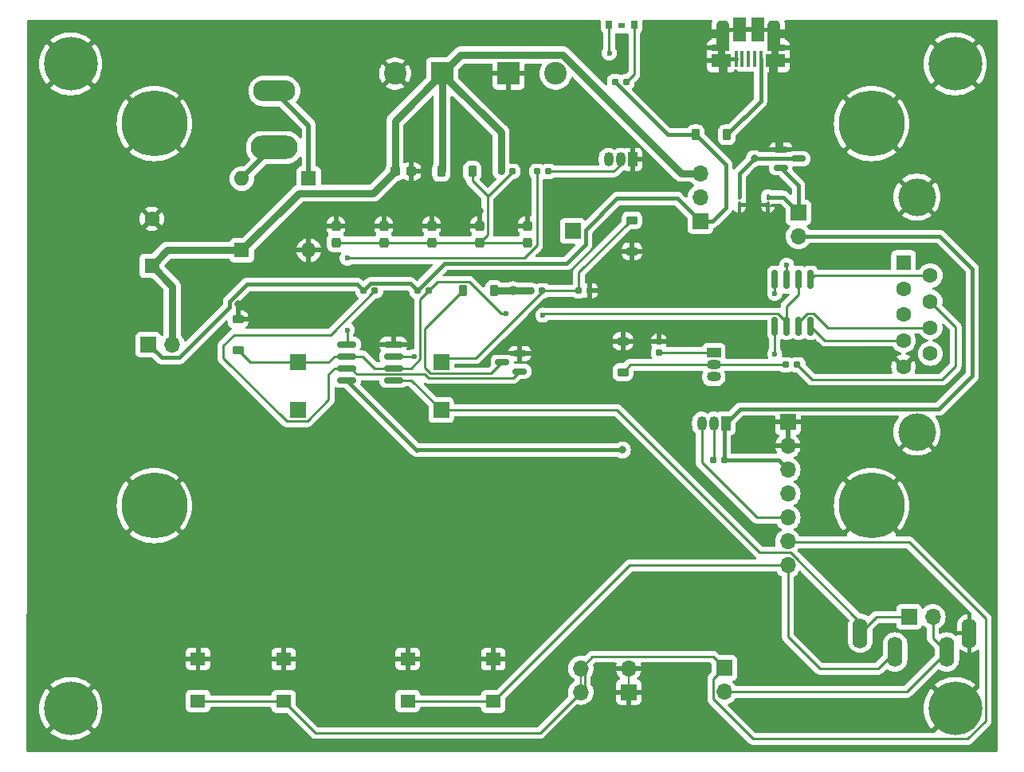
<source format=gbr>
%TF.GenerationSoftware,KiCad,Pcbnew,7.0.2*%
%TF.CreationDate,2024-01-05T23:58:43-08:00*%
%TF.ProjectId,MK_KS,4d4b5f4b-532e-46b6-9963-61645f706362,1.0*%
%TF.SameCoordinates,Original*%
%TF.FileFunction,Copper,L1,Top*%
%TF.FilePolarity,Positive*%
%FSLAX46Y46*%
G04 Gerber Fmt 4.6, Leading zero omitted, Abs format (unit mm)*
G04 Created by KiCad (PCBNEW 7.0.2) date 2024-01-05 23:58:43*
%MOMM*%
%LPD*%
G01*
G04 APERTURE LIST*
G04 Aperture macros list*
%AMRoundRect*
0 Rectangle with rounded corners*
0 $1 Rounding radius*
0 $2 $3 $4 $5 $6 $7 $8 $9 X,Y pos of 4 corners*
0 Add a 4 corners polygon primitive as box body*
4,1,4,$2,$3,$4,$5,$6,$7,$8,$9,$2,$3,0*
0 Add four circle primitives for the rounded corners*
1,1,$1+$1,$2,$3*
1,1,$1+$1,$4,$5*
1,1,$1+$1,$6,$7*
1,1,$1+$1,$8,$9*
0 Add four rect primitives between the rounded corners*
20,1,$1+$1,$2,$3,$4,$5,0*
20,1,$1+$1,$4,$5,$6,$7,0*
20,1,$1+$1,$6,$7,$8,$9,0*
20,1,$1+$1,$8,$9,$2,$3,0*%
G04 Aperture macros list end*
%TA.AperFunction,EtchedComponent*%
%ADD10C,0.200000*%
%TD*%
%TA.AperFunction,SMDPad,CuDef*%
%ADD11RoundRect,0.225000X-0.375000X0.225000X-0.375000X-0.225000X0.375000X-0.225000X0.375000X0.225000X0*%
%TD*%
%TA.AperFunction,SMDPad,CuDef*%
%ADD12RoundRect,0.237500X0.237500X-0.300000X0.237500X0.300000X-0.237500X0.300000X-0.237500X-0.300000X0*%
%TD*%
%TA.AperFunction,ComponentPad*%
%ADD13R,1.700000X1.700000*%
%TD*%
%TA.AperFunction,ComponentPad*%
%ADD14O,1.700000X1.700000*%
%TD*%
%TA.AperFunction,ComponentPad*%
%ADD15R,1.500000X1.050000*%
%TD*%
%TA.AperFunction,ComponentPad*%
%ADD16O,1.500000X1.050000*%
%TD*%
%TA.AperFunction,SMDPad,CuDef*%
%ADD17RoundRect,0.100000X-0.100000X0.217500X-0.100000X-0.217500X0.100000X-0.217500X0.100000X0.217500X0*%
%TD*%
%TA.AperFunction,ComponentPad*%
%ADD18C,4.000000*%
%TD*%
%TA.AperFunction,ComponentPad*%
%ADD19R,1.600000X1.600000*%
%TD*%
%TA.AperFunction,ComponentPad*%
%ADD20C,1.600000*%
%TD*%
%TA.AperFunction,SMDPad,CuDef*%
%ADD21RoundRect,0.160000X-0.197500X-0.160000X0.197500X-0.160000X0.197500X0.160000X-0.197500X0.160000X0*%
%TD*%
%TA.AperFunction,ComponentPad*%
%ADD22C,3.600000*%
%TD*%
%TA.AperFunction,ConnectorPad*%
%ADD23C,5.700000*%
%TD*%
%TA.AperFunction,SMDPad,CuDef*%
%ADD24RoundRect,0.225000X-0.225000X-0.375000X0.225000X-0.375000X0.225000X0.375000X-0.225000X0.375000X0*%
%TD*%
%TA.AperFunction,ComponentPad*%
%ADD25R,2.400000X2.400000*%
%TD*%
%TA.AperFunction,ComponentPad*%
%ADD26C,2.400000*%
%TD*%
%TA.AperFunction,ComponentPad*%
%ADD27O,1.600000X3.200000*%
%TD*%
%TA.AperFunction,SMDPad,CuDef*%
%ADD28RoundRect,0.160000X0.197500X0.160000X-0.197500X0.160000X-0.197500X-0.160000X0.197500X-0.160000X0*%
%TD*%
%TA.AperFunction,SMDPad,CuDef*%
%ADD29RoundRect,0.237500X-0.300000X-0.237500X0.300000X-0.237500X0.300000X0.237500X-0.300000X0.237500X0*%
%TD*%
%TA.AperFunction,SMDPad,CuDef*%
%ADD30RoundRect,0.150000X-0.150000X0.825000X-0.150000X-0.825000X0.150000X-0.825000X0.150000X0.825000X0*%
%TD*%
%TA.AperFunction,SMDPad,CuDef*%
%ADD31RoundRect,0.150000X-0.587500X-0.150000X0.587500X-0.150000X0.587500X0.150000X-0.587500X0.150000X0*%
%TD*%
%TA.AperFunction,SMDPad,CuDef*%
%ADD32R,0.710000X0.900000*%
%TD*%
%TA.AperFunction,SMDPad,CuDef*%
%ADD33R,0.800000X0.600000*%
%TD*%
%TA.AperFunction,ComponentPad*%
%ADD34O,1.600000X1.600000*%
%TD*%
%TA.AperFunction,SMDPad,CuDef*%
%ADD35RoundRect,0.160000X0.160000X-0.197500X0.160000X0.197500X-0.160000X0.197500X-0.160000X-0.197500X0*%
%TD*%
%TA.AperFunction,ComponentPad*%
%ADD36C,4.700000*%
%TD*%
%TA.AperFunction,ConnectorPad*%
%ADD37C,7.000000*%
%TD*%
%TA.AperFunction,ComponentPad*%
%ADD38O,5.000000X2.500000*%
%TD*%
%TA.AperFunction,ComponentPad*%
%ADD39O,4.500000X2.250000*%
%TD*%
%TA.AperFunction,SMDPad,CuDef*%
%ADD40R,1.600000X1.400000*%
%TD*%
%TA.AperFunction,SMDPad,CuDef*%
%ADD41RoundRect,0.150000X0.587500X0.150000X-0.587500X0.150000X-0.587500X-0.150000X0.587500X-0.150000X0*%
%TD*%
%TA.AperFunction,ComponentPad*%
%ADD42R,1.050000X1.500000*%
%TD*%
%TA.AperFunction,ComponentPad*%
%ADD43O,1.050000X1.500000*%
%TD*%
%TA.AperFunction,SMDPad,CuDef*%
%ADD44R,0.400000X1.750000*%
%TD*%
%TA.AperFunction,SMDPad,CuDef*%
%ADD45R,1.825000X0.700000*%
%TD*%
%TA.AperFunction,SMDPad,CuDef*%
%ADD46R,2.000000X1.460000*%
%TD*%
%TA.AperFunction,SMDPad,CuDef*%
%ADD47RoundRect,0.384800X0.265200X1.240200X-0.265200X1.240200X-0.265200X-1.240200X0.265200X-1.240200X0*%
%TD*%
%TA.AperFunction,ComponentPad*%
%ADD48O,1.300000X1.800000*%
%TD*%
%TA.AperFunction,ComponentPad*%
%ADD49O,1.050000X1.450000*%
%TD*%
%TA.AperFunction,SMDPad,CuDef*%
%ADD50R,1.425000X2.500000*%
%TD*%
%TA.AperFunction,SMDPad,CuDef*%
%ADD51RoundRect,0.225000X0.375000X-0.225000X0.375000X0.225000X-0.375000X0.225000X-0.375000X-0.225000X0*%
%TD*%
%TA.AperFunction,SMDPad,CuDef*%
%ADD52RoundRect,0.150000X0.825000X0.150000X-0.825000X0.150000X-0.825000X-0.150000X0.825000X-0.150000X0*%
%TD*%
%TA.AperFunction,ViaPad*%
%ADD53C,0.800000*%
%TD*%
%TA.AperFunction,ViaPad*%
%ADD54C,1.000000*%
%TD*%
%TA.AperFunction,ViaPad*%
%ADD55C,0.600000*%
%TD*%
%TA.AperFunction,Conductor*%
%ADD56C,0.400000*%
%TD*%
%TA.AperFunction,Conductor*%
%ADD57C,0.800000*%
%TD*%
%TA.AperFunction,Conductor*%
%ADD58C,0.250000*%
%TD*%
%TA.AperFunction,Conductor*%
%ADD59C,0.500000*%
%TD*%
G04 APERTURE END LIST*
D10*
%TO.C,SW1*%
X120528400Y-164662800D02*
X120528400Y-163646800D01*
X115448400Y-164662800D02*
X115448400Y-163646800D01*
%TD*%
D11*
%TO.P,D7,1,K*%
%TO.N,GND*%
X79019400Y-125782800D03*
%TO.P,D7,2,A*%
%TO.N,/OFFSET_REF_V*%
X79019400Y-129082800D03*
%TD*%
D12*
%TO.P,C7,1*%
%TO.N,Net-(D3-A)*%
X99594400Y-117587800D03*
%TO.P,C7,2*%
%TO.N,GND*%
X99594400Y-115862800D03*
%TD*%
D13*
%TO.P,OPa2,1,Pin_1*%
%TO.N,+5V*%
X69494400Y-128447800D03*
D14*
%TO.P,OPa2,2,Pin_2*%
%TO.N,/LOOP_PWR*%
X72034400Y-128447800D03*
%TD*%
D15*
%TO.P,Q2,1,E*%
%TO.N,Net-(Q2-E)*%
X129565400Y-129336800D03*
D16*
%TO.P,Q2,2,B*%
%TO.N,/LOOP_ENGZ*%
X129565400Y-130606800D03*
%TO.P,Q2,3,C*%
%TO.N,Net-(Q1-B)*%
X129565400Y-131876800D03*
%TD*%
D17*
%TO.P,C2,1*%
%TO.N,/V33RO*%
X135331200Y-112774200D03*
%TO.P,C2,2*%
%TO.N,GND*%
X135331200Y-113589200D03*
%TD*%
D13*
%TO.P,TP5,1,Pin_1*%
%TO.N,/KOB_KEY-*%
X100609400Y-135432800D03*
%TD*%
D18*
%TO.P,J3,0,PAD*%
%TO.N,GND*%
X151157069Y-137762800D03*
X151157069Y-112762800D03*
D19*
%TO.P,J3,1,1*%
%TO.N,/DCD*%
X149737069Y-119722800D03*
D20*
%TO.P,J3,2,2*%
%TO.N,/TXD*%
X149737069Y-122492800D03*
%TO.P,J3,3,3*%
%TO.N,/RXD*%
X149737069Y-125262800D03*
%TO.P,J3,4,4*%
%TO.N,/DTR*%
X149737069Y-128032800D03*
%TO.P,J3,5,5*%
%TO.N,GND*%
X149737069Y-130802800D03*
%TO.P,J3,6,6*%
%TO.N,/DSR*%
X152577069Y-121107800D03*
%TO.P,J3,7,7*%
%TO.N,/RTS*%
X152577069Y-123877800D03*
%TO.P,J3,8,8*%
%TO.N,/CTS*%
X152577069Y-126647800D03*
%TO.P,J3,9,9*%
%TO.N,/RI*%
X152577069Y-129417800D03*
%TD*%
D12*
%TO.P,C5,1*%
%TO.N,Net-(D3-A)*%
X89434400Y-117587800D03*
%TO.P,C5,2*%
%TO.N,GND*%
X89434400Y-115862800D03*
%TD*%
D17*
%TO.P,C1,1*%
%TO.N,/V33RI*%
X132308600Y-112749500D03*
%TO.P,C1,2*%
%TO.N,GND*%
X132308600Y-113564500D03*
%TD*%
D21*
%TO.P,R3,1*%
%TO.N,/LOOP_ENGZ*%
X137248300Y-130606800D03*
%TO.P,R3,2*%
%TO.N,/RTS*%
X138443300Y-130606800D03*
%TD*%
D22*
%TO.P,M_KSI4,1,1*%
%TO.N,GND*%
X61239400Y-167182800D03*
D23*
X61239400Y-167182800D03*
%TD*%
D24*
%TO.P,D3,1,K*%
%TO.N,/LOOP_PWR*%
X100609400Y-110032800D03*
%TO.P,D3,2,A*%
%TO.N,Net-(D3-A)*%
X103909400Y-110032800D03*
%TD*%
D13*
%TO.P,JP3,1,A*%
%TO.N,/KOB_KEY-*%
X150317200Y-157429200D03*
D14*
%TO.P,JP3,2,B*%
%TO.N,/KEY_PDL-*%
X152857200Y-157429200D03*
%TD*%
D24*
%TO.P,D1,1,K*%
%TO.N,+5V*%
X127653000Y-106148200D03*
%TO.P,D1,2,A*%
%TO.N,/V5I*%
X130953000Y-106148200D03*
%TD*%
D25*
%TO.P,ST1,1,Pin_1*%
%TO.N,/LOOP_PWR*%
X100709400Y-99627800D03*
D26*
%TO.P,ST1,2,Pin_2*%
%TO.N,GND*%
X95709400Y-99627800D03*
%TD*%
D27*
%TO.P,J5,1*%
%TO.N,GND*%
X156733400Y-159155300D03*
%TO.P,J5,2*%
%TO.N,/KEY_PDL-*%
X154333400Y-161155300D03*
%TO.P,J5,3*%
%TO.N,/PDL_DASH-*%
X148833400Y-161155300D03*
%TO.P,J5,4*%
%TO.N,/KOB_KEY-*%
X145133400Y-159155300D03*
%TD*%
D28*
%TO.P,R9,1*%
%TO.N,GND*%
X116421900Y-122732800D03*
%TO.P,R9,2*%
%TO.N,/LOOP_STATE*%
X115226900Y-122732800D03*
%TD*%
D29*
%TO.P,C4,1*%
%TO.N,/LOOP_PWR*%
X95706900Y-110032800D03*
%TO.P,C4,2*%
%TO.N,GND*%
X97431900Y-110032800D03*
%TD*%
D30*
%TO.P,U3,1*%
%TO.N,/DSR*%
X139852400Y-121527800D03*
%TO.P,U3,2,-*%
%TO.N,/OFFSET_REF_V*%
X138582400Y-121527800D03*
%TO.P,U3,3,+*%
%TO.N,/KEY_PDL_DOT-*%
X137312400Y-121527800D03*
%TO.P,U3,4,V-*%
%TO.N,/RXD*%
X136042400Y-121527800D03*
%TO.P,U3,5,+*%
%TO.N,/PDL_DASH-*%
X136042400Y-126477800D03*
%TO.P,U3,6,-*%
%TO.N,/OFFSET_REF_V*%
X137312400Y-126477800D03*
%TO.P,U3,7*%
%TO.N,/CTS*%
X138582400Y-126477800D03*
%TO.P,U3,8,V+*%
%TO.N,/DTR*%
X139852400Y-126477800D03*
%TD*%
D24*
%TO.P,D8,1,K*%
%TO.N,Net-(D8-K)*%
X102899400Y-122732800D03*
%TO.P,D8,2,A*%
%TO.N,/LP2*%
X106199400Y-122732800D03*
%TD*%
D31*
%TO.P,U1,1,GND*%
%TO.N,GND*%
X136698000Y-107738200D03*
%TO.P,U1,2,VO*%
%TO.N,/V33RO*%
X136698000Y-109638200D03*
%TO.P,U1,3,VI*%
%TO.N,/V33RI*%
X138573000Y-108688200D03*
%TD*%
D13*
%TO.P,TP1,1,Pin_1*%
%TO.N,/LP2*%
X114579400Y-116382800D03*
%TD*%
D32*
%TO.P,LED1,1,K*%
%TO.N,Net-(LED1-K)*%
X118436400Y-94388800D03*
%TO.P,LED1,2,A*%
%TO.N,Net-(LED1-A)*%
X121136400Y-94388800D03*
D33*
%TO.P,LED1,3*%
%TO.N,N/C*%
X119786400Y-94538800D03*
%TD*%
D28*
%TO.P,R2,1*%
%TO.N,+3.3V*%
X130670900Y-140766800D03*
%TO.P,R2,2*%
%TO.N,Net-(Q1-B)*%
X129475900Y-140766800D03*
%TD*%
D13*
%TO.P,OPa1,1,A*%
%TO.N,+5V*%
X128143000Y-115316000D03*
D14*
%TO.P,OPa1,2,C*%
%TO.N,/V33RI*%
X128143000Y-112776000D03*
%TO.P,OPa1,3,B*%
%TO.N,/LOOP_PWR*%
X128143000Y-110236000D03*
%TD*%
D21*
%TO.P,R1,1*%
%TO.N,/LOOP_PWR*%
X106959400Y-110032800D03*
%TO.P,R1,2*%
%TO.N,Net-(D3-A)*%
X108154400Y-110032800D03*
%TD*%
D13*
%TO.P,TP2,1,Pin_1*%
%TO.N,/SNDR_EN*%
X85369400Y-135432800D03*
%TD*%
D21*
%TO.P,R10,1*%
%TO.N,/SNDR_EN*%
X110806900Y-110032800D03*
%TO.P,R10,2*%
%TO.N,Net-(Q4-B)*%
X112001900Y-110032800D03*
%TD*%
D22*
%TO.P,M_KSI1,1,1*%
%TO.N,GND*%
X61239400Y-98602800D03*
D23*
X61239400Y-98602800D03*
%TD*%
D13*
%TO.P,TP4,1,Pin_1*%
%TO.N,/LOOP_STATE*%
X100609400Y-130352800D03*
%TD*%
D21*
%TO.P,R8,1*%
%TO.N,/LP2*%
X110146900Y-122732800D03*
%TO.P,R8,2*%
%TO.N,/LOOP_STATE*%
X111341900Y-122732800D03*
%TD*%
D19*
%TO.P,C3,1*%
%TO.N,/LOOP_PWR*%
X69875400Y-120080851D03*
D20*
%TO.P,C3,2*%
%TO.N,GND*%
X69875400Y-115080851D03*
%TD*%
D19*
%TO.P,D4,1,K*%
%TO.N,/LPI-*%
X86537800Y-110794800D03*
D34*
%TO.P,D4,2,A*%
%TO.N,GND*%
X86537800Y-118414800D03*
%TD*%
D35*
%TO.P,R4,1*%
%TO.N,Net-(Q2-E)*%
X123723400Y-129320300D03*
%TO.P,R4,2*%
%TO.N,GND*%
X123723400Y-128125300D03*
%TD*%
D21*
%TO.P,R7,1*%
%TO.N,+5V*%
X119099400Y-100507800D03*
%TO.P,R7,2*%
%TO.N,Net-(LED1-A)*%
X120294400Y-100507800D03*
%TD*%
D36*
%TO.P,SHLD-1,1,1*%
%TO.N,GND*%
X70129400Y-104952800D03*
D37*
X70129400Y-104952800D03*
%TD*%
D36*
%TO.P,SHLD-2,1,1*%
%TO.N,GND*%
X146329400Y-104952800D03*
D37*
X146329400Y-104952800D03*
%TD*%
D14*
%TO.P,SW1,1,A*%
%TO.N,GND*%
X120528400Y-162884800D03*
D13*
X120528400Y-165424800D03*
D14*
%TO.P,SW1,2,B*%
%TO.N,/KEY_PDL_DOT-*%
X115448400Y-162884800D03*
X115448400Y-165424800D03*
%TD*%
D13*
%TO.P,JP2,1,A*%
%TO.N,/KEY_PDL_DOT-*%
X130688400Y-162859800D03*
D14*
%TO.P,JP2,2,B*%
%TO.N,/KEY_PDL-*%
X130688400Y-165399800D03*
%TD*%
D13*
%TO.P,JP1,1,A*%
%TO.N,/V33RO*%
X138573000Y-114403200D03*
D14*
%TO.P,JP1,2,B*%
%TO.N,+3.3V*%
X138573000Y-116943200D03*
%TD*%
D38*
%TO.P,J2,1,In*%
%TO.N,/LPI+*%
X82880200Y-107489100D03*
D39*
%TO.P,J2,2,Ext*%
%TO.N,/LPI-*%
X82880200Y-101489100D03*
%TD*%
D40*
%TO.P,SW3,1,1*%
%TO.N,GND*%
X97053400Y-161884800D03*
X106153400Y-161920800D03*
%TO.P,SW3,2,2*%
%TO.N,/PDL_DASH-*%
X97053400Y-166384800D03*
X106153400Y-166420800D03*
%TD*%
D22*
%TO.P,M_KSI2,1,1*%
%TO.N,GND*%
X155219400Y-98602800D03*
D23*
X155219400Y-98602800D03*
%TD*%
D25*
%TO.P,ST2,1,Pin_1*%
%TO.N,GND*%
X107774400Y-99627800D03*
D26*
%TO.P,ST2,2,Pin_2*%
%TO.N,/LP2*%
X112774400Y-99627800D03*
%TD*%
D36*
%TO.P,SHLD-4,1,1*%
%TO.N,GND*%
X70129400Y-145592800D03*
D37*
X70129400Y-145592800D03*
%TD*%
D12*
%TO.P,C6,1*%
%TO.N,Net-(D3-A)*%
X94514400Y-117587800D03*
%TO.P,C6,2*%
%TO.N,GND*%
X94514400Y-115862800D03*
%TD*%
D13*
%TO.P,TP3,1,Pin_1*%
%TO.N,/OFFSET_REF_V*%
X85369400Y-130352800D03*
%TD*%
D40*
%TO.P,SW2,1,1*%
%TO.N,GND*%
X74773400Y-161884800D03*
X83873400Y-161920800D03*
%TO.P,SW2,2,2*%
%TO.N,/KEY_PDL_DOT-*%
X74773400Y-166384800D03*
X83873400Y-166420800D03*
%TD*%
D41*
%TO.P,Q3,1,G*%
%TO.N,/SNDR_EN-*%
X108964400Y-131302800D03*
%TO.P,Q3,2,S*%
%TO.N,GND*%
X108964400Y-129402800D03*
%TO.P,Q3,3,D*%
%TO.N,Net-(D8-K)*%
X107089400Y-130352800D03*
%TD*%
D21*
%TO.P,R6,1*%
%TO.N,+5V*%
X98081900Y-122732800D03*
%TO.P,R6,2*%
%TO.N,/OFFSET_REF_V*%
X99276900Y-122732800D03*
%TD*%
D42*
%TO.P,Q4,1,E*%
%TO.N,GND*%
X120929400Y-108762800D03*
D43*
%TO.P,Q4,2,B*%
%TO.N,Net-(Q4-B)*%
X119659400Y-108762800D03*
%TO.P,Q4,3,C*%
%TO.N,Net-(LED1-K)*%
X118389400Y-108762800D03*
%TD*%
D19*
%TO.P,D2,1,K*%
%TO.N,/LOOP_PWR*%
X79425800Y-118414800D03*
D34*
%TO.P,D2,2,A*%
%TO.N,/LPI+*%
X79425800Y-110794800D03*
%TD*%
D28*
%TO.P,R5,1*%
%TO.N,/SNDR_EN-*%
X93561900Y-122732800D03*
%TO.P,R5,2*%
%TO.N,+5V*%
X92366900Y-122732800D03*
%TD*%
D22*
%TO.P,M_KSI3,1,1*%
%TO.N,GND*%
X155219400Y-167182800D03*
D23*
X155219400Y-167182800D03*
%TD*%
D44*
%TO.P,J1,1,VBUS*%
%TO.N,/V5I*%
X134553000Y-98036800D03*
%TO.P,J1,2,D-*%
%TO.N,unconnected-(J1-D--Pad2)*%
X133903000Y-98036800D03*
%TO.P,J1,3,D+*%
%TO.N,unconnected-(J1-D+-Pad3)*%
X133253000Y-98036800D03*
%TO.P,J1,4,ID*%
%TO.N,unconnected-(J1-ID-Pad4)*%
X132603000Y-98036800D03*
%TO.P,J1,5,GND*%
%TO.N,GND*%
X131953000Y-98036800D03*
D45*
%TO.P,J1,6,Shield*%
X136240500Y-96911800D03*
D46*
X136153000Y-98241800D03*
D47*
X135978000Y-95636800D03*
D48*
X135978000Y-95211800D03*
D49*
X135678000Y-98241800D03*
D50*
X134215500Y-94961800D03*
X132290500Y-94961800D03*
D49*
X130828000Y-98241800D03*
D47*
X130528000Y-95636800D03*
D48*
X130528000Y-95211800D03*
D46*
X130353000Y-98241800D03*
D45*
X130265500Y-96911800D03*
%TD*%
D42*
%TO.P,Q1,1,E*%
%TO.N,+3.3V*%
X130835400Y-136850800D03*
D43*
%TO.P,Q1,2,B*%
%TO.N,Net-(Q1-B)*%
X129565400Y-136850800D03*
%TO.P,Q1,3,C*%
%TO.N,/SNDR_EN*%
X128295400Y-136850800D03*
%TD*%
D12*
%TO.P,C8,1*%
%TO.N,Net-(D3-A)*%
X104674400Y-117587800D03*
%TO.P,C8,2*%
%TO.N,GND*%
X104674400Y-115862800D03*
%TD*%
D51*
%TO.P,D6,1,K*%
%TO.N,/LOOP_ENGZ*%
X119913400Y-131388800D03*
%TO.P,D6,2,A*%
%TO.N,GND*%
X119913400Y-128088800D03*
%TD*%
D36*
%TO.P,SHLD-3,1,1*%
%TO.N,GND*%
X146329400Y-145592800D03*
D37*
X146329400Y-145592800D03*
%TD*%
D51*
%TO.P,D5,1,K*%
%TO.N,GND*%
X120878600Y-118541800D03*
%TO.P,D5,2,A*%
%TO.N,/LOOP_STATE*%
X120878600Y-115241800D03*
%TD*%
D52*
%TO.P,U4,1,1OUT*%
%TO.N,/KOB_KEY-*%
X95529400Y-132257800D03*
%TO.P,U4,2*%
%TO.N,/OFFSET_REF_V*%
X95529400Y-130987800D03*
%TO.P,U4,3*%
%TO.N,/LOOP_STATE*%
X95529400Y-129717800D03*
%TO.P,U4,4,GND*%
%TO.N,GND*%
X95529400Y-128447800D03*
%TO.P,U4,5,2IN+*%
%TO.N,/SNDR_EN*%
X90579400Y-128447800D03*
%TO.P,U4,6,2IN-*%
%TO.N,/OFFSET_REF_V*%
X90579400Y-129717800D03*
%TO.P,U4,7,2OUT*%
%TO.N,/SNDR_EN-*%
X90579400Y-130987800D03*
%TO.P,U4,8,VCC*%
%TO.N,+3.3V*%
X90579400Y-132257800D03*
%TD*%
D12*
%TO.P,C9,1*%
%TO.N,Net-(D3-A)*%
X109754400Y-117587800D03*
%TO.P,C9,2*%
%TO.N,GND*%
X109754400Y-115862800D03*
%TD*%
D13*
%TO.P,J4,1,Pin_1*%
%TO.N,GND*%
X137439400Y-136702800D03*
D14*
%TO.P,J4,2,Pin_2*%
X137439400Y-139242800D03*
%TO.P,J4,3,Pin_3*%
%TO.N,+3.3V*%
X137439400Y-141782800D03*
%TO.P,J4,4,Pin_4*%
%TO.N,+5V*%
X137439400Y-144322800D03*
%TO.P,J4,5,Pin_5*%
%TO.N,/SNDR_EN*%
X137439400Y-146862800D03*
%TO.P,J4,6,Pin_6*%
%TO.N,/KEY_PDL_DOT-*%
X137439400Y-149402800D03*
%TO.P,J4,7,Pin_7*%
%TO.N,/PDL_DASH-*%
X137439400Y-151942800D03*
%TD*%
D53*
%TO.N,/V33RI*%
X133883400Y-108661200D03*
%TO.N,GND*%
X104724200Y-114249200D03*
X110667800Y-129413000D03*
X95580200Y-126794800D03*
X99618800Y-114223800D03*
X74803000Y-159941800D03*
X136321800Y-106093800D03*
X83870800Y-159941800D03*
X138305000Y-96901000D03*
X94538800Y-114223800D03*
X128064800Y-96875600D03*
X79044800Y-124155200D03*
X122021600Y-128066800D03*
X97409000Y-111633000D03*
X133678200Y-113563400D03*
X122555000Y-118541800D03*
X106172000Y-159941800D03*
X109778800Y-114249200D03*
X97028000Y-159941800D03*
X89484200Y-114198400D03*
X116433600Y-121056400D03*
D54*
%TO.N,/LP2*%
X108229400Y-122732800D03*
D55*
%TO.N,/OFFSET_REF_V*%
X111404400Y-125323600D03*
X107518200Y-125171200D03*
%TO.N,/LOOP_STATE*%
X97739200Y-129717800D03*
%TO.N,/RXD*%
X136042400Y-123012200D03*
D53*
%TO.N,+3.3V*%
X119862600Y-139674600D03*
D55*
%TO.N,/SNDR_EN*%
X90627200Y-119253000D03*
X90627200Y-126898400D03*
%TO.N,/PDL_DASH-*%
X136042400Y-129463800D03*
%TO.N,Net-(LED1-K)*%
X118465600Y-97434400D03*
%TO.N,/KEY_PDL_DOT-*%
X137312400Y-120015000D03*
%TD*%
D56*
%TO.N,/V33RI*%
X138573000Y-108688200D02*
X133910400Y-108688200D01*
X133910400Y-108688200D02*
X133883400Y-108661200D01*
X132308600Y-110236000D02*
X133883400Y-108661200D01*
X132308600Y-112749500D02*
X132308600Y-110236000D01*
%TO.N,GND*%
X97434400Y-111607600D02*
X97409000Y-111633000D01*
X134215500Y-94961800D02*
X132290500Y-94961800D01*
X116408200Y-121081800D02*
X116433600Y-121056400D01*
X94513400Y-114249200D02*
X94538800Y-114223800D01*
X95554800Y-126820200D02*
X95580200Y-126794800D01*
X89458800Y-115826000D02*
X89458800Y-114223800D01*
X123649200Y-128092200D02*
X122047000Y-128092200D01*
X99593400Y-114249200D02*
X99618800Y-114223800D01*
X109040200Y-129387600D02*
X110642400Y-129387600D01*
X133677100Y-113564500D02*
X133678200Y-113563400D01*
X135303000Y-94961800D02*
X135978000Y-95636800D01*
X89458800Y-114223800D02*
X89484200Y-114198400D01*
X94513400Y-115851400D02*
X94513400Y-114249200D01*
X119913400Y-128088800D02*
X121999600Y-128088800D01*
X97002600Y-161344000D02*
X97002600Y-159741800D01*
X130528000Y-95636800D02*
X130528000Y-98066800D01*
X99593400Y-115851400D02*
X99593400Y-114249200D01*
X116408200Y-122684000D02*
X116408200Y-121081800D01*
X79019400Y-124180600D02*
X79044800Y-124155200D01*
X83845400Y-161344000D02*
X83845400Y-159741800D01*
X109753400Y-114274600D02*
X109778800Y-114249200D01*
X133703600Y-113588800D02*
X133678200Y-113563400D01*
X132308600Y-113564500D02*
X133677100Y-113564500D01*
X136296400Y-107721400D02*
X136296400Y-106119200D01*
X104698800Y-115876800D02*
X104698800Y-114274600D01*
X106146600Y-159767200D02*
X106172000Y-159741800D01*
X83845400Y-159767200D02*
X83870800Y-159741800D01*
X135978000Y-95636800D02*
X135978000Y-98066800D01*
X128090200Y-96901000D02*
X128064800Y-96875600D01*
X129692400Y-96901000D02*
X128090200Y-96901000D01*
X136677400Y-96875600D02*
X138279600Y-96875600D01*
X138279600Y-96875600D02*
X138305000Y-96901000D01*
X122529600Y-118516400D02*
X122555000Y-118541800D01*
X122047000Y-128092200D02*
X122021600Y-128066800D01*
X121999600Y-128088800D02*
X122021600Y-128066800D01*
X110642400Y-129387600D02*
X110667800Y-129413000D01*
X79019400Y-125782800D02*
X79019400Y-124180600D01*
X106146600Y-161344000D02*
X106146600Y-159741800D01*
X95554800Y-128422400D02*
X95554800Y-126820200D01*
X97002600Y-159767200D02*
X97028000Y-159741800D01*
X131203000Y-94961800D02*
X130528000Y-95636800D01*
X74777600Y-161344000D02*
X74777600Y-159741800D01*
X132290500Y-94961800D02*
X131203000Y-94961800D01*
X74777600Y-159767200D02*
X74803000Y-159741800D01*
X120927400Y-118516400D02*
X122529600Y-118516400D01*
X131953000Y-98036800D02*
X130558000Y-98036800D01*
X104698800Y-114274600D02*
X104724200Y-114249200D01*
X97434400Y-110005400D02*
X97434400Y-111607600D01*
X109753400Y-115876800D02*
X109753400Y-114274600D01*
X136296400Y-106119200D02*
X136321800Y-106093800D01*
X134215500Y-94961800D02*
X135303000Y-94961800D01*
X135305800Y-113588800D02*
X133703600Y-113588800D01*
%TO.N,/V33RO*%
X135331200Y-112774200D02*
X136944000Y-112774200D01*
X136944000Y-112774200D02*
X138573000Y-114403200D01*
X138573000Y-114403200D02*
X138573000Y-111513200D01*
X138573000Y-111513200D02*
X136698000Y-109638200D01*
D57*
%TO.N,/LOOP_PWR*%
X69875400Y-120080851D02*
X72034400Y-122239851D01*
X95706900Y-104630300D02*
X100709400Y-99627800D01*
X106959400Y-110032800D02*
X106959400Y-105892600D01*
X126140317Y-110236000D02*
X113541917Y-97637600D01*
X71541451Y-118414800D02*
X69875400Y-120080851D01*
X93394900Y-112344800D02*
X95706900Y-110032800D01*
X100709400Y-99627800D02*
X100709400Y-109932800D01*
X95706900Y-110032800D02*
X95706900Y-104630300D01*
X72034400Y-122239851D02*
X72034400Y-128447800D01*
X100709400Y-109932800D02*
X100609400Y-110032800D01*
X106959400Y-105892600D02*
X100709400Y-99642600D01*
X113541917Y-97637600D02*
X102699600Y-97637600D01*
X79425800Y-118414800D02*
X85495800Y-112344800D01*
X102699600Y-97637600D02*
X100709400Y-99627800D01*
X128143000Y-110236000D02*
X126140317Y-110236000D01*
X85495800Y-112344800D02*
X93394900Y-112344800D01*
X79425800Y-118414800D02*
X71541451Y-118414800D01*
D58*
%TO.N,Net-(D3-A)*%
X105524400Y-116737800D02*
X104674400Y-117587800D01*
X94514400Y-117587800D02*
X99594400Y-117587800D01*
X99594400Y-117587800D02*
X104674400Y-117587800D01*
X108154400Y-110107800D02*
X105524400Y-112737800D01*
X103909400Y-110032800D02*
X103909400Y-111046800D01*
X89434400Y-117587800D02*
X94514400Y-117587800D01*
X105524400Y-112661800D02*
X105524400Y-116737800D01*
X104674400Y-117587800D02*
X109754400Y-117587800D01*
X103909400Y-111046800D02*
X105524400Y-112661800D01*
D56*
%TO.N,+5V*%
X119303800Y-112903000D02*
X115979400Y-116227400D01*
X119099400Y-100532970D02*
X124714630Y-106148200D01*
X128143000Y-115316000D02*
X125730000Y-112903000D01*
X78105000Y-124510800D02*
X78105000Y-123892918D01*
X115979400Y-116227400D02*
X115979400Y-117782800D01*
X130871200Y-113916000D02*
X129471200Y-115316000D01*
X113934699Y-119827501D02*
X100949299Y-119827501D01*
X91681100Y-122047000D02*
X92366900Y-122732800D01*
X70894400Y-129847800D02*
X72768000Y-129847800D01*
X130871200Y-109366400D02*
X130871200Y-113916000D01*
X72768000Y-129847800D02*
X78105000Y-124510800D01*
X125730000Y-112903000D02*
X119303800Y-112903000D01*
X115979400Y-117782800D02*
X113934699Y-119827501D01*
X127653000Y-106148200D02*
X130871200Y-109366400D01*
X129471200Y-115316000D02*
X128143000Y-115316000D01*
X92366900Y-122707630D02*
X93111730Y-121962800D01*
X79950918Y-122047000D02*
X91681100Y-122047000D01*
X124714630Y-106148200D02*
X127653000Y-106148200D01*
X97311900Y-121962800D02*
X98081900Y-122732800D01*
X69494400Y-128447800D02*
X70894400Y-129847800D01*
X78105000Y-123892918D02*
X79950918Y-122047000D01*
X100949299Y-119827501D02*
X98081900Y-122694900D01*
X93111730Y-121962800D02*
X97311900Y-121962800D01*
D59*
%TO.N,/LPI+*%
X82731500Y-107489100D02*
X79425800Y-110794800D01*
%TO.N,/LPI-*%
X86537800Y-105146700D02*
X86537800Y-110794800D01*
X82880200Y-101489100D02*
X86537800Y-105146700D01*
D57*
%TO.N,/LP2*%
X110146900Y-122732800D02*
X106199400Y-122732800D01*
D58*
%TO.N,/LOOP_ENGZ*%
X120695400Y-130606800D02*
X119913400Y-131388800D01*
X129565400Y-130606800D02*
X137248300Y-130606800D01*
X129565400Y-130606800D02*
X120695400Y-130606800D01*
%TO.N,/OFFSET_REF_V*%
X103596000Y-121807800D02*
X106959400Y-125171200D01*
X88646000Y-130352800D02*
X89281000Y-129717800D01*
X138582400Y-123088400D02*
X137312400Y-124358400D01*
X100201900Y-121807800D02*
X103596000Y-121807800D01*
X99276900Y-122732800D02*
X100201900Y-121807800D01*
X111404400Y-125323600D02*
X111550200Y-125177800D01*
X79019400Y-129082800D02*
X80289400Y-130352800D01*
X136389151Y-125177800D02*
X137312400Y-126101049D01*
X138582400Y-121527800D02*
X138582400Y-123088400D01*
X137312400Y-124358400D02*
X137312400Y-126477800D01*
X80289400Y-130352800D02*
X85369400Y-130352800D01*
X97383600Y-130987800D02*
X98374200Y-129997200D01*
X98374200Y-123635500D02*
X99276900Y-122732800D01*
X98374200Y-129997200D02*
X98374200Y-123635500D01*
X93522800Y-130987800D02*
X95529400Y-130987800D01*
X90579400Y-129717800D02*
X92252800Y-129717800D01*
X92252800Y-129717800D02*
X93522800Y-130987800D01*
X89281000Y-129717800D02*
X90579400Y-129717800D01*
X111550200Y-125177800D02*
X136389151Y-125177800D01*
X106959400Y-125171200D02*
X107518200Y-125171200D01*
X95529400Y-130987800D02*
X97383600Y-130987800D01*
X85369400Y-130352800D02*
X88646000Y-130352800D01*
%TO.N,Net-(D8-K)*%
X105914400Y-131527800D02*
X99447600Y-131527800D01*
X98831400Y-126800800D02*
X102899400Y-122732800D01*
X98831400Y-130911600D02*
X98831400Y-126800800D01*
X107089400Y-130352800D02*
X105914400Y-131527800D01*
X99447600Y-131527800D02*
X98831400Y-130911600D01*
%TO.N,/LOOP_STATE*%
X101058901Y-129903299D02*
X104284701Y-129903299D01*
X115226900Y-120790272D02*
X120775372Y-115241800D01*
X104284701Y-129903299D02*
X111341900Y-122846100D01*
X111341900Y-122732800D02*
X115226900Y-122732800D01*
X95529400Y-129717800D02*
X97739200Y-129717800D01*
X111341900Y-122846100D02*
X111341900Y-122732800D01*
X115226900Y-122732800D02*
X115226900Y-120790272D01*
%TO.N,/RXD*%
X136042400Y-121527800D02*
X136042400Y-123012200D01*
%TO.N,/DTR*%
X141407400Y-128032800D02*
X149737069Y-128032800D01*
X139852400Y-126477800D02*
X141407400Y-128032800D01*
%TO.N,/DSR*%
X139852400Y-121527800D02*
X140272400Y-121107800D01*
X140272400Y-121107800D02*
X152577069Y-121107800D01*
%TO.N,/RTS*%
X140018100Y-132181600D02*
X153822400Y-132181600D01*
X155270200Y-130733800D02*
X155270200Y-126570931D01*
X153822400Y-132181600D02*
X155270200Y-130733800D01*
X155270200Y-126570931D02*
X152577069Y-123877800D01*
X138443300Y-130606800D02*
X140018100Y-132181600D01*
%TO.N,/CTS*%
X140199151Y-125177800D02*
X141669151Y-126647800D01*
X139505649Y-125177800D02*
X140199151Y-125177800D01*
X141669151Y-126647800D02*
X152577069Y-126647800D01*
X138582400Y-126101049D02*
X139505649Y-125177800D01*
D56*
%TO.N,+3.3V*%
X130670900Y-140766800D02*
X130670900Y-137015300D01*
X119862600Y-139674600D02*
X98047000Y-139674600D01*
X98047000Y-139674600D02*
X98021600Y-139700000D01*
X157048200Y-131775200D02*
X157048200Y-120421400D01*
X136423400Y-140766800D02*
X137439400Y-141782800D01*
X153570000Y-116943200D02*
X138573000Y-116943200D01*
X157048200Y-120421400D02*
X153570000Y-116943200D01*
X153510600Y-135312800D02*
X157048200Y-131775200D01*
X132373400Y-135312800D02*
X153510600Y-135312800D01*
X130835400Y-136850800D02*
X132373400Y-135312800D01*
X130670900Y-140766800D02*
X136423400Y-140766800D01*
X90579400Y-132257800D02*
X98021600Y-139700000D01*
D58*
%TO.N,/SNDR_EN*%
X137439400Y-146862800D02*
X134138090Y-146862800D01*
X90627200Y-126898400D02*
X90627200Y-128400000D01*
X110806900Y-117868295D02*
X109422195Y-119253000D01*
X110806900Y-110032800D02*
X110806900Y-117868295D01*
X128295400Y-141020110D02*
X128295400Y-136850800D01*
X109422195Y-119253000D02*
X90627200Y-119253000D01*
X134138090Y-146862800D02*
X128295400Y-141020110D01*
%TO.N,/KEY_PDL-*%
X130688400Y-165399800D02*
X150088900Y-165399800D01*
X150088900Y-165399800D02*
X154333400Y-161155300D01*
X152857200Y-159679100D02*
X154333400Y-161155300D01*
X152857200Y-157429200D02*
X152857200Y-159679100D01*
%TO.N,/PDL_DASH-*%
X137439400Y-151942800D02*
X137439400Y-159537400D01*
X140843000Y-162941000D02*
X147047700Y-162941000D01*
X137439400Y-159537400D02*
X140843000Y-162941000D01*
X120631400Y-151942800D02*
X137439400Y-151942800D01*
X106153400Y-166420800D02*
X120631400Y-151942800D01*
X97053400Y-166384800D02*
X106117400Y-166384800D01*
X147047700Y-162941000D02*
X148833400Y-161155300D01*
X136042400Y-126477800D02*
X136042400Y-129463800D01*
%TO.N,/KOB_KEY-*%
X97459800Y-132283200D02*
X97459800Y-132257800D01*
X97459800Y-132257800D02*
X95529400Y-132257800D01*
X146859500Y-157429200D02*
X145133400Y-159155300D01*
X150317200Y-157429200D02*
X146859500Y-157429200D01*
X145133400Y-157975099D02*
X137736101Y-150577800D01*
X100609400Y-135432800D02*
X97459800Y-132283200D01*
X134448800Y-150577800D02*
X119303800Y-135432800D01*
X119303800Y-135432800D02*
X100609400Y-135432800D01*
X137736101Y-150577800D02*
X134448800Y-150577800D01*
%TO.N,Net-(LED1-K)*%
X118436400Y-94388800D02*
X118436400Y-97405200D01*
X118436400Y-97405200D02*
X118465600Y-97434400D01*
%TO.N,Net-(LED1-A)*%
X120294400Y-100507800D02*
X121136400Y-99665800D01*
X121136400Y-99665800D02*
X121136400Y-94388800D01*
%TO.N,Net-(Q1-B)*%
X129565400Y-140677300D02*
X129565400Y-136850800D01*
%TO.N,Net-(Q2-E)*%
X129565400Y-129336800D02*
X123739900Y-129336800D01*
%TO.N,/SNDR_EN-*%
X93561900Y-122732800D02*
X88881100Y-127413600D01*
X91026862Y-130987800D02*
X91671862Y-131632800D01*
X84194400Y-136607800D02*
X86378800Y-136607800D01*
X98903710Y-131632800D02*
X99248211Y-131977301D01*
X99248211Y-131977301D02*
X108289899Y-131977301D01*
X88646000Y-131597400D02*
X89255600Y-130987800D01*
X108289899Y-131977301D02*
X108964400Y-131302800D01*
X89255600Y-130987800D02*
X90579400Y-130987800D01*
X78631200Y-127413600D02*
X77470000Y-128574800D01*
X77470000Y-128574800D02*
X77470000Y-129883400D01*
X88881100Y-127413600D02*
X78631200Y-127413600D01*
X88646000Y-134340600D02*
X88646000Y-131597400D01*
X86378800Y-136607800D02*
X88646000Y-134340600D01*
X77470000Y-129883400D02*
X84194400Y-136607800D01*
X91671862Y-131632800D02*
X98903710Y-131632800D01*
%TO.N,Net-(Q4-B)*%
X112001900Y-110032800D02*
X118939400Y-110032800D01*
X118939400Y-110032800D02*
X119659400Y-109312800D01*
%TO.N,/KEY_PDL_DOT-*%
X150317200Y-149479000D02*
X137515600Y-149479000D01*
X83873400Y-166420800D02*
X87226200Y-169773600D01*
X158445200Y-168517839D02*
X158445200Y-157607000D01*
X129513400Y-164034800D02*
X129513400Y-166165600D01*
X87226200Y-169773600D02*
X111099600Y-169773600D01*
X116673400Y-161659800D02*
X129488400Y-161659800D01*
X111099600Y-169773600D02*
X115448400Y-165424800D01*
X115853400Y-163289800D02*
X115853400Y-165019800D01*
X158445200Y-157607000D02*
X150317200Y-149479000D01*
X115448400Y-162884800D02*
X115853400Y-163289800D01*
X129488400Y-161659800D02*
X130688400Y-162859800D01*
X156555239Y-170407800D02*
X158445200Y-168517839D01*
X133755600Y-170407800D02*
X156555239Y-170407800D01*
X129513400Y-166165600D02*
X133755600Y-170407800D01*
X115853400Y-165019800D02*
X115448400Y-165424800D01*
X115448400Y-162884800D02*
X116673400Y-161659800D01*
X74773400Y-166384800D02*
X83837400Y-166384800D01*
X130688400Y-162859800D02*
X129513400Y-164034800D01*
X137312400Y-121527800D02*
X137312400Y-120015000D01*
D56*
%TO.N,/V5I*%
X134553000Y-98036800D02*
X134553000Y-102548200D01*
X134553000Y-102548200D02*
X130953000Y-106148200D01*
%TD*%
%TA.AperFunction,Conductor*%
%TO.N,GND*%
G36*
X117523939Y-93964006D02*
G01*
X117569694Y-94016810D01*
X117580900Y-94068321D01*
X117580900Y-94883360D01*
X117580900Y-94883378D01*
X117580901Y-94886672D01*
X117581253Y-94889952D01*
X117581254Y-94889959D01*
X117585859Y-94932795D01*
X117587309Y-94946283D01*
X117637604Y-95081131D01*
X117681158Y-95139311D01*
X117723855Y-95196348D01*
X117761210Y-95224312D01*
X117803081Y-95280246D01*
X117810899Y-95323578D01*
X117810900Y-96936016D01*
X117791894Y-97001988D01*
X117745136Y-97076404D01*
X117739811Y-97084878D01*
X117702631Y-97191133D01*
X117680231Y-97255148D01*
X117660034Y-97434400D01*
X117680231Y-97613651D01*
X117680231Y-97613653D01*
X117680232Y-97613655D01*
X117739811Y-97783922D01*
X117751044Y-97801799D01*
X117835785Y-97936664D01*
X117963335Y-98064214D01*
X117963337Y-98064215D01*
X117963338Y-98064216D01*
X118116078Y-98160189D01*
X118286345Y-98219768D01*
X118465600Y-98239965D01*
X118644855Y-98219768D01*
X118815122Y-98160189D01*
X118967862Y-98064216D01*
X119095416Y-97936662D01*
X119191389Y-97783922D01*
X119250968Y-97613655D01*
X119271165Y-97434400D01*
X119250968Y-97255145D01*
X119191389Y-97084878D01*
X119095416Y-96932138D01*
X119087983Y-96920308D01*
X119089655Y-96919257D01*
X119064734Y-96873617D01*
X119061900Y-96847259D01*
X119061900Y-95430542D01*
X119081585Y-95363503D01*
X119134389Y-95317748D01*
X119203547Y-95307804D01*
X119229230Y-95314359D01*
X119278917Y-95332891D01*
X119338527Y-95339300D01*
X120234272Y-95339299D01*
X120293883Y-95332891D01*
X120343567Y-95314359D01*
X120413257Y-95309376D01*
X120474580Y-95342860D01*
X120508065Y-95404183D01*
X120510899Y-95430542D01*
X120510899Y-99355346D01*
X120491214Y-99422385D01*
X120474580Y-99443027D01*
X120266626Y-99650981D01*
X120205303Y-99684466D01*
X120178946Y-99687300D01*
X120046340Y-99687300D01*
X120046318Y-99687300D01*
X120043520Y-99687301D01*
X120040721Y-99687555D01*
X120040705Y-99687556D01*
X119976967Y-99693347D01*
X119823829Y-99741067D01*
X119761049Y-99779019D01*
X119693494Y-99796855D01*
X119632751Y-99779019D01*
X119569969Y-99741066D01*
X119416834Y-99693348D01*
X119353087Y-99687555D01*
X119350281Y-99687300D01*
X119347462Y-99687300D01*
X118851340Y-99687300D01*
X118851318Y-99687300D01*
X118848520Y-99687301D01*
X118845722Y-99687555D01*
X118845704Y-99687556D01*
X118781967Y-99693347D01*
X118628832Y-99741066D01*
X118491562Y-99824048D01*
X118378148Y-99937462D01*
X118295165Y-100074733D01*
X118247448Y-100227865D01*
X118247447Y-100227867D01*
X118247448Y-100227867D01*
X118241400Y-100294419D01*
X118241400Y-100297236D01*
X118241400Y-100297237D01*
X118241400Y-100718359D01*
X118241400Y-100718380D01*
X118241401Y-100721180D01*
X118243235Y-100741367D01*
X118244632Y-100756746D01*
X118231092Y-100825291D01*
X118182643Y-100875635D01*
X118114668Y-100891793D01*
X118048747Y-100868636D01*
X118033459Y-100855643D01*
X114235681Y-97057865D01*
X114223042Y-97043067D01*
X114214807Y-97031732D01*
X114214805Y-97031729D01*
X114181774Y-97001988D01*
X114164399Y-96986343D01*
X114159690Y-96981874D01*
X114147596Y-96969780D01*
X114147593Y-96969777D01*
X114145297Y-96967481D01*
X114142780Y-96965443D01*
X114142776Y-96965439D01*
X114129474Y-96954667D01*
X114124542Y-96950454D01*
X114074132Y-96905066D01*
X114061993Y-96898058D01*
X114045960Y-96887039D01*
X114035066Y-96878217D01*
X114035064Y-96878216D01*
X114035063Y-96878215D01*
X113974630Y-96847423D01*
X113968925Y-96844325D01*
X113910200Y-96810420D01*
X113896870Y-96806089D01*
X113878891Y-96798642D01*
X113866404Y-96792279D01*
X113800893Y-96774725D01*
X113794671Y-96772882D01*
X113730171Y-96751925D01*
X113716232Y-96750460D01*
X113697104Y-96746915D01*
X113683562Y-96743286D01*
X113615826Y-96739736D01*
X113609364Y-96739228D01*
X113592330Y-96737438D01*
X113592321Y-96737437D01*
X113589109Y-96737100D01*
X113585864Y-96737100D01*
X113568743Y-96737100D01*
X113562254Y-96736930D01*
X113557292Y-96736669D01*
X113494529Y-96733381D01*
X113494528Y-96733381D01*
X113486993Y-96734574D01*
X113480688Y-96735573D01*
X113461291Y-96737100D01*
X102780226Y-96737100D01*
X102760828Y-96735573D01*
X102746988Y-96733381D01*
X102679264Y-96736930D01*
X102672775Y-96737100D01*
X102652408Y-96737100D01*
X102649195Y-96737437D01*
X102649187Y-96737438D01*
X102632153Y-96739228D01*
X102625691Y-96739736D01*
X102557952Y-96743287D01*
X102544405Y-96746916D01*
X102525289Y-96750459D01*
X102511343Y-96751925D01*
X102446841Y-96772883D01*
X102440620Y-96774726D01*
X102375110Y-96792280D01*
X102362616Y-96798646D01*
X102344656Y-96806085D01*
X102331318Y-96810419D01*
X102272596Y-96844322D01*
X102266895Y-96847418D01*
X102206447Y-96878218D01*
X102195552Y-96887041D01*
X102179529Y-96898054D01*
X102167385Y-96905066D01*
X102116997Y-96950435D01*
X102112065Y-96954648D01*
X102098734Y-96965443D01*
X102098721Y-96965454D01*
X102096220Y-96967480D01*
X102093939Y-96969760D01*
X102093921Y-96969777D01*
X102081799Y-96981898D01*
X102077098Y-96986360D01*
X102026708Y-97031732D01*
X102018472Y-97043068D01*
X102005838Y-97057860D01*
X101172718Y-97890981D01*
X101111395Y-97924466D01*
X101085037Y-97927300D01*
X99464839Y-97927300D01*
X99464820Y-97927300D01*
X99461528Y-97927301D01*
X99458248Y-97927653D01*
X99458240Y-97927654D01*
X99401915Y-97933709D01*
X99267069Y-97984004D01*
X99151854Y-98070254D01*
X99065604Y-98185468D01*
X99015309Y-98320316D01*
X99011932Y-98351731D01*
X99008900Y-98379927D01*
X99008900Y-98383249D01*
X99008900Y-100003437D01*
X98989215Y-100070476D01*
X98972581Y-100091118D01*
X95127164Y-103936535D01*
X95112372Y-103949169D01*
X95101032Y-103957408D01*
X95055651Y-104007808D01*
X95051189Y-104012509D01*
X95039080Y-104024619D01*
X95039063Y-104024637D01*
X95036781Y-104026920D01*
X95034746Y-104029432D01*
X95034743Y-104029436D01*
X95023959Y-104042751D01*
X95019752Y-104047676D01*
X94974366Y-104098084D01*
X94967358Y-104110222D01*
X94956342Y-104126250D01*
X94947519Y-104137145D01*
X94916718Y-104197595D01*
X94913622Y-104203296D01*
X94879722Y-104262013D01*
X94875388Y-104275352D01*
X94867944Y-104293322D01*
X94861580Y-104305812D01*
X94844026Y-104371317D01*
X94842184Y-104377534D01*
X94821225Y-104442043D01*
X94819760Y-104455986D01*
X94816215Y-104475114D01*
X94812586Y-104488655D01*
X94809036Y-104556391D01*
X94808528Y-104562853D01*
X94806400Y-104583108D01*
X94806400Y-104586352D01*
X94806400Y-104603474D01*
X94806230Y-104609963D01*
X94802681Y-104677688D01*
X94804873Y-104691527D01*
X94806400Y-104710926D01*
X94806400Y-109327914D01*
X94787939Y-109393010D01*
X94733492Y-109481283D01*
X94679225Y-109645046D01*
X94669220Y-109742986D01*
X94668900Y-109746123D01*
X94668900Y-109749263D01*
X94668748Y-109752246D01*
X94645673Y-109818196D01*
X94632590Y-109833609D01*
X93058220Y-111407981D01*
X92996897Y-111441466D01*
X92970539Y-111444300D01*
X87962300Y-111444300D01*
X87895261Y-111424615D01*
X87849506Y-111371811D01*
X87838300Y-111320300D01*
X87838299Y-109950239D01*
X87838299Y-109946928D01*
X87831891Y-109887317D01*
X87781596Y-109752469D01*
X87695346Y-109637254D01*
X87580131Y-109551004D01*
X87445283Y-109500709D01*
X87399044Y-109495737D01*
X87334494Y-109469000D01*
X87294646Y-109411607D01*
X87288300Y-109372448D01*
X87288300Y-105210405D01*
X87289609Y-105192435D01*
X87293089Y-105168677D01*
X87288772Y-105119329D01*
X87288300Y-105108523D01*
X87288300Y-105106601D01*
X87288300Y-105102991D01*
X87284703Y-105072220D01*
X87284336Y-105068629D01*
X87277689Y-104992649D01*
X87273472Y-104973630D01*
X87265890Y-104952799D01*
X87247391Y-104901973D01*
X87246208Y-104898568D01*
X87222614Y-104827366D01*
X87222612Y-104827363D01*
X87222215Y-104826164D01*
X87213729Y-104808636D01*
X87213037Y-104807584D01*
X87213037Y-104807583D01*
X87171801Y-104744888D01*
X87169886Y-104741881D01*
X87144774Y-104701168D01*
X87130512Y-104678045D01*
X87130511Y-104678044D01*
X87129848Y-104676969D01*
X87117548Y-104661870D01*
X87062072Y-104609531D01*
X87059485Y-104607018D01*
X85209895Y-102757428D01*
X85176410Y-102696105D01*
X85181394Y-102626413D01*
X85203286Y-102589215D01*
X85256396Y-102527031D01*
X85324323Y-102447499D01*
X85458009Y-102229343D01*
X85555922Y-101992960D01*
X85615652Y-101744170D01*
X85635726Y-101489100D01*
X85615652Y-101234030D01*
X85555922Y-100985240D01*
X85548412Y-100967110D01*
X85502241Y-100855643D01*
X85458009Y-100748857D01*
X85324323Y-100530701D01*
X85158156Y-100336144D01*
X84963599Y-100169977D01*
X84745443Y-100036291D01*
X84653343Y-99998142D01*
X84509060Y-99938377D01*
X84260271Y-99878648D01*
X84071497Y-99863791D01*
X84071482Y-99863790D01*
X84069063Y-99863600D01*
X81691337Y-99863600D01*
X81688918Y-99863790D01*
X81688902Y-99863791D01*
X81500128Y-99878648D01*
X81251339Y-99938377D01*
X81014955Y-100036292D01*
X80796802Y-100169976D01*
X80602244Y-100336144D01*
X80436076Y-100530702D01*
X80302392Y-100748855D01*
X80204477Y-100985239D01*
X80144748Y-101234028D01*
X80124674Y-101489099D01*
X80144748Y-101744171D01*
X80204477Y-101992960D01*
X80266222Y-102142024D01*
X80302391Y-102229343D01*
X80436077Y-102447499D01*
X80602244Y-102642056D01*
X80796801Y-102808223D01*
X81014957Y-102941909D01*
X81189594Y-103014246D01*
X81251339Y-103039822D01*
X81318742Y-103056004D01*
X81500130Y-103099552D01*
X81691337Y-103114600D01*
X83392970Y-103114600D01*
X83460009Y-103134285D01*
X83480651Y-103150919D01*
X85750981Y-105421248D01*
X85784466Y-105482571D01*
X85787300Y-105508929D01*
X85787300Y-106410152D01*
X85767615Y-106477191D01*
X85714811Y-106522946D01*
X85645653Y-106532890D01*
X85582097Y-106503865D01*
X85560846Y-106480004D01*
X85502628Y-106394614D01*
X85324184Y-106202298D01*
X85324183Y-106202297D01*
X85324181Y-106202295D01*
X85119057Y-106038714D01*
X85119056Y-106038713D01*
X84891841Y-105907531D01*
X84647618Y-105811680D01*
X84391827Y-105753297D01*
X84198008Y-105738773D01*
X84197997Y-105738772D01*
X84195694Y-105738600D01*
X81564706Y-105738600D01*
X81562403Y-105738772D01*
X81562391Y-105738773D01*
X81368572Y-105753297D01*
X81112781Y-105811680D01*
X80868558Y-105907531D01*
X80641343Y-106038713D01*
X80436215Y-106202298D01*
X80257771Y-106394614D01*
X80109971Y-106611398D01*
X80081313Y-106670907D01*
X79996137Y-106847777D01*
X79918804Y-107098485D01*
X79879700Y-107357918D01*
X79879700Y-107620282D01*
X79918804Y-107879715D01*
X79996137Y-108130423D01*
X80002415Y-108143459D01*
X80109970Y-108366801D01*
X80109971Y-108366803D01*
X80109972Y-108366804D01*
X80257767Y-108583579D01*
X80320762Y-108651472D01*
X80329518Y-108660908D01*
X80360686Y-108723440D01*
X80353099Y-108792897D01*
X80326300Y-108832930D01*
X79691148Y-109468082D01*
X79629825Y-109501567D01*
X79592660Y-109503929D01*
X79425800Y-109489331D01*
X79199110Y-109509164D01*
X78979302Y-109568061D01*
X78773064Y-109664232D01*
X78586659Y-109794753D01*
X78425753Y-109955659D01*
X78295232Y-110142064D01*
X78199061Y-110348302D01*
X78140164Y-110568110D01*
X78120331Y-110794800D01*
X78140164Y-111021489D01*
X78199061Y-111241297D01*
X78295232Y-111447535D01*
X78425753Y-111633940D01*
X78586659Y-111794846D01*
X78773064Y-111925367D01*
X78773065Y-111925367D01*
X78773066Y-111925368D01*
X78979304Y-112021539D01*
X79199108Y-112080435D01*
X79425800Y-112100268D01*
X79652492Y-112080435D01*
X79872296Y-112021539D01*
X80078534Y-111925368D01*
X80264939Y-111794847D01*
X80425847Y-111633939D01*
X80556368Y-111447534D01*
X80652539Y-111241296D01*
X80711435Y-111021492D01*
X80731268Y-110794800D01*
X80716669Y-110627937D01*
X80730435Y-110559439D01*
X80752513Y-110529453D01*
X82006048Y-109275919D01*
X82067372Y-109242434D01*
X82093730Y-109239600D01*
X84193377Y-109239600D01*
X84195694Y-109239600D01*
X84391830Y-109224902D01*
X84647616Y-109166520D01*
X84891843Y-109070668D01*
X85119057Y-108939486D01*
X85324181Y-108775905D01*
X85502633Y-108583579D01*
X85560846Y-108498195D01*
X85614875Y-108453894D01*
X85684278Y-108445834D01*
X85747021Y-108476577D01*
X85783183Y-108536360D01*
X85787300Y-108568047D01*
X85787300Y-109372448D01*
X85767615Y-109439487D01*
X85714811Y-109485242D01*
X85676555Y-109495737D01*
X85630319Y-109500707D01*
X85495469Y-109551004D01*
X85380254Y-109637254D01*
X85294004Y-109752468D01*
X85243709Y-109887316D01*
X85238119Y-109939313D01*
X85237300Y-109946927D01*
X85237300Y-109950249D01*
X85237300Y-111389870D01*
X85217615Y-111456909D01*
X85169590Y-111500357D01*
X85158818Y-111505845D01*
X85140852Y-111513287D01*
X85127517Y-111517620D01*
X85068796Y-111551522D01*
X85063095Y-111554618D01*
X85002645Y-111585419D01*
X84991750Y-111594242D01*
X84975722Y-111605258D01*
X84963584Y-111612266D01*
X84913176Y-111657652D01*
X84908251Y-111661859D01*
X84894936Y-111672643D01*
X84892420Y-111674681D01*
X84890137Y-111676963D01*
X84890119Y-111676980D01*
X84878009Y-111689089D01*
X84873308Y-111693551D01*
X84822908Y-111738932D01*
X84814669Y-111750272D01*
X84802035Y-111765064D01*
X79489118Y-117077981D01*
X79427795Y-117111466D01*
X79401437Y-117114300D01*
X78581239Y-117114300D01*
X78581220Y-117114300D01*
X78577928Y-117114301D01*
X78574648Y-117114653D01*
X78574640Y-117114654D01*
X78518315Y-117120709D01*
X78383469Y-117171004D01*
X78268254Y-117257254D01*
X78182004Y-117372469D01*
X78159190Y-117433634D01*
X78117321Y-117489567D01*
X78051857Y-117513984D01*
X78043010Y-117514300D01*
X71622077Y-117514300D01*
X71602679Y-117512773D01*
X71588839Y-117510581D01*
X71521115Y-117514130D01*
X71514626Y-117514300D01*
X71494259Y-117514300D01*
X71491046Y-117514637D01*
X71491038Y-117514638D01*
X71474004Y-117516428D01*
X71467542Y-117516936D01*
X71399803Y-117520487D01*
X71386256Y-117524116D01*
X71367140Y-117527659D01*
X71353194Y-117529125D01*
X71288692Y-117550083D01*
X71282471Y-117551926D01*
X71216961Y-117569480D01*
X71204467Y-117575846D01*
X71186507Y-117583285D01*
X71173169Y-117587619D01*
X71114447Y-117621522D01*
X71108746Y-117624618D01*
X71048296Y-117655419D01*
X71037401Y-117664242D01*
X71021373Y-117675258D01*
X71009235Y-117682266D01*
X70958827Y-117727652D01*
X70953902Y-117731859D01*
X70940587Y-117742643D01*
X70938071Y-117744681D01*
X70935788Y-117746963D01*
X70935770Y-117746980D01*
X70923660Y-117759089D01*
X70918959Y-117763551D01*
X70868559Y-117808932D01*
X70860320Y-117820272D01*
X70847686Y-117835064D01*
X69938718Y-118744032D01*
X69877395Y-118777517D01*
X69851037Y-118780351D01*
X69030839Y-118780351D01*
X69030820Y-118780351D01*
X69027528Y-118780352D01*
X69024248Y-118780704D01*
X69024240Y-118780705D01*
X68967915Y-118786760D01*
X68833069Y-118837055D01*
X68717854Y-118923305D01*
X68631604Y-119038519D01*
X68598603Y-119127001D01*
X68581309Y-119173368D01*
X68574900Y-119232978D01*
X68574900Y-119236299D01*
X68574900Y-119236300D01*
X68574900Y-120925411D01*
X68574900Y-120925429D01*
X68574901Y-120928723D01*
X68581309Y-120988334D01*
X68631604Y-121123182D01*
X68717854Y-121238397D01*
X68833069Y-121324647D01*
X68967917Y-121374942D01*
X69027527Y-121381351D01*
X69851038Y-121381350D01*
X69918077Y-121401034D01*
X69938719Y-121417669D01*
X71097581Y-122576531D01*
X71131066Y-122637854D01*
X71133900Y-122664212D01*
X71133900Y-127387042D01*
X71114215Y-127454081D01*
X71097580Y-127474724D01*
X71041072Y-127531231D01*
X70979749Y-127564715D01*
X70910057Y-127559730D01*
X70854124Y-127517859D01*
X70837210Y-127486882D01*
X70820938Y-127443255D01*
X70788196Y-127355469D01*
X70701946Y-127240254D01*
X70586731Y-127154004D01*
X70451883Y-127103709D01*
X70392273Y-127097300D01*
X70388950Y-127097300D01*
X68599839Y-127097300D01*
X68599820Y-127097300D01*
X68596528Y-127097301D01*
X68593248Y-127097653D01*
X68593240Y-127097654D01*
X68536915Y-127103709D01*
X68402069Y-127154004D01*
X68286854Y-127240254D01*
X68200604Y-127355468D01*
X68151569Y-127486940D01*
X68150309Y-127490317D01*
X68143900Y-127549927D01*
X68143900Y-127553248D01*
X68143900Y-127553249D01*
X68143900Y-129342360D01*
X68143900Y-129342378D01*
X68143901Y-129345672D01*
X68144253Y-129348952D01*
X68144254Y-129348959D01*
X68150309Y-129405284D01*
X68162743Y-129438620D01*
X68200604Y-129540131D01*
X68286854Y-129655346D01*
X68402069Y-129741596D01*
X68536917Y-129791891D01*
X68596527Y-129798300D01*
X69802880Y-129798299D01*
X69869919Y-129817984D01*
X69890561Y-129834618D01*
X70381458Y-130325515D01*
X70386578Y-130330953D01*
X70426471Y-130375983D01*
X70475977Y-130410155D01*
X70481997Y-130414585D01*
X70529341Y-130451677D01*
X70529342Y-130451677D01*
X70529343Y-130451678D01*
X70538584Y-130455837D01*
X70558130Y-130466861D01*
X70566470Y-130472618D01*
X70622722Y-130493951D01*
X70629618Y-130496809D01*
X70684468Y-130521495D01*
X70694435Y-130523321D01*
X70716051Y-130529346D01*
X70725528Y-130532940D01*
X70785240Y-130540190D01*
X70792585Y-130541307D01*
X70851794Y-130552158D01*
X70908502Y-130548727D01*
X70911834Y-130548526D01*
X70919321Y-130548300D01*
X72743079Y-130548300D01*
X72750566Y-130548526D01*
X72753706Y-130548715D01*
X72810606Y-130552158D01*
X72869782Y-130541313D01*
X72877181Y-130540187D01*
X72936872Y-130532940D01*
X72946335Y-130529350D01*
X72967958Y-130523322D01*
X72977932Y-130521495D01*
X73032808Y-130496796D01*
X73039673Y-130493952D01*
X73095930Y-130472618D01*
X73104270Y-130466860D01*
X73123819Y-130455835D01*
X73133057Y-130451678D01*
X73180413Y-130414575D01*
X73186420Y-130410155D01*
X73235929Y-130375983D01*
X73275823Y-130330950D01*
X73280924Y-130325531D01*
X77707723Y-125898732D01*
X77769042Y-125865250D01*
X77838734Y-125870234D01*
X77894667Y-125912106D01*
X77919084Y-125977570D01*
X77919400Y-125986414D01*
X77919400Y-126052964D01*
X77919721Y-126059247D01*
X77929543Y-126155405D01*
X77982853Y-126316286D01*
X78071826Y-126460532D01*
X78191665Y-126580371D01*
X78316646Y-126657460D01*
X78363370Y-126709408D01*
X78374593Y-126778371D01*
X78346749Y-126842453D01*
X78324432Y-126863319D01*
X78292132Y-126886785D01*
X78282374Y-126893195D01*
X78244780Y-126915429D01*
X78230613Y-126929596D01*
X78215824Y-126942226D01*
X78199613Y-126954004D01*
X78171772Y-126987658D01*
X78163911Y-126996297D01*
X77086208Y-128073999D01*
X77070110Y-128086896D01*
X77022096Y-128138025D01*
X77019392Y-128140816D01*
X77002628Y-128157580D01*
X77002621Y-128157587D01*
X76999880Y-128160329D01*
X76997499Y-128163397D01*
X76997490Y-128163408D01*
X76997411Y-128163511D01*
X76989842Y-128172372D01*
X76959935Y-128204220D01*
X76950285Y-128221774D01*
X76939609Y-128238028D01*
X76927326Y-128253863D01*
X76909975Y-128293958D01*
X76904838Y-128304444D01*
X76883802Y-128342707D01*
X76878821Y-128362109D01*
X76872520Y-128380511D01*
X76864561Y-128398902D01*
X76857728Y-128442042D01*
X76855360Y-128453474D01*
X76844499Y-128495777D01*
X76844500Y-128515816D01*
X76842973Y-128535214D01*
X76839840Y-128554994D01*
X76843950Y-128598473D01*
X76844500Y-128610143D01*
X76844500Y-129800656D01*
X76842235Y-129821165D01*
X76844439Y-129891265D01*
X76844500Y-129895160D01*
X76844500Y-129922750D01*
X76844988Y-129926619D01*
X76844989Y-129926625D01*
X76845004Y-129926743D01*
X76845918Y-129938367D01*
X76847290Y-129982026D01*
X76852879Y-130001260D01*
X76856825Y-130020316D01*
X76859335Y-130040192D01*
X76875414Y-130080804D01*
X76879197Y-130091851D01*
X76891382Y-130133791D01*
X76901580Y-130151035D01*
X76910136Y-130168500D01*
X76917514Y-130187132D01*
X76917515Y-130187133D01*
X76943180Y-130222459D01*
X76949593Y-130232222D01*
X76971826Y-130269816D01*
X76971829Y-130269819D01*
X76971830Y-130269820D01*
X76985995Y-130283985D01*
X76998627Y-130298775D01*
X77010406Y-130314987D01*
X77044058Y-130342826D01*
X77052699Y-130350689D01*
X83693597Y-136991587D01*
X83706498Y-137007689D01*
X83708612Y-137009674D01*
X83708614Y-137009677D01*
X83734695Y-137034169D01*
X83757640Y-137055716D01*
X83760436Y-137058426D01*
X83779930Y-137077920D01*
X83783015Y-137080313D01*
X83783101Y-137080380D01*
X83791973Y-137087958D01*
X83823818Y-137117862D01*
X83841374Y-137127514D01*
X83857631Y-137138192D01*
X83873464Y-137150474D01*
X83889585Y-137157449D01*
X83913556Y-137167823D01*
X83924043Y-137172960D01*
X83962308Y-137193997D01*
X83981716Y-137198980D01*
X84000110Y-137205278D01*
X84018505Y-137213238D01*
X84061654Y-137220071D01*
X84073080Y-137222438D01*
X84088622Y-137226429D01*
X84115380Y-137233300D01*
X84115381Y-137233300D01*
X84135416Y-137233300D01*
X84154813Y-137234826D01*
X84174596Y-137237960D01*
X84218074Y-137233850D01*
X84229744Y-137233300D01*
X86296056Y-137233300D01*
X86316562Y-137235564D01*
X86319465Y-137235472D01*
X86319467Y-137235473D01*
X86386672Y-137233361D01*
X86390568Y-137233300D01*
X86414248Y-137233300D01*
X86418150Y-137233300D01*
X86422113Y-137232799D01*
X86433762Y-137231880D01*
X86477427Y-137230509D01*
X86496659Y-137224920D01*
X86515718Y-137220974D01*
X86522891Y-137220068D01*
X86535592Y-137218464D01*
X86576207Y-137202382D01*
X86587244Y-137198603D01*
X86629190Y-137186418D01*
X86646429Y-137176222D01*
X86663902Y-137167662D01*
X86682532Y-137160286D01*
X86717864Y-137134614D01*
X86727630Y-137128200D01*
X86765218Y-137105971D01*
X86765217Y-137105971D01*
X86765220Y-137105970D01*
X86779385Y-137091804D01*
X86794173Y-137079173D01*
X86810387Y-137067394D01*
X86838238Y-137033726D01*
X86846079Y-137025109D01*
X89029789Y-134841400D01*
X89045885Y-134828506D01*
X89047873Y-134826387D01*
X89047877Y-134826386D01*
X89093949Y-134777323D01*
X89096534Y-134774655D01*
X89116120Y-134755071D01*
X89118585Y-134751892D01*
X89126167Y-134743016D01*
X89133872Y-134734811D01*
X89156062Y-134711182D01*
X89165712Y-134693627D01*
X89176400Y-134677357D01*
X89184707Y-134666648D01*
X89188673Y-134661536D01*
X89206026Y-134621432D01*
X89211157Y-134610962D01*
X89232197Y-134572692D01*
X89237175Y-134553299D01*
X89243481Y-134534882D01*
X89245018Y-134531328D01*
X89251438Y-134516496D01*
X89258272Y-134473345D01*
X89260635Y-134461931D01*
X89271500Y-134419619D01*
X89271500Y-134399583D01*
X89273027Y-134380184D01*
X89276160Y-134360404D01*
X89272050Y-134316924D01*
X89271500Y-134305255D01*
X89271500Y-133095352D01*
X89291185Y-133028313D01*
X89343989Y-132982558D01*
X89413147Y-132972614D01*
X89458621Y-132988620D01*
X89494002Y-133009544D01*
X89651827Y-133055397D01*
X89651831Y-133055398D01*
X89688706Y-133058300D01*
X90337881Y-133058300D01*
X90404920Y-133077985D01*
X90425562Y-133094619D01*
X97466128Y-140135185D01*
X97586415Y-140255472D01*
X97616526Y-140273674D01*
X97628849Y-140282181D01*
X97656541Y-140303877D01*
X97656542Y-140303877D01*
X97656543Y-140303878D01*
X97688632Y-140318320D01*
X97701870Y-140325267D01*
X97731994Y-140343478D01*
X97740368Y-140346087D01*
X97765586Y-140353946D01*
X97779587Y-140359256D01*
X97811665Y-140373693D01*
X97811666Y-140373693D01*
X97811668Y-140373694D01*
X97846275Y-140380035D01*
X97860812Y-140383618D01*
X97894404Y-140394086D01*
X97929523Y-140396210D01*
X97944386Y-140398014D01*
X97978994Y-140404357D01*
X98014121Y-140402232D01*
X98029064Y-140402232D01*
X98064206Y-140404358D01*
X98097704Y-140398218D01*
X98098822Y-140398014D01*
X98113688Y-140396209D01*
X98148796Y-140394086D01*
X98182392Y-140383616D01*
X98196906Y-140380039D01*
X98212788Y-140377129D01*
X98235130Y-140375100D01*
X119254444Y-140375100D01*
X119321483Y-140394785D01*
X119327322Y-140398776D01*
X119409870Y-140458751D01*
X119409871Y-140458751D01*
X119409872Y-140458752D01*
X119582797Y-140535744D01*
X119767952Y-140575100D01*
X119767954Y-140575100D01*
X119957248Y-140575100D01*
X120080683Y-140548862D01*
X120142403Y-140535744D01*
X120315330Y-140458751D01*
X120358838Y-140427141D01*
X120468470Y-140347489D01*
X120494739Y-140318315D01*
X120595133Y-140206816D01*
X120689779Y-140042884D01*
X120748274Y-139862856D01*
X120768060Y-139674600D01*
X120748274Y-139486344D01*
X120689779Y-139306316D01*
X120689779Y-139306315D01*
X120595133Y-139142383D01*
X120468470Y-139001710D01*
X120315330Y-138890448D01*
X120142402Y-138813455D01*
X119957248Y-138774100D01*
X119957246Y-138774100D01*
X119767954Y-138774100D01*
X119767952Y-138774100D01*
X119582797Y-138813455D01*
X119409872Y-138890447D01*
X119327330Y-138950418D01*
X119261523Y-138973898D01*
X119254444Y-138974100D01*
X98337719Y-138974100D01*
X98270680Y-138954415D01*
X98250038Y-138937781D01*
X92052215Y-132739958D01*
X92018730Y-132678635D01*
X92020819Y-132617683D01*
X92051998Y-132510369D01*
X92054900Y-132473494D01*
X92054900Y-132382300D01*
X92074585Y-132315261D01*
X92127389Y-132269506D01*
X92178900Y-132258300D01*
X93929900Y-132258300D01*
X93996939Y-132277985D01*
X94042694Y-132330789D01*
X94053900Y-132382300D01*
X94053900Y-132473494D01*
X94054090Y-132475914D01*
X94054091Y-132475928D01*
X94056802Y-132510372D01*
X94102655Y-132668197D01*
X94177518Y-132794784D01*
X94186319Y-132809665D01*
X94302535Y-132925881D01*
X94381557Y-132972614D01*
X94444002Y-133009544D01*
X94601827Y-133055397D01*
X94601831Y-133055398D01*
X94638706Y-133058300D01*
X94641151Y-133058300D01*
X96417649Y-133058300D01*
X96420094Y-133058300D01*
X96456969Y-133055398D01*
X96614798Y-133009544D01*
X96756265Y-132925881D01*
X96762527Y-132919619D01*
X96823850Y-132886134D01*
X96850208Y-132883300D01*
X97123948Y-132883300D01*
X97190987Y-132902985D01*
X97211629Y-132919619D01*
X99222581Y-134930571D01*
X99256066Y-134991894D01*
X99258900Y-135018252D01*
X99258900Y-136327360D01*
X99258900Y-136327378D01*
X99258901Y-136330672D01*
X99265309Y-136390283D01*
X99315604Y-136525131D01*
X99401854Y-136640346D01*
X99517069Y-136726596D01*
X99651917Y-136776891D01*
X99711527Y-136783300D01*
X101507272Y-136783299D01*
X101566883Y-136776891D01*
X101701731Y-136726596D01*
X101816946Y-136640346D01*
X101903196Y-136525131D01*
X101953491Y-136390283D01*
X101959900Y-136330673D01*
X101959900Y-136182299D01*
X101979585Y-136115261D01*
X102032389Y-136069506D01*
X102083900Y-136058300D01*
X118993348Y-136058300D01*
X119060387Y-136077985D01*
X119081028Y-136094618D01*
X126602597Y-143616188D01*
X133947996Y-150961587D01*
X133960896Y-150977688D01*
X134012023Y-151025700D01*
X134014820Y-151028411D01*
X134034329Y-151047920D01*
X134037509Y-151050387D01*
X134046371Y-151057955D01*
X134078218Y-151087862D01*
X134089638Y-151098586D01*
X134087978Y-151100352D01*
X134121616Y-151134182D01*
X134136274Y-151202497D01*
X134111672Y-151267892D01*
X134055620Y-151309604D01*
X134012616Y-151317300D01*
X120714144Y-151317300D01*
X120693637Y-151315035D01*
X120623527Y-151317239D01*
X120619632Y-151317300D01*
X120592050Y-151317300D01*
X120588205Y-151317785D01*
X120588180Y-151317787D01*
X120588053Y-151317804D01*
X120576433Y-151318718D01*
X120532769Y-151320090D01*
X120513529Y-151325680D01*
X120494481Y-151329625D01*
X120474609Y-151332135D01*
X120433999Y-151348213D01*
X120422954Y-151351994D01*
X120381010Y-151364181D01*
X120363765Y-151374379D01*
X120346304Y-151382933D01*
X120327667Y-151390312D01*
X120292331Y-151415985D01*
X120282574Y-151422395D01*
X120244980Y-151444629D01*
X120230813Y-151458796D01*
X120216024Y-151471426D01*
X120199813Y-151483204D01*
X120171972Y-151516858D01*
X120164111Y-151525497D01*
X106505626Y-165183981D01*
X106444303Y-165217466D01*
X106417945Y-165220300D01*
X105308839Y-165220300D01*
X105308820Y-165220300D01*
X105305528Y-165220301D01*
X105302248Y-165220653D01*
X105302240Y-165220654D01*
X105245915Y-165226709D01*
X105111069Y-165277004D01*
X104995854Y-165363254D01*
X104909604Y-165478468D01*
X104859310Y-165613315D01*
X104859309Y-165613317D01*
X104855520Y-165648555D01*
X104828783Y-165713105D01*
X104771391Y-165752954D01*
X104732231Y-165759300D01*
X98477812Y-165759300D01*
X98410773Y-165739615D01*
X98365018Y-165686811D01*
X98353990Y-165641936D01*
X98353899Y-165640239D01*
X98353899Y-165636928D01*
X98347491Y-165577317D01*
X98297196Y-165442469D01*
X98210946Y-165327254D01*
X98095731Y-165241004D01*
X97960883Y-165190709D01*
X97901273Y-165184300D01*
X97897950Y-165184300D01*
X96208839Y-165184300D01*
X96208820Y-165184300D01*
X96205528Y-165184301D01*
X96202248Y-165184653D01*
X96202240Y-165184654D01*
X96145915Y-165190709D01*
X96011069Y-165241004D01*
X95895854Y-165327254D01*
X95809604Y-165442468D01*
X95759309Y-165577316D01*
X95755439Y-165613316D01*
X95752900Y-165636927D01*
X95752900Y-165640248D01*
X95752900Y-165640249D01*
X95752900Y-167129360D01*
X95752900Y-167129378D01*
X95752901Y-167132672D01*
X95753253Y-167135952D01*
X95753254Y-167135959D01*
X95758650Y-167186156D01*
X95759309Y-167192283D01*
X95809604Y-167327131D01*
X95895854Y-167442346D01*
X96011069Y-167528596D01*
X96145917Y-167578891D01*
X96205527Y-167585300D01*
X97901272Y-167585299D01*
X97960883Y-167578891D01*
X98095731Y-167528596D01*
X98210946Y-167442346D01*
X98297196Y-167327131D01*
X98347491Y-167192283D01*
X98353900Y-167132673D01*
X98353900Y-167129348D01*
X98353991Y-167127656D01*
X98377240Y-167061767D01*
X98432419Y-167018908D01*
X98477813Y-167010300D01*
X104728901Y-167010300D01*
X104795940Y-167029985D01*
X104841695Y-167082789D01*
X104852901Y-167134299D01*
X104852901Y-167168672D01*
X104853253Y-167171952D01*
X104853254Y-167171959D01*
X104854780Y-167186156D01*
X104859309Y-167228283D01*
X104909604Y-167363131D01*
X104995854Y-167478346D01*
X105111069Y-167564596D01*
X105245917Y-167614891D01*
X105305527Y-167621300D01*
X107001272Y-167621299D01*
X107060883Y-167614891D01*
X107195731Y-167564596D01*
X107310946Y-167478346D01*
X107397196Y-167363131D01*
X107447491Y-167228283D01*
X107453900Y-167168673D01*
X107453899Y-166056250D01*
X107473584Y-165989212D01*
X107490213Y-165968575D01*
X120854171Y-152604619D01*
X120915495Y-152571134D01*
X120941853Y-152568300D01*
X136164173Y-152568300D01*
X136231212Y-152587985D01*
X136265745Y-152621173D01*
X136400905Y-152814201D01*
X136567999Y-152981295D01*
X136761025Y-153116453D01*
X136804648Y-153171029D01*
X136813900Y-153218027D01*
X136813900Y-159454656D01*
X136811635Y-159475166D01*
X136813839Y-159545272D01*
X136813900Y-159549167D01*
X136813900Y-159576750D01*
X136814388Y-159580619D01*
X136814389Y-159580625D01*
X136814404Y-159580743D01*
X136815318Y-159592367D01*
X136816690Y-159636026D01*
X136822279Y-159655260D01*
X136826225Y-159674316D01*
X136828735Y-159694192D01*
X136844814Y-159734804D01*
X136848597Y-159745851D01*
X136860782Y-159787791D01*
X136870980Y-159805035D01*
X136879536Y-159822500D01*
X136886914Y-159841132D01*
X136886915Y-159841133D01*
X136912580Y-159876459D01*
X136918993Y-159886222D01*
X136941226Y-159923816D01*
X136941229Y-159923819D01*
X136941230Y-159923820D01*
X136955395Y-159937985D01*
X136968027Y-159952775D01*
X136979806Y-159968987D01*
X137013458Y-159996826D01*
X137022099Y-160004689D01*
X140342196Y-163324787D01*
X140355096Y-163340888D01*
X140406223Y-163388900D01*
X140409020Y-163391611D01*
X140428529Y-163411120D01*
X140431709Y-163413587D01*
X140440571Y-163421155D01*
X140472418Y-163451062D01*
X140489970Y-163460711D01*
X140506238Y-163471397D01*
X140522064Y-163483673D01*
X140562146Y-163501017D01*
X140572633Y-163506155D01*
X140610907Y-163527197D01*
X140619410Y-163529379D01*
X140630308Y-163532178D01*
X140648713Y-163538478D01*
X140667104Y-163546437D01*
X140710250Y-163553270D01*
X140721668Y-163555635D01*
X140763981Y-163566500D01*
X140784016Y-163566500D01*
X140803415Y-163568027D01*
X140823196Y-163571160D01*
X140866674Y-163567050D01*
X140878344Y-163566500D01*
X146964956Y-163566500D01*
X146985462Y-163568764D01*
X146988365Y-163568672D01*
X146988367Y-163568673D01*
X147055572Y-163566561D01*
X147059468Y-163566500D01*
X147083148Y-163566500D01*
X147087050Y-163566500D01*
X147091013Y-163565999D01*
X147102662Y-163565080D01*
X147146327Y-163563709D01*
X147165559Y-163558120D01*
X147184618Y-163554174D01*
X147191799Y-163553267D01*
X147204492Y-163551664D01*
X147245107Y-163535582D01*
X147256144Y-163531803D01*
X147298090Y-163519618D01*
X147315329Y-163509422D01*
X147332802Y-163500862D01*
X147351432Y-163493486D01*
X147386764Y-163467814D01*
X147396530Y-163461400D01*
X147434118Y-163439171D01*
X147434117Y-163439171D01*
X147434120Y-163439170D01*
X147448285Y-163425004D01*
X147463073Y-163412373D01*
X147479287Y-163400594D01*
X147507138Y-163366926D01*
X147514979Y-163358309D01*
X147875801Y-162997488D01*
X147937123Y-162964004D01*
X148006815Y-162968988D01*
X148034602Y-162983594D01*
X148180666Y-163085868D01*
X148386904Y-163182039D01*
X148606708Y-163240935D01*
X148833400Y-163260768D01*
X149060092Y-163240935D01*
X149279896Y-163182039D01*
X149486134Y-163085868D01*
X149672539Y-162955347D01*
X149833447Y-162794439D01*
X149963968Y-162608034D01*
X150060139Y-162401796D01*
X150119035Y-162181992D01*
X150133900Y-162012084D01*
X150133900Y-160298516D01*
X150119035Y-160128608D01*
X150060139Y-159908804D01*
X149963968Y-159702566D01*
X149955777Y-159690867D01*
X149833446Y-159516159D01*
X149672540Y-159355253D01*
X149486135Y-159224732D01*
X149279897Y-159128561D01*
X149060089Y-159069664D01*
X148833400Y-159049831D01*
X148606710Y-159069664D01*
X148386902Y-159128561D01*
X148180664Y-159224732D01*
X147994259Y-159355253D01*
X147833353Y-159516159D01*
X147702832Y-159702564D01*
X147606661Y-159908802D01*
X147547764Y-160128610D01*
X147533136Y-160295815D01*
X147532900Y-160298516D01*
X147532900Y-160301224D01*
X147532900Y-160301225D01*
X147532900Y-161519847D01*
X147513215Y-161586886D01*
X147496581Y-161607528D01*
X146824928Y-162279181D01*
X146763605Y-162312666D01*
X146737247Y-162315500D01*
X141153453Y-162315500D01*
X141086414Y-162295815D01*
X141065772Y-162279181D01*
X138101219Y-159314628D01*
X138067734Y-159253305D01*
X138064900Y-159226947D01*
X138064900Y-153218027D01*
X138084585Y-153150988D01*
X138117773Y-153116454D01*
X138310801Y-152981295D01*
X138477895Y-152814201D01*
X138613435Y-152620630D01*
X138627926Y-152589553D01*
X138674095Y-152537116D01*
X138741288Y-152517962D01*
X138808169Y-152538176D01*
X138827988Y-152554277D01*
X143932991Y-157659280D01*
X143966476Y-157720603D01*
X143961492Y-157790295D01*
X143957692Y-157799365D01*
X143906662Y-157908799D01*
X143847764Y-158128610D01*
X143835085Y-158273539D01*
X143832900Y-158298516D01*
X143832900Y-160012084D01*
X143833135Y-160014779D01*
X143833136Y-160014784D01*
X143847764Y-160181989D01*
X143906661Y-160401797D01*
X144002832Y-160608035D01*
X144133353Y-160794440D01*
X144294259Y-160955346D01*
X144480664Y-161085867D01*
X144480665Y-161085867D01*
X144480666Y-161085868D01*
X144686904Y-161182039D01*
X144906708Y-161240935D01*
X145133400Y-161260768D01*
X145360092Y-161240935D01*
X145579896Y-161182039D01*
X145786134Y-161085868D01*
X145972539Y-160955347D01*
X146133447Y-160794439D01*
X146263968Y-160608034D01*
X146360139Y-160401796D01*
X146419035Y-160181992D01*
X146433900Y-160012084D01*
X146433900Y-158790752D01*
X146453585Y-158723713D01*
X146470219Y-158703071D01*
X147082272Y-158091019D01*
X147143595Y-158057534D01*
X147169953Y-158054700D01*
X148842701Y-158054700D01*
X148909740Y-158074385D01*
X148955495Y-158127189D01*
X148966701Y-158178700D01*
X148966701Y-158327072D01*
X148967053Y-158330352D01*
X148967054Y-158330359D01*
X148973109Y-158386684D01*
X148998256Y-158454106D01*
X149023404Y-158521531D01*
X149109654Y-158636746D01*
X149224869Y-158722996D01*
X149359717Y-158773291D01*
X149419327Y-158779700D01*
X151215072Y-158779699D01*
X151274683Y-158773291D01*
X151409531Y-158722996D01*
X151524746Y-158636746D01*
X151610996Y-158521531D01*
X151660010Y-158390116D01*
X151701881Y-158334183D01*
X151767346Y-158309766D01*
X151835619Y-158324618D01*
X151863873Y-158345768D01*
X151985799Y-158467695D01*
X152178825Y-158602853D01*
X152222448Y-158657429D01*
X152231700Y-158704427D01*
X152231700Y-159596356D01*
X152229435Y-159616866D01*
X152231639Y-159686972D01*
X152231700Y-159690867D01*
X152231700Y-159718450D01*
X152232188Y-159722319D01*
X152232189Y-159722325D01*
X152232204Y-159722443D01*
X152233118Y-159734067D01*
X152234490Y-159777726D01*
X152240079Y-159796960D01*
X152244025Y-159816016D01*
X152246535Y-159835892D01*
X152262614Y-159876504D01*
X152266397Y-159887551D01*
X152278582Y-159929491D01*
X152288780Y-159946735D01*
X152297336Y-159964200D01*
X152304714Y-159982832D01*
X152304715Y-159982833D01*
X152330380Y-160018159D01*
X152336793Y-160027922D01*
X152359026Y-160065516D01*
X152359029Y-160065519D01*
X152359030Y-160065520D01*
X152373195Y-160079685D01*
X152385827Y-160094475D01*
X152397606Y-160110687D01*
X152431258Y-160138526D01*
X152439899Y-160146389D01*
X152996581Y-160703071D01*
X153030066Y-160764394D01*
X153032900Y-160790752D01*
X153032900Y-161519846D01*
X153013215Y-161586885D01*
X152996581Y-161607527D01*
X149866128Y-164737981D01*
X149804805Y-164771466D01*
X149778447Y-164774300D01*
X131963626Y-164774300D01*
X131896587Y-164754615D01*
X131862051Y-164721423D01*
X131805832Y-164641133D01*
X131726895Y-164528399D01*
X131604968Y-164406473D01*
X131571484Y-164345150D01*
X131576468Y-164275458D01*
X131618340Y-164219525D01*
X131649315Y-164202610D01*
X131780731Y-164153596D01*
X131895946Y-164067346D01*
X131982196Y-163952131D01*
X132032491Y-163817283D01*
X132038900Y-163757673D01*
X132038899Y-161961928D01*
X132032491Y-161902317D01*
X131982196Y-161767469D01*
X131895946Y-161652254D01*
X131780731Y-161566004D01*
X131645883Y-161515709D01*
X131586273Y-161509300D01*
X131582951Y-161509300D01*
X130273853Y-161509300D01*
X130206814Y-161489615D01*
X130186172Y-161472981D01*
X129989202Y-161276011D01*
X129976306Y-161259913D01*
X129925175Y-161211898D01*
X129922378Y-161209187D01*
X129905627Y-161192436D01*
X129902871Y-161189680D01*
X129899690Y-161187212D01*
X129890822Y-161179637D01*
X129858982Y-161149738D01*
X129841424Y-161140085D01*
X129825164Y-161129404D01*
X129809336Y-161117127D01*
X129769251Y-161099780D01*
X129758761Y-161094641D01*
X129720491Y-161073602D01*
X129701091Y-161068621D01*
X129682684Y-161062319D01*
X129664297Y-161054362D01*
X129621158Y-161047529D01*
X129609724Y-161045161D01*
X129567419Y-161034300D01*
X129547384Y-161034300D01*
X129527986Y-161032773D01*
X129520562Y-161031597D01*
X129508205Y-161029640D01*
X129508204Y-161029640D01*
X129482868Y-161032035D01*
X129464725Y-161033750D01*
X129453056Y-161034300D01*
X116756144Y-161034300D01*
X116735636Y-161032035D01*
X116665513Y-161034239D01*
X116661619Y-161034300D01*
X116634050Y-161034300D01*
X116630194Y-161034786D01*
X116630191Y-161034787D01*
X116630135Y-161034794D01*
X116630062Y-161034803D01*
X116618443Y-161035717D01*
X116574772Y-161037089D01*
X116555528Y-161042680D01*
X116536484Y-161046624D01*
X116516608Y-161049135D01*
X116476000Y-161065213D01*
X116464954Y-161068994D01*
X116423010Y-161081182D01*
X116423007Y-161081183D01*
X116405765Y-161091379D01*
X116388304Y-161099933D01*
X116369667Y-161107312D01*
X116334331Y-161132985D01*
X116324574Y-161139395D01*
X116286980Y-161161629D01*
X116272813Y-161175796D01*
X116258024Y-161188426D01*
X116241813Y-161200204D01*
X116213972Y-161233858D01*
X116206111Y-161242497D01*
X115904046Y-161544562D01*
X115842723Y-161578047D01*
X115784272Y-161576656D01*
X115723621Y-161560404D01*
X115683805Y-161549736D01*
X115448399Y-161529140D01*
X115212992Y-161549736D01*
X114984736Y-161610897D01*
X114770570Y-161710765D01*
X114576998Y-161846305D01*
X114409905Y-162013398D01*
X114274365Y-162206970D01*
X114174497Y-162421136D01*
X114113336Y-162649392D01*
X114092740Y-162884799D01*
X114113336Y-163120207D01*
X114145685Y-163240935D01*
X114174497Y-163348463D01*
X114274365Y-163562630D01*
X114409905Y-163756201D01*
X114576999Y-163923295D01*
X114744118Y-164040313D01*
X114762558Y-164053225D01*
X114806183Y-164107803D01*
X114813375Y-164177301D01*
X114781853Y-164239656D01*
X114762558Y-164256375D01*
X114576995Y-164386308D01*
X114409905Y-164553398D01*
X114274365Y-164746970D01*
X114174497Y-164961136D01*
X114113336Y-165189392D01*
X114092740Y-165424799D01*
X114113336Y-165660205D01*
X114113337Y-165660207D01*
X114113337Y-165660208D01*
X114139888Y-165759300D01*
X114140256Y-165760671D01*
X114138593Y-165830521D01*
X114108162Y-165880446D01*
X110876828Y-169111781D01*
X110815505Y-169145266D01*
X110789147Y-169148100D01*
X87536653Y-169148100D01*
X87469614Y-169128415D01*
X87448972Y-169111781D01*
X85210218Y-166873027D01*
X85176733Y-166811704D01*
X85173899Y-166785346D01*
X85173899Y-165676239D01*
X85173899Y-165672928D01*
X85167491Y-165613317D01*
X85117196Y-165478469D01*
X85030946Y-165363254D01*
X84915731Y-165277004D01*
X84780883Y-165226709D01*
X84721273Y-165220300D01*
X84717950Y-165220300D01*
X83028839Y-165220300D01*
X83028820Y-165220300D01*
X83025528Y-165220301D01*
X83022248Y-165220653D01*
X83022240Y-165220654D01*
X82965915Y-165226709D01*
X82831069Y-165277004D01*
X82715854Y-165363254D01*
X82629604Y-165478468D01*
X82579310Y-165613315D01*
X82579309Y-165613317D01*
X82575520Y-165648555D01*
X82548783Y-165713105D01*
X82491391Y-165752954D01*
X82452231Y-165759300D01*
X76197812Y-165759300D01*
X76130773Y-165739615D01*
X76085018Y-165686811D01*
X76073990Y-165641936D01*
X76073899Y-165640239D01*
X76073899Y-165636928D01*
X76067491Y-165577317D01*
X76017196Y-165442469D01*
X75930946Y-165327254D01*
X75815731Y-165241004D01*
X75680883Y-165190709D01*
X75621273Y-165184300D01*
X75617950Y-165184300D01*
X73928839Y-165184300D01*
X73928820Y-165184300D01*
X73925528Y-165184301D01*
X73922248Y-165184653D01*
X73922240Y-165184654D01*
X73865915Y-165190709D01*
X73731069Y-165241004D01*
X73615854Y-165327254D01*
X73529604Y-165442468D01*
X73479309Y-165577316D01*
X73475439Y-165613316D01*
X73472900Y-165636927D01*
X73472900Y-165640248D01*
X73472900Y-165640249D01*
X73472900Y-167129360D01*
X73472900Y-167129378D01*
X73472901Y-167132672D01*
X73473253Y-167135952D01*
X73473254Y-167135959D01*
X73478650Y-167186156D01*
X73479309Y-167192283D01*
X73529604Y-167327131D01*
X73615854Y-167442346D01*
X73731069Y-167528596D01*
X73865917Y-167578891D01*
X73925527Y-167585300D01*
X75621272Y-167585299D01*
X75680883Y-167578891D01*
X75815731Y-167528596D01*
X75930946Y-167442346D01*
X76017196Y-167327131D01*
X76067491Y-167192283D01*
X76073900Y-167132673D01*
X76073900Y-167129348D01*
X76073991Y-167127656D01*
X76097240Y-167061767D01*
X76152419Y-167018908D01*
X76197813Y-167010300D01*
X82448901Y-167010300D01*
X82515940Y-167029985D01*
X82561695Y-167082789D01*
X82572901Y-167134299D01*
X82572901Y-167168672D01*
X82573253Y-167171952D01*
X82573254Y-167171959D01*
X82574780Y-167186156D01*
X82579309Y-167228283D01*
X82629604Y-167363131D01*
X82715854Y-167478346D01*
X82831069Y-167564596D01*
X82965917Y-167614891D01*
X83025527Y-167621300D01*
X84137947Y-167621299D01*
X84204986Y-167640984D01*
X84225628Y-167657618D01*
X86725396Y-170157387D01*
X86738296Y-170173488D01*
X86789423Y-170221500D01*
X86792220Y-170224211D01*
X86811729Y-170243720D01*
X86814909Y-170246187D01*
X86823771Y-170253755D01*
X86855617Y-170283661D01*
X86855618Y-170283662D01*
X86873170Y-170293311D01*
X86889438Y-170303997D01*
X86905264Y-170316273D01*
X86945346Y-170333617D01*
X86955833Y-170338755D01*
X86994107Y-170359797D01*
X87002610Y-170361979D01*
X87013508Y-170364778D01*
X87031913Y-170371078D01*
X87050304Y-170379037D01*
X87093450Y-170385870D01*
X87104868Y-170388235D01*
X87147181Y-170399100D01*
X87167216Y-170399100D01*
X87186615Y-170400627D01*
X87206396Y-170403760D01*
X87249874Y-170399650D01*
X87261544Y-170399100D01*
X111016856Y-170399100D01*
X111037362Y-170401364D01*
X111040265Y-170401272D01*
X111040267Y-170401273D01*
X111107472Y-170399161D01*
X111111368Y-170399100D01*
X111135048Y-170399100D01*
X111138950Y-170399100D01*
X111142913Y-170398599D01*
X111154562Y-170397680D01*
X111198227Y-170396309D01*
X111217459Y-170390720D01*
X111236518Y-170386774D01*
X111243699Y-170385867D01*
X111256392Y-170384264D01*
X111297007Y-170368182D01*
X111308044Y-170364403D01*
X111349990Y-170352218D01*
X111367229Y-170342022D01*
X111384702Y-170333462D01*
X111403332Y-170326086D01*
X111438664Y-170300414D01*
X111448430Y-170294000D01*
X111486018Y-170271771D01*
X111486017Y-170271771D01*
X111486020Y-170271770D01*
X111500185Y-170257604D01*
X111514973Y-170244973D01*
X111531187Y-170233194D01*
X111559038Y-170199526D01*
X111566879Y-170190909D01*
X114992754Y-166765035D01*
X115054075Y-166731552D01*
X115112523Y-166732942D01*
X115212992Y-166759863D01*
X115448400Y-166780459D01*
X115683808Y-166759863D01*
X115912063Y-166698703D01*
X116126230Y-166598835D01*
X116319801Y-166463295D01*
X116486895Y-166296201D01*
X116622435Y-166102630D01*
X116722303Y-165888463D01*
X116783463Y-165660208D01*
X116804059Y-165424800D01*
X116783463Y-165189392D01*
X116722303Y-164961137D01*
X116622435Y-164746971D01*
X116501325Y-164574007D01*
X116478998Y-164507801D01*
X116478900Y-164502884D01*
X116478900Y-163806715D01*
X116498585Y-163739676D01*
X116501295Y-163735634D01*
X116622435Y-163562630D01*
X116722303Y-163348463D01*
X116783463Y-163120208D01*
X116804059Y-162884800D01*
X116783463Y-162649392D01*
X116756543Y-162548925D01*
X116758206Y-162479076D01*
X116788636Y-162429153D01*
X116896171Y-162321618D01*
X116957495Y-162288134D01*
X116983852Y-162285300D01*
X119129812Y-162285300D01*
X119196851Y-162304985D01*
X119242606Y-162357789D01*
X119252550Y-162426947D01*
X119249587Y-162441394D01*
X119197764Y-162634799D01*
X119197764Y-162634800D01*
X120094714Y-162634800D01*
X120068907Y-162674956D01*
X120028400Y-162812911D01*
X120028400Y-162956689D01*
X120068907Y-163094644D01*
X120094714Y-163134800D01*
X119197764Y-163134800D01*
X119254969Y-163348292D01*
X119354799Y-163562376D01*
X119490293Y-163755881D01*
X119612734Y-163878322D01*
X119646219Y-163939645D01*
X119641235Y-164009337D01*
X119599363Y-164065270D01*
X119568387Y-164082185D01*
X119436311Y-164131447D01*
X119321211Y-164217611D01*
X119235047Y-164332710D01*
X119184800Y-164467428D01*
X119178754Y-164523667D01*
X119178400Y-164530281D01*
X119178400Y-165174800D01*
X120094714Y-165174800D01*
X120068907Y-165214956D01*
X120028400Y-165352911D01*
X120028400Y-165496689D01*
X120068907Y-165634644D01*
X120094714Y-165674800D01*
X119178400Y-165674800D01*
X119178400Y-166319318D01*
X119178754Y-166325932D01*
X119184800Y-166382171D01*
X119235047Y-166516889D01*
X119321211Y-166631988D01*
X119436310Y-166718152D01*
X119571028Y-166768399D01*
X119627267Y-166774445D01*
X119633882Y-166774800D01*
X120278399Y-166774800D01*
X120278399Y-165860301D01*
X120386085Y-165909480D01*
X120492637Y-165924800D01*
X120564163Y-165924800D01*
X120670715Y-165909480D01*
X120778399Y-165860301D01*
X120778399Y-166774800D01*
X121422918Y-166774800D01*
X121429532Y-166774445D01*
X121485771Y-166768399D01*
X121620489Y-166718152D01*
X121735588Y-166631988D01*
X121821752Y-166516889D01*
X121871999Y-166382171D01*
X121878045Y-166325932D01*
X121878400Y-166319318D01*
X121878400Y-165674800D01*
X120962086Y-165674800D01*
X120987893Y-165634644D01*
X121028400Y-165496689D01*
X121028400Y-165352911D01*
X120987893Y-165214956D01*
X120962086Y-165174800D01*
X121878400Y-165174800D01*
X121878400Y-164530281D01*
X121878045Y-164523667D01*
X121871999Y-164467428D01*
X121821752Y-164332710D01*
X121735588Y-164217611D01*
X121620488Y-164131447D01*
X121488412Y-164082185D01*
X121432479Y-164040313D01*
X121408062Y-163974849D01*
X121422914Y-163906576D01*
X121444065Y-163878321D01*
X121566509Y-163755877D01*
X121702000Y-163562376D01*
X121801830Y-163348292D01*
X121859036Y-163134800D01*
X120962086Y-163134800D01*
X120987893Y-163094644D01*
X121028400Y-162956689D01*
X121028400Y-162812911D01*
X120987893Y-162674956D01*
X120962086Y-162634800D01*
X121859036Y-162634800D01*
X121859035Y-162634799D01*
X121807213Y-162441394D01*
X121808876Y-162371544D01*
X121848038Y-162313681D01*
X121912267Y-162286177D01*
X121926988Y-162285300D01*
X129177948Y-162285300D01*
X129244987Y-162304985D01*
X129265629Y-162321619D01*
X129301581Y-162357571D01*
X129335066Y-162418894D01*
X129337900Y-162445252D01*
X129337900Y-163274346D01*
X129318215Y-163341385D01*
X129301581Y-163362027D01*
X129129608Y-163533999D01*
X129113510Y-163546896D01*
X129065496Y-163598025D01*
X129062792Y-163600816D01*
X129046028Y-163617580D01*
X129046021Y-163617587D01*
X129043280Y-163620329D01*
X129040899Y-163623397D01*
X129040890Y-163623408D01*
X129040811Y-163623511D01*
X129033242Y-163632372D01*
X129003335Y-163664220D01*
X128993685Y-163681774D01*
X128983009Y-163698028D01*
X128970726Y-163713863D01*
X128953375Y-163753958D01*
X128948238Y-163764444D01*
X128927202Y-163802707D01*
X128922221Y-163822109D01*
X128915920Y-163840511D01*
X128907961Y-163858902D01*
X128901128Y-163902043D01*
X128898761Y-163913475D01*
X128887900Y-163955782D01*
X128887899Y-163975820D01*
X128886373Y-163995205D01*
X128883239Y-164014995D01*
X128887349Y-164058475D01*
X128887899Y-164070143D01*
X128887899Y-166082860D01*
X128885635Y-166103371D01*
X128887839Y-166173473D01*
X128887900Y-166177368D01*
X128887900Y-166204950D01*
X128888388Y-166208819D01*
X128888389Y-166208825D01*
X128888404Y-166208943D01*
X128889318Y-166220567D01*
X128890690Y-166264226D01*
X128896279Y-166283460D01*
X128900225Y-166302516D01*
X128902735Y-166322392D01*
X128918814Y-166363004D01*
X128922597Y-166374051D01*
X128934782Y-166415991D01*
X128944980Y-166433235D01*
X128953536Y-166450700D01*
X128960914Y-166469332D01*
X128960915Y-166469333D01*
X128986580Y-166504659D01*
X128992993Y-166514422D01*
X129015226Y-166552016D01*
X129015229Y-166552019D01*
X129015230Y-166552020D01*
X129029395Y-166566185D01*
X129042027Y-166580975D01*
X129053806Y-166597187D01*
X129087458Y-166625026D01*
X129096099Y-166632889D01*
X133254797Y-170791587D01*
X133267698Y-170807689D01*
X133269812Y-170809674D01*
X133269814Y-170809677D01*
X133317161Y-170854139D01*
X133318840Y-170855716D01*
X133321636Y-170858426D01*
X133341130Y-170877920D01*
X133344215Y-170880313D01*
X133344301Y-170880380D01*
X133353173Y-170887958D01*
X133385018Y-170917862D01*
X133402574Y-170927514D01*
X133418831Y-170938192D01*
X133434664Y-170950474D01*
X133450785Y-170957449D01*
X133474756Y-170967823D01*
X133485243Y-170972960D01*
X133523508Y-170993997D01*
X133542916Y-170998980D01*
X133561310Y-171005278D01*
X133579705Y-171013238D01*
X133622854Y-171020071D01*
X133634280Y-171022438D01*
X133649822Y-171026429D01*
X133676580Y-171033300D01*
X133676581Y-171033300D01*
X133696616Y-171033300D01*
X133716013Y-171034826D01*
X133735796Y-171037960D01*
X133779274Y-171033850D01*
X133790944Y-171033300D01*
X156472495Y-171033300D01*
X156493001Y-171035564D01*
X156495904Y-171035472D01*
X156495906Y-171035473D01*
X156563111Y-171033361D01*
X156567007Y-171033300D01*
X156590687Y-171033300D01*
X156594589Y-171033300D01*
X156598552Y-171032799D01*
X156610201Y-171031880D01*
X156653866Y-171030509D01*
X156673098Y-171024920D01*
X156692157Y-171020974D01*
X156699330Y-171020068D01*
X156712031Y-171018464D01*
X156752646Y-171002382D01*
X156763683Y-170998603D01*
X156805629Y-170986418D01*
X156822868Y-170976222D01*
X156840341Y-170967662D01*
X156858971Y-170960286D01*
X156894303Y-170934614D01*
X156904069Y-170928200D01*
X156941657Y-170905971D01*
X156941656Y-170905971D01*
X156941659Y-170905970D01*
X156955824Y-170891804D01*
X156970612Y-170879173D01*
X156986826Y-170867394D01*
X157014677Y-170833726D01*
X157022518Y-170825109D01*
X158828989Y-169018639D01*
X158845085Y-169005745D01*
X158847073Y-169003626D01*
X158847077Y-169003625D01*
X158893149Y-168954562D01*
X158895734Y-168951894D01*
X158915320Y-168932310D01*
X158917785Y-168929131D01*
X158925367Y-168920255D01*
X158935491Y-168909474D01*
X158955262Y-168888421D01*
X158964917Y-168870857D01*
X158975594Y-168854603D01*
X158987873Y-168838775D01*
X159005218Y-168798691D01*
X159010360Y-168788195D01*
X159013326Y-168782800D01*
X159031397Y-168749931D01*
X159036379Y-168730523D01*
X159042681Y-168712119D01*
X159050637Y-168693735D01*
X159057469Y-168650591D01*
X159059833Y-168639177D01*
X159070700Y-168596858D01*
X159070700Y-168576822D01*
X159072227Y-168557423D01*
X159075360Y-168537643D01*
X159071250Y-168494163D01*
X159070700Y-168482494D01*
X159070700Y-157689743D01*
X159072964Y-157669239D01*
X159072818Y-157664608D01*
X159070761Y-157599126D01*
X159070700Y-157595231D01*
X159070700Y-157571540D01*
X159070700Y-157567650D01*
X159070198Y-157563677D01*
X159069280Y-157552018D01*
X159067909Y-157508373D01*
X159062320Y-157489140D01*
X159058374Y-157470082D01*
X159055864Y-157450206D01*
X159039788Y-157409604D01*
X159036004Y-157398553D01*
X159030081Y-157378168D01*
X159023818Y-157356610D01*
X159013614Y-157339355D01*
X159005061Y-157321895D01*
X158997686Y-157303269D01*
X158997686Y-157303268D01*
X158972008Y-157267925D01*
X158965601Y-157258171D01*
X158943370Y-157220580D01*
X158929206Y-157206416D01*
X158916567Y-157191617D01*
X158904795Y-157175413D01*
X158871141Y-157147573D01*
X158862499Y-157139709D01*
X150818002Y-149095211D01*
X150805106Y-149079113D01*
X150753975Y-149031098D01*
X150751178Y-149028387D01*
X150734427Y-149011636D01*
X150731671Y-149008880D01*
X150728490Y-149006412D01*
X150719622Y-148998837D01*
X150687782Y-148968938D01*
X150670224Y-148959285D01*
X150653964Y-148948604D01*
X150638136Y-148936327D01*
X150598051Y-148918980D01*
X150587561Y-148913841D01*
X150549291Y-148892802D01*
X150529891Y-148887821D01*
X150511484Y-148881519D01*
X150493097Y-148873562D01*
X150449958Y-148866729D01*
X150438524Y-148864361D01*
X150396219Y-148853500D01*
X150376184Y-148853500D01*
X150356786Y-148851973D01*
X150349362Y-148850797D01*
X150337005Y-148848840D01*
X150337004Y-148848840D01*
X150303951Y-148851964D01*
X150293525Y-148852950D01*
X150281856Y-148853500D01*
X149009519Y-148853500D01*
X148942480Y-148833815D01*
X148896725Y-148781011D01*
X148886781Y-148711853D01*
X148915806Y-148648297D01*
X148926246Y-148637622D01*
X148975776Y-148592730D01*
X148975776Y-148592729D01*
X147664855Y-147281808D01*
X147689410Y-147264476D01*
X147904369Y-147063718D01*
X148016295Y-146926142D01*
X149329329Y-148239176D01*
X149423133Y-148135680D01*
X149426982Y-148130989D01*
X149657482Y-147820196D01*
X149660850Y-147815155D01*
X149859770Y-147483277D01*
X149862641Y-147477908D01*
X150028072Y-147128134D01*
X150030404Y-147122501D01*
X150160750Y-146758209D01*
X150162517Y-146752386D01*
X150256532Y-146377053D01*
X150257718Y-146371094D01*
X150314493Y-145988353D01*
X150315089Y-145982300D01*
X150334075Y-145595833D01*
X150334075Y-145589766D01*
X150315089Y-145203299D01*
X150314493Y-145197246D01*
X150257718Y-144814505D01*
X150256532Y-144808546D01*
X150162517Y-144433213D01*
X150160750Y-144427390D01*
X150030404Y-144063098D01*
X150028072Y-144057465D01*
X149862641Y-143707691D01*
X149859770Y-143702322D01*
X149660850Y-143370444D01*
X149657482Y-143365403D01*
X149426982Y-143054610D01*
X149423124Y-143049908D01*
X149329330Y-142946422D01*
X149329329Y-142946422D01*
X148016294Y-144259456D01*
X147904369Y-144121882D01*
X147689410Y-143921124D01*
X147664855Y-143903791D01*
X148975776Y-142592869D01*
X148975776Y-142592868D01*
X148872291Y-142499075D01*
X148867589Y-142495217D01*
X148556796Y-142264717D01*
X148551755Y-142261349D01*
X148219877Y-142062429D01*
X148214508Y-142059558D01*
X147864734Y-141894127D01*
X147859101Y-141891795D01*
X147494809Y-141761449D01*
X147488986Y-141759682D01*
X147113653Y-141665667D01*
X147107694Y-141664481D01*
X146724953Y-141607706D01*
X146718900Y-141607110D01*
X146332433Y-141588125D01*
X146326367Y-141588125D01*
X145939899Y-141607110D01*
X145933846Y-141607706D01*
X145551105Y-141664481D01*
X145545146Y-141665667D01*
X145169813Y-141759682D01*
X145163990Y-141761449D01*
X144799698Y-141891795D01*
X144794065Y-141894127D01*
X144444291Y-142059558D01*
X144438922Y-142062429D01*
X144107044Y-142261349D01*
X144102003Y-142264717D01*
X143791207Y-142495218D01*
X143786505Y-142499077D01*
X143683022Y-142592868D01*
X143683022Y-142592869D01*
X144993944Y-143903791D01*
X144969390Y-143921124D01*
X144754431Y-144121882D01*
X144642504Y-144259457D01*
X143329469Y-142946422D01*
X143329468Y-142946422D01*
X143235677Y-143049905D01*
X143231818Y-143054607D01*
X143001317Y-143365403D01*
X142997949Y-143370444D01*
X142799029Y-143702322D01*
X142796158Y-143707691D01*
X142630727Y-144057465D01*
X142628395Y-144063098D01*
X142498049Y-144427390D01*
X142496282Y-144433213D01*
X142402267Y-144808546D01*
X142401081Y-144814505D01*
X142344306Y-145197246D01*
X142343710Y-145203299D01*
X142324725Y-145589766D01*
X142324725Y-145595833D01*
X142343710Y-145982300D01*
X142344306Y-145988353D01*
X142401081Y-146371094D01*
X142402267Y-146377053D01*
X142496282Y-146752386D01*
X142498049Y-146758209D01*
X142628395Y-147122501D01*
X142630727Y-147128134D01*
X142796158Y-147477908D01*
X142799029Y-147483277D01*
X142997949Y-147815155D01*
X143001317Y-147820196D01*
X143231817Y-148130989D01*
X143235675Y-148135691D01*
X143329468Y-148239176D01*
X143329469Y-148239176D01*
X144642504Y-146926141D01*
X144754431Y-147063718D01*
X144969390Y-147264476D01*
X144993943Y-147281808D01*
X143683022Y-148592729D01*
X143683022Y-148592730D01*
X143732553Y-148637622D01*
X143769007Y-148697228D01*
X143767448Y-148767080D01*
X143728372Y-148825001D01*
X143664185Y-148852601D01*
X143649280Y-148853500D01*
X138752366Y-148853500D01*
X138685327Y-148833815D01*
X138639984Y-148781905D01*
X138633071Y-148767080D01*
X138613435Y-148724971D01*
X138477895Y-148531399D01*
X138310801Y-148364305D01*
X138125239Y-148234373D01*
X138081616Y-148179798D01*
X138074422Y-148110300D01*
X138105945Y-148047945D01*
X138125237Y-148031228D01*
X138310801Y-147901295D01*
X138477895Y-147734201D01*
X138613435Y-147540630D01*
X138713303Y-147326463D01*
X138774463Y-147098208D01*
X138795059Y-146862800D01*
X138774463Y-146627392D01*
X138713303Y-146399137D01*
X138613435Y-146184971D01*
X138477895Y-145991399D01*
X138310801Y-145824305D01*
X138125239Y-145694373D01*
X138081616Y-145639798D01*
X138074422Y-145570300D01*
X138105945Y-145507945D01*
X138125237Y-145491228D01*
X138310801Y-145361295D01*
X138477895Y-145194201D01*
X138613435Y-145000630D01*
X138713303Y-144786463D01*
X138774463Y-144558208D01*
X138795059Y-144322800D01*
X138774463Y-144087392D01*
X138713303Y-143859137D01*
X138613435Y-143644971D01*
X138477895Y-143451399D01*
X138310801Y-143284305D01*
X138125239Y-143154373D01*
X138081616Y-143099798D01*
X138074422Y-143030300D01*
X138105945Y-142967945D01*
X138125237Y-142951228D01*
X138310801Y-142821295D01*
X138477895Y-142654201D01*
X138613435Y-142460630D01*
X138713303Y-142246463D01*
X138774463Y-142018208D01*
X138795059Y-141782800D01*
X138777954Y-141587299D01*
X138774463Y-141547392D01*
X138770750Y-141533534D01*
X138713303Y-141319137D01*
X138613435Y-141104971D01*
X138477895Y-140911399D01*
X138310801Y-140744305D01*
X138124802Y-140614067D01*
X138081180Y-140559492D01*
X138073987Y-140489993D01*
X138105509Y-140427639D01*
X138124805Y-140410919D01*
X138310478Y-140280909D01*
X138477506Y-140113881D01*
X138613000Y-139920376D01*
X138712830Y-139706292D01*
X138770036Y-139492800D01*
X137873086Y-139492800D01*
X137898893Y-139452644D01*
X137939400Y-139314689D01*
X137939400Y-139170911D01*
X137898893Y-139032956D01*
X137873086Y-138992800D01*
X138770036Y-138992800D01*
X138770035Y-138992799D01*
X138712830Y-138779307D01*
X138612999Y-138565221D01*
X138477509Y-138371721D01*
X138355065Y-138249277D01*
X138321580Y-138187954D01*
X138326564Y-138118262D01*
X138368436Y-138062329D01*
X138399413Y-138045414D01*
X138531488Y-137996152D01*
X138646588Y-137909988D01*
X138732752Y-137794889D01*
X138782999Y-137660171D01*
X138789045Y-137603932D01*
X138789400Y-137597318D01*
X138789400Y-136952800D01*
X137873086Y-136952800D01*
X137898893Y-136912644D01*
X137939400Y-136774689D01*
X137939400Y-136630911D01*
X137898893Y-136492956D01*
X137873086Y-136452800D01*
X138789400Y-136452800D01*
X138789400Y-136137300D01*
X138809085Y-136070261D01*
X138861889Y-136024506D01*
X138913400Y-136013300D01*
X149096277Y-136013300D01*
X149163316Y-136032985D01*
X149209071Y-136085789D01*
X149219015Y-136154947D01*
X149191820Y-136216341D01*
X149133018Y-136287419D01*
X149128437Y-136293724D01*
X148964056Y-136552748D01*
X148960312Y-136559559D01*
X148829691Y-136837142D01*
X148826828Y-136844373D01*
X148732028Y-137136136D01*
X148730092Y-137143675D01*
X148672607Y-137445020D01*
X148671633Y-137452740D01*
X148652371Y-137758905D01*
X148652371Y-137766694D01*
X148671633Y-138072859D01*
X148672607Y-138080579D01*
X148730092Y-138381924D01*
X148732028Y-138389463D01*
X148826828Y-138681226D01*
X148829691Y-138688457D01*
X148960312Y-138966040D01*
X148964056Y-138972851D01*
X149128437Y-139231875D01*
X149133018Y-139238180D01*
X149221355Y-139344960D01*
X149859335Y-138706979D01*
X150022199Y-138897670D01*
X150212887Y-139060532D01*
X149572040Y-139701379D01*
X149572041Y-139701380D01*
X149811689Y-139875494D01*
X149818279Y-139879676D01*
X150087101Y-140027462D01*
X150094140Y-140030775D01*
X150379376Y-140143707D01*
X150386771Y-140146110D01*
X150683906Y-140222402D01*
X150691564Y-140223863D01*
X150995915Y-140262311D01*
X151003677Y-140262800D01*
X151310461Y-140262800D01*
X151318222Y-140262311D01*
X151622573Y-140223863D01*
X151630231Y-140222402D01*
X151927366Y-140146110D01*
X151934761Y-140143707D01*
X152219997Y-140030775D01*
X152227036Y-140027462D01*
X152495867Y-139879672D01*
X152502437Y-139875502D01*
X152742095Y-139701379D01*
X152742096Y-139701379D01*
X152101249Y-139060533D01*
X152291939Y-138897670D01*
X152454802Y-138706981D01*
X153092781Y-139344960D01*
X153181123Y-139238174D01*
X153185699Y-139231876D01*
X153350081Y-138972851D01*
X153353825Y-138966040D01*
X153484446Y-138688457D01*
X153487309Y-138681226D01*
X153582109Y-138389463D01*
X153584045Y-138381924D01*
X153641530Y-138080579D01*
X153642504Y-138072859D01*
X153661767Y-137766694D01*
X153661767Y-137758905D01*
X153642504Y-137452740D01*
X153641530Y-137445020D01*
X153584045Y-137143675D01*
X153582109Y-137136136D01*
X153487309Y-136844373D01*
X153484446Y-136837142D01*
X153353825Y-136559559D01*
X153350081Y-136552748D01*
X153185700Y-136293724D01*
X153181119Y-136287419D01*
X153122318Y-136216341D01*
X153094752Y-136152139D01*
X153106273Y-136083225D01*
X153153222Y-136031480D01*
X153217861Y-136013300D01*
X153485679Y-136013300D01*
X153493166Y-136013526D01*
X153496306Y-136013715D01*
X153553206Y-136017158D01*
X153612382Y-136006313D01*
X153619781Y-136005187D01*
X153679472Y-135997940D01*
X153688935Y-135994350D01*
X153710558Y-135988322D01*
X153720532Y-135986495D01*
X153775408Y-135961796D01*
X153782273Y-135958952D01*
X153838530Y-135937618D01*
X153846870Y-135931860D01*
X153866419Y-135920835D01*
X153875657Y-135916678D01*
X153923013Y-135879575D01*
X153929020Y-135875155D01*
X153978529Y-135840983D01*
X154018423Y-135795950D01*
X154023524Y-135790531D01*
X157525931Y-132288124D01*
X157531350Y-132283023D01*
X157576383Y-132243129D01*
X157610555Y-132193620D01*
X157614975Y-132187613D01*
X157652078Y-132140257D01*
X157656235Y-132131019D01*
X157667260Y-132111470D01*
X157673018Y-132103130D01*
X157694350Y-132046878D01*
X157697199Y-132040000D01*
X157721895Y-131985131D01*
X157723722Y-131975156D01*
X157729749Y-131953539D01*
X157733340Y-131944072D01*
X157740587Y-131884379D01*
X157741714Y-131876977D01*
X157752558Y-131817806D01*
X157748926Y-131757766D01*
X157748700Y-131750279D01*
X157748700Y-120446319D01*
X157748926Y-120438832D01*
X157749022Y-120437246D01*
X157752558Y-120378794D01*
X157741707Y-120319585D01*
X157740590Y-120312241D01*
X157733340Y-120252528D01*
X157729747Y-120243056D01*
X157723722Y-120221444D01*
X157721895Y-120211469D01*
X157697209Y-120156620D01*
X157694352Y-120149726D01*
X157673018Y-120093470D01*
X157667253Y-120085119D01*
X157656236Y-120065583D01*
X157652078Y-120056344D01*
X157614988Y-120009003D01*
X157610552Y-120002974D01*
X157603784Y-119993169D01*
X157576383Y-119953471D01*
X157531345Y-119913571D01*
X157525907Y-119908451D01*
X154082940Y-116465483D01*
X154077822Y-116460047D01*
X154037929Y-116415017D01*
X154028241Y-116408330D01*
X153988436Y-116380854D01*
X153982405Y-116376416D01*
X153935054Y-116339320D01*
X153925813Y-116335161D01*
X153906273Y-116324141D01*
X153897930Y-116318382D01*
X153897927Y-116318381D01*
X153897926Y-116318380D01*
X153841701Y-116297056D01*
X153834783Y-116294191D01*
X153779929Y-116269503D01*
X153769952Y-116267675D01*
X153748339Y-116261650D01*
X153738873Y-116258060D01*
X153679172Y-116250810D01*
X153671771Y-116249683D01*
X153612607Y-116238841D01*
X153552566Y-116242474D01*
X153545079Y-116242700D01*
X139795711Y-116242700D01*
X139728672Y-116223015D01*
X139694136Y-116189823D01*
X139673167Y-116159876D01*
X139611495Y-116071799D01*
X139489569Y-115949872D01*
X139456084Y-115888550D01*
X139461068Y-115818858D01*
X139502940Y-115762925D01*
X139533915Y-115746010D01*
X139665331Y-115696996D01*
X139780546Y-115610746D01*
X139866796Y-115495531D01*
X139917091Y-115360683D01*
X139923500Y-115301073D01*
X139923499Y-113505328D01*
X139917091Y-113445717D01*
X139866796Y-113310869D01*
X139780546Y-113195654D01*
X139665331Y-113109404D01*
X139530483Y-113059109D01*
X139470873Y-113052700D01*
X139467551Y-113052700D01*
X139397500Y-113052700D01*
X139330461Y-113033015D01*
X139284706Y-112980211D01*
X139273500Y-112928700D01*
X139273500Y-112766694D01*
X148652371Y-112766694D01*
X148671633Y-113072859D01*
X148672607Y-113080579D01*
X148730092Y-113381924D01*
X148732028Y-113389463D01*
X148826828Y-113681226D01*
X148829691Y-113688457D01*
X148960312Y-113966040D01*
X148964056Y-113972851D01*
X149128437Y-114231875D01*
X149133018Y-114238180D01*
X149221355Y-114344960D01*
X149859335Y-113706980D01*
X150022199Y-113897670D01*
X150212887Y-114060532D01*
X149572040Y-114701379D01*
X149572041Y-114701380D01*
X149811689Y-114875494D01*
X149818279Y-114879676D01*
X150087101Y-115027462D01*
X150094140Y-115030775D01*
X150379376Y-115143707D01*
X150386771Y-115146110D01*
X150683906Y-115222402D01*
X150691564Y-115223863D01*
X150995915Y-115262311D01*
X151003677Y-115262800D01*
X151310461Y-115262800D01*
X151318222Y-115262311D01*
X151622573Y-115223863D01*
X151630231Y-115222402D01*
X151927366Y-115146110D01*
X151934761Y-115143707D01*
X152219997Y-115030775D01*
X152227036Y-115027462D01*
X152495867Y-114879672D01*
X152502437Y-114875502D01*
X152742095Y-114701379D01*
X152742096Y-114701379D01*
X152101249Y-114060533D01*
X152291939Y-113897670D01*
X152454802Y-113706981D01*
X153092781Y-114344960D01*
X153181123Y-114238174D01*
X153185699Y-114231876D01*
X153350081Y-113972851D01*
X153353825Y-113966040D01*
X153484446Y-113688457D01*
X153487309Y-113681226D01*
X153582109Y-113389463D01*
X153584045Y-113381924D01*
X153641530Y-113080579D01*
X153642504Y-113072859D01*
X153661767Y-112766694D01*
X153661767Y-112758905D01*
X153642504Y-112452740D01*
X153641530Y-112445020D01*
X153584045Y-112143675D01*
X153582109Y-112136136D01*
X153487309Y-111844373D01*
X153484446Y-111837142D01*
X153353825Y-111559559D01*
X153350081Y-111552748D01*
X153185700Y-111293724D01*
X153181119Y-111287419D01*
X153092781Y-111180638D01*
X152454801Y-111818618D01*
X152291939Y-111627930D01*
X152101248Y-111465065D01*
X152742096Y-110824219D01*
X152742095Y-110824218D01*
X152502448Y-110650105D01*
X152495858Y-110645923D01*
X152227036Y-110498137D01*
X152219997Y-110494824D01*
X151934761Y-110381892D01*
X151927366Y-110379489D01*
X151630231Y-110303197D01*
X151622573Y-110301736D01*
X151318222Y-110263288D01*
X151310461Y-110262800D01*
X151003677Y-110262800D01*
X150995915Y-110263288D01*
X150691564Y-110301736D01*
X150683906Y-110303197D01*
X150386771Y-110379489D01*
X150379376Y-110381892D01*
X150094140Y-110494824D01*
X150087101Y-110498137D01*
X149818279Y-110645923D01*
X149811700Y-110650098D01*
X149572040Y-110824219D01*
X150212888Y-111465066D01*
X150022199Y-111627930D01*
X149859336Y-111818618D01*
X149221355Y-111180638D01*
X149221354Y-111180638D01*
X149133009Y-111287431D01*
X149128442Y-111293717D01*
X148964056Y-111552748D01*
X148960312Y-111559559D01*
X148829691Y-111837142D01*
X148826828Y-111844373D01*
X148732028Y-112136136D01*
X148730092Y-112143675D01*
X148672607Y-112445020D01*
X148671633Y-112452740D01*
X148652371Y-112758905D01*
X148652371Y-112766694D01*
X139273500Y-112766694D01*
X139273500Y-111538108D01*
X139273726Y-111530621D01*
X139274726Y-111514089D01*
X139277357Y-111470594D01*
X139266509Y-111411401D01*
X139265392Y-111404056D01*
X139258140Y-111344328D01*
X139258139Y-111344325D01*
X139254546Y-111334850D01*
X139248519Y-111313229D01*
X139246694Y-111303268D01*
X139222012Y-111248428D01*
X139219151Y-111241522D01*
X139197818Y-111185270D01*
X139192058Y-111176926D01*
X139181030Y-111157372D01*
X139180496Y-111156185D01*
X139176877Y-111148143D01*
X139139788Y-111100802D01*
X139135349Y-111094769D01*
X139101184Y-111045272D01*
X139101183Y-111045271D01*
X139056153Y-111005378D01*
X139050715Y-111000258D01*
X137972319Y-109921862D01*
X137938834Y-109860539D01*
X137936000Y-109834181D01*
X137936000Y-109612700D01*
X137955685Y-109545661D01*
X138008489Y-109499906D01*
X138060000Y-109488700D01*
X139223749Y-109488700D01*
X139226194Y-109488700D01*
X139263069Y-109485798D01*
X139420898Y-109439944D01*
X139562365Y-109356281D01*
X139678581Y-109240065D01*
X139762244Y-109098598D01*
X139808098Y-108940769D01*
X139811000Y-108903894D01*
X139811000Y-108472506D01*
X139808098Y-108435631D01*
X139762244Y-108277802D01*
X139678581Y-108136335D01*
X139562365Y-108020119D01*
X139508579Y-107988310D01*
X139420897Y-107936455D01*
X139263072Y-107890602D01*
X139228628Y-107887891D01*
X139228614Y-107887890D01*
X139226194Y-107887700D01*
X137919806Y-107887700D01*
X137917386Y-107887890D01*
X137917371Y-107887891D01*
X137882927Y-107890602D01*
X137725105Y-107936454D01*
X137725101Y-107936456D01*
X137725102Y-107936456D01*
X137667650Y-107970432D01*
X137604531Y-107987700D01*
X134528719Y-107987700D01*
X134461680Y-107968015D01*
X134455834Y-107964018D01*
X134336130Y-107877048D01*
X134163202Y-107800055D01*
X133978048Y-107760700D01*
X133978046Y-107760700D01*
X133788754Y-107760700D01*
X133788752Y-107760700D01*
X133603597Y-107800055D01*
X133430669Y-107877048D01*
X133277529Y-107988310D01*
X133150866Y-108128983D01*
X133056220Y-108292915D01*
X132997725Y-108472946D01*
X132992534Y-108522329D01*
X132965949Y-108586943D01*
X132956895Y-108597046D01*
X131830890Y-109723051D01*
X131825438Y-109728184D01*
X131777929Y-109770275D01*
X131714697Y-109799997D01*
X131645433Y-109790815D01*
X131592129Y-109745644D01*
X131571708Y-109678826D01*
X131571700Y-109677461D01*
X131571700Y-109391308D01*
X131571926Y-109383821D01*
X131572614Y-109372448D01*
X131575557Y-109323794D01*
X131564712Y-109264617D01*
X131563588Y-109257226D01*
X131562383Y-109247305D01*
X131556340Y-109197528D01*
X131552746Y-109188051D01*
X131546721Y-109166434D01*
X131544895Y-109156468D01*
X131520209Y-109101618D01*
X131517351Y-109094722D01*
X131496018Y-109038470D01*
X131490261Y-109030130D01*
X131479235Y-109010581D01*
X131475077Y-109001341D01*
X131437985Y-108953997D01*
X131433555Y-108947977D01*
X131399383Y-108898471D01*
X131354353Y-108858578D01*
X131348915Y-108853458D01*
X129983656Y-107488199D01*
X135463204Y-107488199D01*
X135463205Y-107488200D01*
X136448000Y-107488200D01*
X136448000Y-106938200D01*
X136948000Y-106938200D01*
X136948000Y-107488200D01*
X137932795Y-107488200D01*
X137932795Y-107488199D01*
X137932599Y-107485711D01*
X137886780Y-107327999D01*
X137803182Y-107186642D01*
X137687057Y-107070517D01*
X137545697Y-106986917D01*
X137387993Y-106941100D01*
X137353576Y-106938391D01*
X137348697Y-106938200D01*
X136948000Y-106938200D01*
X136448000Y-106938200D01*
X136047303Y-106938200D01*
X136042423Y-106938391D01*
X136008006Y-106941100D01*
X135850302Y-106986917D01*
X135708942Y-107070517D01*
X135592817Y-107186642D01*
X135509219Y-107327999D01*
X135463400Y-107485711D01*
X135463204Y-107488199D01*
X129983656Y-107488199D01*
X128639818Y-106144361D01*
X128606333Y-106083038D01*
X128603499Y-106056680D01*
X128603499Y-105728004D01*
X128603499Y-105728003D01*
X128603499Y-105724856D01*
X128593349Y-105625492D01*
X128540003Y-105464503D01*
X128540002Y-105464502D01*
X128540002Y-105464500D01*
X128450968Y-105320155D01*
X128331044Y-105200231D01*
X128186699Y-105111197D01*
X128025707Y-105057850D01*
X127929477Y-105048019D01*
X127929458Y-105048018D01*
X127926345Y-105047700D01*
X127923196Y-105047700D01*
X127382805Y-105047700D01*
X127382785Y-105047700D01*
X127379656Y-105047701D01*
X127376524Y-105048020D01*
X127376522Y-105048021D01*
X127280292Y-105057850D01*
X127119300Y-105111197D01*
X126974955Y-105200231D01*
X126855032Y-105320154D01*
X126812692Y-105388798D01*
X126760744Y-105435522D01*
X126707154Y-105447700D01*
X125056149Y-105447700D01*
X124989110Y-105428015D01*
X124968468Y-105411381D01*
X120913118Y-101356031D01*
X120879633Y-101294708D01*
X120884617Y-101225016D01*
X120913117Y-101180670D01*
X121015653Y-101078135D01*
X121098633Y-100940869D01*
X121146352Y-100787733D01*
X121152400Y-100721181D01*
X121152399Y-100585751D01*
X121172083Y-100518712D01*
X121188713Y-100498075D01*
X121520192Y-100166597D01*
X121536285Y-100153706D01*
X121538273Y-100151587D01*
X121538277Y-100151586D01*
X121584349Y-100102523D01*
X121586934Y-100099855D01*
X121606520Y-100080271D01*
X121608985Y-100077092D01*
X121616567Y-100068216D01*
X121628297Y-100055725D01*
X121646462Y-100036382D01*
X121656112Y-100018827D01*
X121666800Y-100002557D01*
X121679071Y-99986738D01*
X121679073Y-99986736D01*
X121696426Y-99946632D01*
X121701557Y-99936162D01*
X121704731Y-99930389D01*
X121722597Y-99897892D01*
X121727575Y-99878499D01*
X121733881Y-99860082D01*
X121735418Y-99856528D01*
X121741838Y-99841696D01*
X121748672Y-99798545D01*
X121751035Y-99787131D01*
X121761900Y-99744819D01*
X121761900Y-99724783D01*
X121763427Y-99705384D01*
X121765333Y-99693348D01*
X121766560Y-99685604D01*
X121762449Y-99642134D01*
X121761899Y-99630462D01*
X121761899Y-98491800D01*
X128853000Y-98491800D01*
X128853000Y-99016318D01*
X128853354Y-99022932D01*
X128859400Y-99079171D01*
X128909647Y-99213889D01*
X128995811Y-99328988D01*
X129110910Y-99415152D01*
X129245628Y-99465399D01*
X129301867Y-99471445D01*
X129308482Y-99471800D01*
X130103000Y-99471800D01*
X130103000Y-98491800D01*
X128853000Y-98491800D01*
X121761899Y-98491800D01*
X121761899Y-97460667D01*
X121761899Y-97161800D01*
X128853000Y-97161800D01*
X128853000Y-97306318D01*
X128853354Y-97312930D01*
X128859871Y-97373543D01*
X128859871Y-97400054D01*
X128853354Y-97460667D01*
X128853000Y-97467281D01*
X128853000Y-97991800D01*
X130103000Y-97991800D01*
X130103000Y-97801799D01*
X130087826Y-97786626D01*
X130072461Y-97782115D01*
X130026706Y-97729311D01*
X130015500Y-97677800D01*
X130015500Y-97161800D01*
X128853000Y-97161800D01*
X121761899Y-97161800D01*
X121761899Y-96661800D01*
X128853000Y-96661800D01*
X130278000Y-96661800D01*
X130278000Y-95886800D01*
X129378000Y-95886800D01*
X129378000Y-95942586D01*
X129358315Y-96009625D01*
X129305511Y-96055380D01*
X129267257Y-96065875D01*
X129245628Y-96068200D01*
X129110910Y-96118447D01*
X128995811Y-96204611D01*
X128909647Y-96319710D01*
X128859400Y-96454428D01*
X128853354Y-96510667D01*
X128853000Y-96517281D01*
X128853000Y-96661800D01*
X121761899Y-96661800D01*
X121761899Y-95323574D01*
X121781584Y-95256539D01*
X121811585Y-95224313D01*
X121848946Y-95196346D01*
X121935196Y-95081131D01*
X121985491Y-94946283D01*
X121991900Y-94886673D01*
X121991899Y-94068320D01*
X122011583Y-94001282D01*
X122064387Y-93955527D01*
X122115899Y-93944321D01*
X129306376Y-93944321D01*
X129373415Y-93964006D01*
X129419170Y-94016810D01*
X129429114Y-94085968D01*
X129426151Y-94100416D01*
X129384078Y-94257425D01*
X129378191Y-94332233D01*
X129378000Y-94337113D01*
X129378000Y-94961800D01*
X130178000Y-94961800D01*
X130178000Y-95490805D01*
X130192386Y-95577016D01*
X130247981Y-95679747D01*
X130333921Y-95758860D01*
X130440892Y-95805782D01*
X130557302Y-95815428D01*
X130670538Y-95786753D01*
X130768327Y-95722864D01*
X130778000Y-95710435D01*
X130778000Y-97677800D01*
X130766052Y-97718489D01*
X130662993Y-97755999D01*
X130608410Y-97801800D01*
X130603000Y-97801800D01*
X130603000Y-97806339D01*
X130575195Y-97829671D01*
X130517888Y-97928929D01*
X130503000Y-98013364D01*
X130503000Y-98470236D01*
X130517888Y-98554671D01*
X130575195Y-98653929D01*
X130662993Y-98727601D01*
X130770694Y-98766800D01*
X130885306Y-98766800D01*
X130993007Y-98727601D01*
X131078000Y-98656282D01*
X131078000Y-99471800D01*
X131397518Y-99471800D01*
X131404132Y-99471445D01*
X131460371Y-99465399D01*
X131599243Y-99413603D01*
X131655833Y-99406496D01*
X131701869Y-99411445D01*
X131708482Y-99411800D01*
X131752999Y-99411800D01*
X131752999Y-99251235D01*
X131772683Y-99184195D01*
X131825487Y-99138440D01*
X131894645Y-99128496D01*
X131958201Y-99157521D01*
X131976266Y-99176923D01*
X132045454Y-99269346D01*
X132103311Y-99312657D01*
X132145181Y-99368588D01*
X132152972Y-99411772D01*
X132153000Y-99411800D01*
X132197518Y-99411800D01*
X132204130Y-99411445D01*
X132262398Y-99405181D01*
X132288909Y-99405180D01*
X132295514Y-99405890D01*
X132295517Y-99405891D01*
X132355127Y-99412300D01*
X132850872Y-99412299D01*
X132910483Y-99405891D01*
X132910484Y-99405890D01*
X132914749Y-99405432D01*
X132941259Y-99405433D01*
X132945516Y-99405890D01*
X132945517Y-99405891D01*
X133005127Y-99412300D01*
X133500872Y-99412299D01*
X133560483Y-99405891D01*
X133560484Y-99405890D01*
X133564749Y-99405432D01*
X133591259Y-99405433D01*
X133595516Y-99405890D01*
X133595517Y-99405891D01*
X133655127Y-99412300D01*
X133728500Y-99412299D01*
X133795538Y-99431983D01*
X133841294Y-99484786D01*
X133852500Y-99536299D01*
X133852500Y-102206680D01*
X133832815Y-102273719D01*
X133816181Y-102294361D01*
X131099160Y-105011381D01*
X131037837Y-105044866D01*
X131011479Y-105047700D01*
X130682805Y-105047700D01*
X130682785Y-105047700D01*
X130679656Y-105047701D01*
X130676524Y-105048020D01*
X130676522Y-105048021D01*
X130580292Y-105057850D01*
X130419300Y-105111197D01*
X130274955Y-105200231D01*
X130155031Y-105320155D01*
X130065997Y-105464500D01*
X130012650Y-105625492D01*
X130002819Y-105721722D01*
X130002817Y-105721742D01*
X130002500Y-105724855D01*
X130002500Y-105728002D01*
X130002500Y-105728003D01*
X130002500Y-106568394D01*
X130002500Y-106568413D01*
X130002501Y-106571544D01*
X130002820Y-106574676D01*
X130002821Y-106574677D01*
X130012650Y-106670907D01*
X130065997Y-106831899D01*
X130155031Y-106976244D01*
X130274955Y-107096168D01*
X130419300Y-107185202D01*
X130580292Y-107238549D01*
X130676522Y-107248380D01*
X130676523Y-107248380D01*
X130679655Y-107248700D01*
X131226344Y-107248699D01*
X131325708Y-107238549D01*
X131486697Y-107185203D01*
X131502988Y-107175155D01*
X131631044Y-107096168D01*
X131750968Y-106976244D01*
X131840002Y-106831899D01*
X131840716Y-106829746D01*
X131893349Y-106670908D01*
X131903500Y-106571545D01*
X131903499Y-106239717D01*
X131923183Y-106172679D01*
X131939813Y-106152042D01*
X133136022Y-104955833D01*
X142324725Y-104955833D01*
X142343710Y-105342300D01*
X142344306Y-105348353D01*
X142401081Y-105731094D01*
X142402267Y-105737053D01*
X142496282Y-106112386D01*
X142498049Y-106118209D01*
X142628395Y-106482501D01*
X142630727Y-106488134D01*
X142796158Y-106837908D01*
X142799029Y-106843277D01*
X142997949Y-107175155D01*
X143001317Y-107180196D01*
X143231817Y-107490989D01*
X143235675Y-107495691D01*
X143329468Y-107599176D01*
X143329469Y-107599176D01*
X144642504Y-106286141D01*
X144754431Y-106423718D01*
X144969390Y-106624476D01*
X144993943Y-106641808D01*
X143683022Y-107952729D01*
X143683022Y-107952730D01*
X143786508Y-108046524D01*
X143791210Y-108050382D01*
X144102003Y-108280882D01*
X144107044Y-108284250D01*
X144438922Y-108483170D01*
X144444291Y-108486041D01*
X144794065Y-108651472D01*
X144799698Y-108653804D01*
X145163990Y-108784150D01*
X145169813Y-108785917D01*
X145545146Y-108879932D01*
X145551105Y-108881118D01*
X145933846Y-108937893D01*
X145939899Y-108938489D01*
X146326367Y-108957475D01*
X146332433Y-108957475D01*
X146718900Y-108938489D01*
X146724953Y-108937893D01*
X147107694Y-108881118D01*
X147113653Y-108879932D01*
X147488986Y-108785917D01*
X147494809Y-108784150D01*
X147859101Y-108653804D01*
X147864734Y-108651472D01*
X148214508Y-108486041D01*
X148219877Y-108483170D01*
X148551755Y-108284250D01*
X148556796Y-108280882D01*
X148867589Y-108050382D01*
X148872280Y-108046533D01*
X148975776Y-107952729D01*
X147664855Y-106641808D01*
X147689410Y-106624476D01*
X147904369Y-106423718D01*
X148016295Y-106286142D01*
X149329329Y-107599176D01*
X149423133Y-107495680D01*
X149426982Y-107490989D01*
X149657482Y-107180196D01*
X149660850Y-107175155D01*
X149859770Y-106843277D01*
X149862641Y-106837908D01*
X150028072Y-106488134D01*
X150030404Y-106482501D01*
X150160750Y-106118209D01*
X150162517Y-106112386D01*
X150256532Y-105737053D01*
X150257718Y-105731094D01*
X150314493Y-105348353D01*
X150315089Y-105342300D01*
X150334075Y-104955833D01*
X150334075Y-104949766D01*
X150315089Y-104563299D01*
X150314493Y-104557246D01*
X150257718Y-104174505D01*
X150256532Y-104168546D01*
X150162517Y-103793213D01*
X150160750Y-103787390D01*
X150030404Y-103423098D01*
X150028072Y-103417465D01*
X149862641Y-103067691D01*
X149859770Y-103062322D01*
X149660850Y-102730444D01*
X149657482Y-102725403D01*
X149426982Y-102414610D01*
X149423124Y-102409908D01*
X149329330Y-102306422D01*
X149329329Y-102306422D01*
X148016294Y-103619456D01*
X147904369Y-103481882D01*
X147689410Y-103281124D01*
X147664855Y-103263791D01*
X148975776Y-101952869D01*
X148975776Y-101952868D01*
X148872291Y-101859075D01*
X148867589Y-101855217D01*
X148556796Y-101624717D01*
X148551755Y-101621349D01*
X148219877Y-101422429D01*
X148214508Y-101419558D01*
X147864734Y-101254127D01*
X147859101Y-101251795D01*
X147494809Y-101121449D01*
X147488986Y-101119682D01*
X147113653Y-101025667D01*
X147107694Y-101024481D01*
X146724953Y-100967706D01*
X146718900Y-100967110D01*
X146332433Y-100948125D01*
X146326367Y-100948125D01*
X145939899Y-100967110D01*
X145933846Y-100967706D01*
X145551105Y-101024481D01*
X145545146Y-101025667D01*
X145169813Y-101119682D01*
X145163990Y-101121449D01*
X144799698Y-101251795D01*
X144794065Y-101254127D01*
X144444291Y-101419558D01*
X144438922Y-101422429D01*
X144107044Y-101621349D01*
X144102003Y-101624717D01*
X143791207Y-101855218D01*
X143786505Y-101859077D01*
X143683022Y-101952868D01*
X143683022Y-101952869D01*
X144993944Y-103263791D01*
X144969390Y-103281124D01*
X144754431Y-103481882D01*
X144642504Y-103619457D01*
X143329469Y-102306422D01*
X143329468Y-102306422D01*
X143235677Y-102409905D01*
X143231818Y-102414607D01*
X143001317Y-102725403D01*
X142997949Y-102730444D01*
X142799029Y-103062322D01*
X142796158Y-103067691D01*
X142630727Y-103417465D01*
X142628395Y-103423098D01*
X142498049Y-103787390D01*
X142496282Y-103793213D01*
X142402267Y-104168546D01*
X142401081Y-104174505D01*
X142344306Y-104557246D01*
X142343710Y-104563299D01*
X142324725Y-104949766D01*
X142324725Y-104955833D01*
X133136022Y-104955833D01*
X135030731Y-103061124D01*
X135036150Y-103056023D01*
X135081183Y-103016129D01*
X135115377Y-102966589D01*
X135119770Y-102960619D01*
X135156878Y-102913256D01*
X135161035Y-102904018D01*
X135172061Y-102884468D01*
X135177818Y-102876130D01*
X135199152Y-102819874D01*
X135201994Y-102813011D01*
X135226695Y-102758131D01*
X135228522Y-102748156D01*
X135234549Y-102726539D01*
X135238140Y-102717072D01*
X135245387Y-102657379D01*
X135246514Y-102649977D01*
X135257358Y-102590806D01*
X135253726Y-102530766D01*
X135253500Y-102523279D01*
X135253500Y-99595800D01*
X135273185Y-99528761D01*
X135325989Y-99483006D01*
X135377500Y-99471800D01*
X135428000Y-99471800D01*
X135428000Y-98656282D01*
X135512993Y-98727601D01*
X135620694Y-98766800D01*
X135735306Y-98766800D01*
X135843007Y-98727601D01*
X135930805Y-98653929D01*
X135988112Y-98554671D01*
X135999198Y-98491800D01*
X136403000Y-98491800D01*
X136403000Y-99471800D01*
X137197518Y-99471800D01*
X137204132Y-99471445D01*
X137260371Y-99465399D01*
X137395089Y-99415152D01*
X137510188Y-99328988D01*
X137596352Y-99213889D01*
X137646599Y-99079171D01*
X137652645Y-99022932D01*
X137653000Y-99016318D01*
X137653000Y-98606156D01*
X151864661Y-98606156D01*
X151883964Y-98962171D01*
X151884690Y-98968844D01*
X151942374Y-99320704D01*
X151943813Y-99327242D01*
X152039196Y-99670779D01*
X152041347Y-99677163D01*
X152173312Y-100008370D01*
X152176132Y-100014466D01*
X152343139Y-100329474D01*
X152346594Y-100335217D01*
X152546686Y-100630331D01*
X152550747Y-100635673D01*
X152680368Y-100788275D01*
X152680369Y-100788276D01*
X153921665Y-99546979D01*
X154084530Y-99737670D01*
X154275219Y-99900533D01*
X153031289Y-101144463D01*
X153045041Y-101157490D01*
X153050140Y-101161822D01*
X153333993Y-101377601D01*
X153339539Y-101381361D01*
X153645044Y-101565177D01*
X153650983Y-101568325D01*
X153974561Y-101718029D01*
X153980803Y-101720516D01*
X154318680Y-101834360D01*
X154325144Y-101836155D01*
X154673346Y-101912800D01*
X154679980Y-101913887D01*
X155034429Y-101952436D01*
X155041126Y-101952800D01*
X155397674Y-101952800D01*
X155404370Y-101952436D01*
X155758819Y-101913887D01*
X155765453Y-101912800D01*
X156113655Y-101836155D01*
X156120119Y-101834360D01*
X156457996Y-101720516D01*
X156464238Y-101718029D01*
X156787816Y-101568325D01*
X156793755Y-101565177D01*
X157099260Y-101381361D01*
X157104806Y-101377601D01*
X157388652Y-101161827D01*
X157393776Y-101157474D01*
X157407509Y-101144464D01*
X157407509Y-101144463D01*
X156163580Y-99900533D01*
X156354270Y-99737670D01*
X156517133Y-99546979D01*
X157758429Y-100788275D01*
X157758430Y-100788275D01*
X157888052Y-100635673D01*
X157892113Y-100630331D01*
X158092205Y-100335217D01*
X158095660Y-100329474D01*
X158262667Y-100014466D01*
X158265487Y-100008370D01*
X158397452Y-99677163D01*
X158399603Y-99670779D01*
X158494986Y-99327242D01*
X158496425Y-99320704D01*
X158554109Y-98968844D01*
X158554835Y-98962171D01*
X158574138Y-98606156D01*
X158574138Y-98599443D01*
X158554835Y-98243428D01*
X158554109Y-98236755D01*
X158496425Y-97884895D01*
X158494986Y-97878357D01*
X158399603Y-97534820D01*
X158397452Y-97528436D01*
X158265487Y-97197229D01*
X158262667Y-97191133D01*
X158095660Y-96876125D01*
X158092205Y-96870382D01*
X157892113Y-96575268D01*
X157888052Y-96569926D01*
X157758430Y-96417323D01*
X157758429Y-96417322D01*
X156517132Y-97658618D01*
X156354270Y-97467930D01*
X156163579Y-97305065D01*
X157407509Y-96061135D01*
X157393758Y-96048109D01*
X157388659Y-96043777D01*
X157104806Y-95827998D01*
X157099260Y-95824238D01*
X156793755Y-95640422D01*
X156787816Y-95637274D01*
X156464238Y-95487570D01*
X156457996Y-95485083D01*
X156120119Y-95371239D01*
X156113655Y-95369444D01*
X155765453Y-95292799D01*
X155758819Y-95291712D01*
X155404370Y-95253163D01*
X155397674Y-95252800D01*
X155041126Y-95252800D01*
X155034429Y-95253163D01*
X154679980Y-95291712D01*
X154673346Y-95292799D01*
X154325144Y-95369444D01*
X154318680Y-95371239D01*
X153980803Y-95485083D01*
X153974561Y-95487570D01*
X153650983Y-95637274D01*
X153645044Y-95640422D01*
X153339539Y-95824238D01*
X153333993Y-95827998D01*
X153050137Y-96043780D01*
X153045029Y-96048118D01*
X153031289Y-96061133D01*
X153031289Y-96061136D01*
X154275219Y-97305066D01*
X154084530Y-97467930D01*
X153921666Y-97658619D01*
X152680369Y-96417322D01*
X152550742Y-96569933D01*
X152546686Y-96575268D01*
X152346594Y-96870382D01*
X152343139Y-96876125D01*
X152176132Y-97191133D01*
X152173312Y-97197229D01*
X152041347Y-97528436D01*
X152039196Y-97534820D01*
X151943813Y-97878357D01*
X151942374Y-97884895D01*
X151884690Y-98236755D01*
X151883964Y-98243428D01*
X151864661Y-98599443D01*
X151864661Y-98606156D01*
X137653000Y-98606156D01*
X137653000Y-98491800D01*
X136403000Y-98491800D01*
X135999198Y-98491800D01*
X136003000Y-98470236D01*
X136003000Y-98013364D01*
X135999198Y-97991800D01*
X136403000Y-97991800D01*
X137653000Y-97991800D01*
X137653000Y-97467281D01*
X137652645Y-97460672D01*
X137646128Y-97400057D01*
X137646128Y-97373543D01*
X137652645Y-97312927D01*
X137653000Y-97306318D01*
X137653000Y-97161800D01*
X136490500Y-97161800D01*
X136490500Y-97677800D01*
X136470815Y-97744839D01*
X136418011Y-97790594D01*
X136413148Y-97791651D01*
X136403000Y-97801799D01*
X136403000Y-97991800D01*
X135999198Y-97991800D01*
X135988112Y-97928929D01*
X135930805Y-97829671D01*
X135903000Y-97806339D01*
X135903000Y-97801800D01*
X135897590Y-97801800D01*
X135843007Y-97755999D01*
X135736585Y-97717265D01*
X135728000Y-97677800D01*
X135728000Y-95886800D01*
X136228000Y-95886800D01*
X136228000Y-96661800D01*
X137653000Y-96661800D01*
X137653000Y-96517281D01*
X137652645Y-96510667D01*
X137646599Y-96454428D01*
X137596352Y-96319710D01*
X137510188Y-96204611D01*
X137395089Y-96118447D01*
X137260371Y-96068200D01*
X137238743Y-96065875D01*
X137174192Y-96039136D01*
X137134345Y-95981743D01*
X137128000Y-95942586D01*
X137128000Y-95886800D01*
X136228000Y-95886800D01*
X135728000Y-95886800D01*
X135728000Y-95707381D01*
X135783921Y-95758860D01*
X135890892Y-95805782D01*
X136007302Y-95815428D01*
X136120538Y-95786753D01*
X136218327Y-95722864D01*
X136290072Y-95630685D01*
X136328000Y-95520205D01*
X136328000Y-94961800D01*
X137128000Y-94961800D01*
X137128000Y-94337113D01*
X137127808Y-94332233D01*
X137121921Y-94257425D01*
X137079849Y-94100416D01*
X137081512Y-94030566D01*
X137120674Y-93972703D01*
X137184902Y-93945198D01*
X137199624Y-93944321D01*
X159629942Y-93944321D01*
X159696981Y-93964006D01*
X159742736Y-94016810D01*
X159753942Y-94068321D01*
X159753942Y-171645921D01*
X159734257Y-171712960D01*
X159681453Y-171758715D01*
X159629942Y-171769921D01*
X56652342Y-171769921D01*
X56585303Y-171750236D01*
X56539548Y-171697432D01*
X56528342Y-171645921D01*
X56528342Y-167186156D01*
X57884662Y-167186156D01*
X57903964Y-167542171D01*
X57904690Y-167548844D01*
X57962374Y-167900704D01*
X57963813Y-167907242D01*
X58059196Y-168250779D01*
X58061347Y-168257163D01*
X58193312Y-168588370D01*
X58196132Y-168594466D01*
X58363139Y-168909474D01*
X58366594Y-168915217D01*
X58566686Y-169210331D01*
X58570747Y-169215673D01*
X58700368Y-169368275D01*
X58700369Y-169368276D01*
X59941665Y-168126979D01*
X60104530Y-168317670D01*
X60295219Y-168480533D01*
X59051289Y-169724463D01*
X59065041Y-169737490D01*
X59070140Y-169741822D01*
X59353993Y-169957601D01*
X59359539Y-169961361D01*
X59665044Y-170145177D01*
X59670983Y-170148325D01*
X59994561Y-170298029D01*
X60000803Y-170300516D01*
X60338680Y-170414360D01*
X60345144Y-170416155D01*
X60693346Y-170492800D01*
X60699980Y-170493887D01*
X61054429Y-170532436D01*
X61061126Y-170532800D01*
X61417674Y-170532800D01*
X61424370Y-170532436D01*
X61778819Y-170493887D01*
X61785453Y-170492800D01*
X62133655Y-170416155D01*
X62140119Y-170414360D01*
X62477996Y-170300516D01*
X62484238Y-170298029D01*
X62807816Y-170148325D01*
X62813755Y-170145177D01*
X63119260Y-169961361D01*
X63124806Y-169957601D01*
X63408652Y-169741827D01*
X63413776Y-169737474D01*
X63427509Y-169724464D01*
X63427509Y-169724463D01*
X62183580Y-168480533D01*
X62374270Y-168317670D01*
X62537133Y-168126980D01*
X63778429Y-169368275D01*
X63778430Y-169368275D01*
X63908052Y-169215673D01*
X63912113Y-169210331D01*
X64112205Y-168915217D01*
X64115660Y-168909474D01*
X64282667Y-168594466D01*
X64285487Y-168588370D01*
X64417452Y-168257163D01*
X64419603Y-168250779D01*
X64514986Y-167907242D01*
X64516425Y-167900704D01*
X64574109Y-167548844D01*
X64574835Y-167542171D01*
X64594138Y-167186156D01*
X64594138Y-167179443D01*
X64574835Y-166823428D01*
X64574109Y-166816755D01*
X64516425Y-166464895D01*
X64514986Y-166458357D01*
X64419603Y-166114820D01*
X64417452Y-166108436D01*
X64285487Y-165777229D01*
X64282667Y-165771133D01*
X64115660Y-165456125D01*
X64112205Y-165450382D01*
X63912113Y-165155268D01*
X63908052Y-165149926D01*
X63778430Y-164997323D01*
X63778429Y-164997322D01*
X62537132Y-166238618D01*
X62374270Y-166047930D01*
X62183579Y-165885065D01*
X63427509Y-164641135D01*
X63413758Y-164628109D01*
X63408659Y-164623777D01*
X63124806Y-164407998D01*
X63119260Y-164404238D01*
X62813755Y-164220422D01*
X62807816Y-164217274D01*
X62484238Y-164067570D01*
X62477996Y-164065083D01*
X62140119Y-163951239D01*
X62133655Y-163949444D01*
X61785453Y-163872799D01*
X61778819Y-163871712D01*
X61424370Y-163833163D01*
X61417674Y-163832800D01*
X61061126Y-163832800D01*
X61054429Y-163833163D01*
X60699980Y-163871712D01*
X60693346Y-163872799D01*
X60345144Y-163949444D01*
X60338680Y-163951239D01*
X60000803Y-164065083D01*
X59994561Y-164067570D01*
X59670983Y-164217274D01*
X59665044Y-164220422D01*
X59359539Y-164404238D01*
X59353993Y-164407998D01*
X59070137Y-164623780D01*
X59065029Y-164628118D01*
X59051289Y-164641133D01*
X59051289Y-164641136D01*
X60295219Y-165885066D01*
X60104530Y-166047930D01*
X59941666Y-166238619D01*
X58700369Y-164997322D01*
X58570742Y-165149933D01*
X58566686Y-165155268D01*
X58366594Y-165450382D01*
X58363139Y-165456125D01*
X58196132Y-165771133D01*
X58193312Y-165777229D01*
X58061347Y-166108436D01*
X58059196Y-166114820D01*
X57963813Y-166458357D01*
X57962374Y-166464895D01*
X57904690Y-166816755D01*
X57903964Y-166823428D01*
X57884662Y-167179443D01*
X57884662Y-167186156D01*
X56528342Y-167186156D01*
X56528342Y-162134800D01*
X73473400Y-162134800D01*
X73473400Y-162629318D01*
X73473754Y-162635932D01*
X73479800Y-162692171D01*
X73530047Y-162826889D01*
X73616211Y-162941988D01*
X73731310Y-163028152D01*
X73866028Y-163078399D01*
X73922267Y-163084445D01*
X73928882Y-163084800D01*
X74523400Y-163084800D01*
X74523400Y-162134800D01*
X75023400Y-162134800D01*
X75023400Y-163084800D01*
X75617918Y-163084800D01*
X75624532Y-163084445D01*
X75680771Y-163078399D01*
X75815489Y-163028152D01*
X75930588Y-162941988D01*
X76016752Y-162826889D01*
X76066999Y-162692171D01*
X76073045Y-162635932D01*
X76073400Y-162629318D01*
X76073400Y-162170800D01*
X82573400Y-162170800D01*
X82573400Y-162665318D01*
X82573754Y-162671932D01*
X82579800Y-162728171D01*
X82630047Y-162862889D01*
X82716211Y-162977988D01*
X82831310Y-163064152D01*
X82966028Y-163114399D01*
X83022267Y-163120445D01*
X83028882Y-163120800D01*
X83623400Y-163120800D01*
X83623400Y-162170800D01*
X84123400Y-162170800D01*
X84123400Y-163120800D01*
X84717918Y-163120800D01*
X84724532Y-163120445D01*
X84780771Y-163114399D01*
X84915489Y-163064152D01*
X85030588Y-162977988D01*
X85116752Y-162862889D01*
X85166999Y-162728171D01*
X85173045Y-162671932D01*
X85173400Y-162665318D01*
X85173400Y-162170800D01*
X84123400Y-162170800D01*
X83623400Y-162170800D01*
X82573400Y-162170800D01*
X76073400Y-162170800D01*
X76073400Y-162134800D01*
X95753400Y-162134800D01*
X95753400Y-162629318D01*
X95753754Y-162635932D01*
X95759800Y-162692171D01*
X95810047Y-162826889D01*
X95896211Y-162941988D01*
X96011310Y-163028152D01*
X96146028Y-163078399D01*
X96202267Y-163084445D01*
X96208882Y-163084800D01*
X96803400Y-163084800D01*
X96803400Y-162134800D01*
X97303400Y-162134800D01*
X97303400Y-163084800D01*
X97897918Y-163084800D01*
X97904532Y-163084445D01*
X97960771Y-163078399D01*
X98095489Y-163028152D01*
X98210588Y-162941988D01*
X98296752Y-162826889D01*
X98346999Y-162692171D01*
X98353045Y-162635932D01*
X98353400Y-162629318D01*
X98353400Y-162170800D01*
X104853400Y-162170800D01*
X104853400Y-162665318D01*
X104853754Y-162671932D01*
X104859800Y-162728171D01*
X104910047Y-162862889D01*
X104996211Y-162977988D01*
X105111310Y-163064152D01*
X105246028Y-163114399D01*
X105302267Y-163120445D01*
X105308882Y-163120800D01*
X105903400Y-163120800D01*
X105903400Y-162170800D01*
X106403400Y-162170800D01*
X106403400Y-163120800D01*
X106997918Y-163120800D01*
X107004532Y-163120445D01*
X107060771Y-163114399D01*
X107195489Y-163064152D01*
X107310588Y-162977988D01*
X107396752Y-162862889D01*
X107446999Y-162728171D01*
X107453045Y-162671932D01*
X107453400Y-162665318D01*
X107453400Y-162170800D01*
X106403400Y-162170800D01*
X105903400Y-162170800D01*
X104853400Y-162170800D01*
X98353400Y-162170800D01*
X98353400Y-162134800D01*
X97303400Y-162134800D01*
X96803400Y-162134800D01*
X95753400Y-162134800D01*
X76073400Y-162134800D01*
X75023400Y-162134800D01*
X74523400Y-162134800D01*
X73473400Y-162134800D01*
X56528342Y-162134800D01*
X56528342Y-161670800D01*
X82573400Y-161670800D01*
X83623400Y-161670800D01*
X83623400Y-160720800D01*
X84123400Y-160720800D01*
X84123400Y-161670800D01*
X85173400Y-161670800D01*
X104853400Y-161670800D01*
X105903400Y-161670800D01*
X105903400Y-160720800D01*
X106403400Y-160720800D01*
X106403400Y-161670800D01*
X107453400Y-161670800D01*
X107453400Y-161176281D01*
X107453045Y-161169667D01*
X107446999Y-161113428D01*
X107396752Y-160978710D01*
X107310588Y-160863611D01*
X107195489Y-160777447D01*
X107060771Y-160727200D01*
X107004532Y-160721154D01*
X106997918Y-160720800D01*
X106403400Y-160720800D01*
X105903400Y-160720800D01*
X105308882Y-160720800D01*
X105302267Y-160721154D01*
X105246028Y-160727200D01*
X105111310Y-160777447D01*
X104996211Y-160863611D01*
X104910047Y-160978710D01*
X104859800Y-161113428D01*
X104853754Y-161169667D01*
X104853400Y-161176281D01*
X104853400Y-161670800D01*
X85173400Y-161670800D01*
X85173400Y-161634800D01*
X95753400Y-161634800D01*
X96803400Y-161634800D01*
X96803400Y-160684800D01*
X97303400Y-160684800D01*
X97303400Y-161634800D01*
X98353400Y-161634800D01*
X98353400Y-161140281D01*
X98353045Y-161133667D01*
X98346999Y-161077428D01*
X98296752Y-160942710D01*
X98210588Y-160827611D01*
X98095489Y-160741447D01*
X97960771Y-160691200D01*
X97904532Y-160685154D01*
X97897918Y-160684800D01*
X97303400Y-160684800D01*
X96803400Y-160684800D01*
X96208882Y-160684800D01*
X96202267Y-160685154D01*
X96146028Y-160691200D01*
X96011310Y-160741447D01*
X95896211Y-160827611D01*
X95810047Y-160942710D01*
X95759800Y-161077428D01*
X95753754Y-161133667D01*
X95753400Y-161140281D01*
X95753400Y-161634800D01*
X85173400Y-161634800D01*
X85173400Y-161176281D01*
X85173045Y-161169667D01*
X85166999Y-161113428D01*
X85116752Y-160978710D01*
X85030588Y-160863611D01*
X84915489Y-160777447D01*
X84780771Y-160727200D01*
X84724532Y-160721154D01*
X84717918Y-160720800D01*
X84123400Y-160720800D01*
X83623400Y-160720800D01*
X83028882Y-160720800D01*
X83022267Y-160721154D01*
X82966028Y-160727200D01*
X82831310Y-160777447D01*
X82716211Y-160863611D01*
X82630047Y-160978710D01*
X82579800Y-161113428D01*
X82573754Y-161169667D01*
X82573400Y-161176281D01*
X82573400Y-161670800D01*
X56528342Y-161670800D01*
X56528342Y-161634800D01*
X73473400Y-161634800D01*
X74523400Y-161634800D01*
X74523400Y-160684800D01*
X75023400Y-160684800D01*
X75023400Y-161634800D01*
X76073400Y-161634800D01*
X76073400Y-161140281D01*
X76073045Y-161133667D01*
X76066999Y-161077428D01*
X76016752Y-160942710D01*
X75930588Y-160827611D01*
X75815489Y-160741447D01*
X75680771Y-160691200D01*
X75624532Y-160685154D01*
X75617918Y-160684800D01*
X75023400Y-160684800D01*
X74523400Y-160684800D01*
X73928882Y-160684800D01*
X73922267Y-160685154D01*
X73866028Y-160691200D01*
X73731310Y-160741447D01*
X73616211Y-160827611D01*
X73530047Y-160942710D01*
X73479800Y-161077428D01*
X73473754Y-161133667D01*
X73473400Y-161140281D01*
X73473400Y-161634800D01*
X56528342Y-161634800D01*
X56528342Y-157150362D01*
X56548027Y-157083323D01*
X56564661Y-157062681D01*
X56579142Y-157048200D01*
X56604542Y-157022800D01*
X56604542Y-145595833D01*
X66124725Y-145595833D01*
X66143710Y-145982300D01*
X66144306Y-145988353D01*
X66201081Y-146371094D01*
X66202267Y-146377053D01*
X66296282Y-146752386D01*
X66298049Y-146758209D01*
X66428395Y-147122501D01*
X66430727Y-147128134D01*
X66596158Y-147477908D01*
X66599029Y-147483277D01*
X66797949Y-147815155D01*
X66801317Y-147820196D01*
X67031817Y-148130989D01*
X67035675Y-148135691D01*
X67129468Y-148239176D01*
X67129469Y-148239176D01*
X68442504Y-146926141D01*
X68554431Y-147063718D01*
X68769390Y-147264476D01*
X68793943Y-147281808D01*
X67483022Y-148592729D01*
X67483022Y-148592730D01*
X67586508Y-148686524D01*
X67591210Y-148690382D01*
X67902003Y-148920882D01*
X67907044Y-148924250D01*
X68238922Y-149123170D01*
X68244291Y-149126041D01*
X68594065Y-149291472D01*
X68599698Y-149293804D01*
X68963990Y-149424150D01*
X68969813Y-149425917D01*
X69345146Y-149519932D01*
X69351105Y-149521118D01*
X69733846Y-149577893D01*
X69739899Y-149578489D01*
X70126367Y-149597475D01*
X70132433Y-149597475D01*
X70518900Y-149578489D01*
X70524953Y-149577893D01*
X70907694Y-149521118D01*
X70913653Y-149519932D01*
X71288986Y-149425917D01*
X71294809Y-149424150D01*
X71659101Y-149293804D01*
X71664734Y-149291472D01*
X72014508Y-149126041D01*
X72019877Y-149123170D01*
X72351755Y-148924250D01*
X72356796Y-148920882D01*
X72667589Y-148690382D01*
X72672280Y-148686533D01*
X72775776Y-148592729D01*
X71464855Y-147281808D01*
X71489410Y-147264476D01*
X71704369Y-147063718D01*
X71816295Y-146926142D01*
X73129329Y-148239176D01*
X73223133Y-148135680D01*
X73226982Y-148130989D01*
X73457482Y-147820196D01*
X73460850Y-147815155D01*
X73659770Y-147483277D01*
X73662641Y-147477908D01*
X73828072Y-147128134D01*
X73830404Y-147122501D01*
X73960750Y-146758209D01*
X73962517Y-146752386D01*
X74056532Y-146377053D01*
X74057718Y-146371094D01*
X74114493Y-145988353D01*
X74115089Y-145982300D01*
X74134075Y-145595833D01*
X74134075Y-145589766D01*
X74115089Y-145203299D01*
X74114493Y-145197246D01*
X74057718Y-144814505D01*
X74056532Y-144808546D01*
X73962517Y-144433213D01*
X73960750Y-144427390D01*
X73830404Y-144063098D01*
X73828072Y-144057465D01*
X73662641Y-143707691D01*
X73659770Y-143702322D01*
X73460850Y-143370444D01*
X73457482Y-143365403D01*
X73226982Y-143054610D01*
X73223124Y-143049908D01*
X73129330Y-142946422D01*
X73129329Y-142946422D01*
X71816294Y-144259456D01*
X71704369Y-144121882D01*
X71489410Y-143921124D01*
X71464855Y-143903791D01*
X72775776Y-142592869D01*
X72775776Y-142592868D01*
X72672291Y-142499075D01*
X72667589Y-142495217D01*
X72356796Y-142264717D01*
X72351755Y-142261349D01*
X72019877Y-142062429D01*
X72014508Y-142059558D01*
X71664734Y-141894127D01*
X71659101Y-141891795D01*
X71294809Y-141761449D01*
X71288986Y-141759682D01*
X70913653Y-141665667D01*
X70907694Y-141664481D01*
X70524953Y-141607706D01*
X70518900Y-141607110D01*
X70132433Y-141588125D01*
X70126367Y-141588125D01*
X69739899Y-141607110D01*
X69733846Y-141607706D01*
X69351105Y-141664481D01*
X69345146Y-141665667D01*
X68969813Y-141759682D01*
X68963990Y-141761449D01*
X68599698Y-141891795D01*
X68594065Y-141894127D01*
X68244291Y-142059558D01*
X68238922Y-142062429D01*
X67907044Y-142261349D01*
X67902003Y-142264717D01*
X67591207Y-142495218D01*
X67586505Y-142499077D01*
X67483022Y-142592868D01*
X67483022Y-142592869D01*
X68793944Y-143903791D01*
X68769390Y-143921124D01*
X68554431Y-144121882D01*
X68442504Y-144259457D01*
X67129469Y-142946422D01*
X67129468Y-142946422D01*
X67035677Y-143049905D01*
X67031818Y-143054607D01*
X66801317Y-143365403D01*
X66797949Y-143370444D01*
X66599029Y-143702322D01*
X66596158Y-143707691D01*
X66430727Y-144057465D01*
X66428395Y-144063098D01*
X66298049Y-144427390D01*
X66296282Y-144433213D01*
X66202267Y-144808546D01*
X66201081Y-144814505D01*
X66144306Y-145197246D01*
X66143710Y-145203299D01*
X66124725Y-145589766D01*
X66124725Y-145595833D01*
X56604542Y-145595833D01*
X56604542Y-115153321D01*
X56604542Y-115102521D01*
X56604542Y-115080850D01*
X68570433Y-115080850D01*
X68590258Y-115307453D01*
X68649133Y-115527177D01*
X68745266Y-115733335D01*
X68796372Y-115806322D01*
X68796374Y-115806323D01*
X69477446Y-115125250D01*
X69490235Y-115205999D01*
X69547759Y-115318896D01*
X69637355Y-115408492D01*
X69750252Y-115466016D01*
X69830999Y-115478804D01*
X69149926Y-116159876D01*
X69149926Y-116159877D01*
X69222915Y-116210984D01*
X69429073Y-116307117D01*
X69648797Y-116365992D01*
X69875399Y-116385817D01*
X70102002Y-116365992D01*
X70321726Y-116307117D01*
X70527880Y-116210985D01*
X70600872Y-116159876D01*
X69919801Y-115478804D01*
X70000548Y-115466016D01*
X70113445Y-115408492D01*
X70203041Y-115318896D01*
X70260565Y-115205999D01*
X70273353Y-115125251D01*
X70954425Y-115806323D01*
X71005534Y-115733331D01*
X71101666Y-115527177D01*
X71160541Y-115307453D01*
X71180366Y-115080850D01*
X71160541Y-114854248D01*
X71101666Y-114634524D01*
X71005533Y-114428366D01*
X70954425Y-114355377D01*
X70273353Y-115036449D01*
X70260565Y-114955703D01*
X70203041Y-114842806D01*
X70113445Y-114753210D01*
X70000548Y-114695686D01*
X69919800Y-114682897D01*
X70600872Y-114001825D01*
X70600871Y-114001823D01*
X70527884Y-113950717D01*
X70321726Y-113854584D01*
X70102002Y-113795709D01*
X69875399Y-113775884D01*
X69648797Y-113795709D01*
X69429072Y-113854584D01*
X69222916Y-113950716D01*
X69149927Y-114001824D01*
X69149926Y-114001824D01*
X69831000Y-114682897D01*
X69750252Y-114695686D01*
X69637355Y-114753210D01*
X69547759Y-114842806D01*
X69490235Y-114955703D01*
X69477446Y-115036450D01*
X68796373Y-114355377D01*
X68796373Y-114355378D01*
X68745265Y-114428367D01*
X68649133Y-114634523D01*
X68590258Y-114854248D01*
X68570433Y-115080850D01*
X56604542Y-115080850D01*
X56604542Y-104955833D01*
X66124725Y-104955833D01*
X66143710Y-105342300D01*
X66144306Y-105348353D01*
X66201081Y-105731094D01*
X66202267Y-105737053D01*
X66296282Y-106112386D01*
X66298049Y-106118209D01*
X66428395Y-106482501D01*
X66430727Y-106488134D01*
X66596158Y-106837908D01*
X66599029Y-106843277D01*
X66797949Y-107175155D01*
X66801317Y-107180196D01*
X67031817Y-107490989D01*
X67035675Y-107495691D01*
X67129468Y-107599176D01*
X67129469Y-107599176D01*
X68442503Y-106286141D01*
X68554431Y-106423718D01*
X68769390Y-106624476D01*
X68793943Y-106641808D01*
X67483022Y-107952729D01*
X67483022Y-107952730D01*
X67586508Y-108046524D01*
X67591210Y-108050382D01*
X67902003Y-108280882D01*
X67907044Y-108284250D01*
X68238922Y-108483170D01*
X68244291Y-108486041D01*
X68594065Y-108651472D01*
X68599698Y-108653804D01*
X68963990Y-108784150D01*
X68969813Y-108785917D01*
X69345146Y-108879932D01*
X69351105Y-108881118D01*
X69733846Y-108937893D01*
X69739899Y-108938489D01*
X70126367Y-108957475D01*
X70132433Y-108957475D01*
X70518900Y-108938489D01*
X70524953Y-108937893D01*
X70907694Y-108881118D01*
X70913653Y-108879932D01*
X71288986Y-108785917D01*
X71294809Y-108784150D01*
X71659101Y-108653804D01*
X71664734Y-108651472D01*
X72014508Y-108486041D01*
X72019877Y-108483170D01*
X72351755Y-108284250D01*
X72356796Y-108280882D01*
X72667589Y-108050382D01*
X72672280Y-108046533D01*
X72775776Y-107952729D01*
X71464855Y-106641808D01*
X71489410Y-106624476D01*
X71704369Y-106423718D01*
X71816295Y-106286142D01*
X73129329Y-107599176D01*
X73223133Y-107495680D01*
X73226982Y-107490989D01*
X73457482Y-107180196D01*
X73460850Y-107175155D01*
X73659770Y-106843277D01*
X73662641Y-106837908D01*
X73828072Y-106488134D01*
X73830404Y-106482501D01*
X73960750Y-106118209D01*
X73962517Y-106112386D01*
X74056532Y-105737053D01*
X74057718Y-105731094D01*
X74114493Y-105348353D01*
X74115089Y-105342300D01*
X74134075Y-104955833D01*
X74134075Y-104949766D01*
X74115089Y-104563299D01*
X74114493Y-104557246D01*
X74057718Y-104174505D01*
X74056532Y-104168546D01*
X73962517Y-103793213D01*
X73960750Y-103787390D01*
X73830404Y-103423098D01*
X73828072Y-103417465D01*
X73662641Y-103067691D01*
X73659770Y-103062322D01*
X73460850Y-102730444D01*
X73457482Y-102725403D01*
X73226982Y-102414610D01*
X73223124Y-102409908D01*
X73129330Y-102306422D01*
X73129329Y-102306422D01*
X71816294Y-103619456D01*
X71704369Y-103481882D01*
X71489410Y-103281124D01*
X71464854Y-103263790D01*
X72775776Y-101952869D01*
X72775776Y-101952868D01*
X72672291Y-101859075D01*
X72667589Y-101855217D01*
X72356796Y-101624717D01*
X72351755Y-101621349D01*
X72019877Y-101422429D01*
X72014508Y-101419558D01*
X71664734Y-101254127D01*
X71659101Y-101251795D01*
X71294809Y-101121449D01*
X71288986Y-101119682D01*
X70913653Y-101025667D01*
X70907694Y-101024481D01*
X70524953Y-100967706D01*
X70518900Y-100967110D01*
X70132433Y-100948125D01*
X70126367Y-100948125D01*
X69739899Y-100967110D01*
X69733846Y-100967706D01*
X69351105Y-101024481D01*
X69345146Y-101025667D01*
X68969813Y-101119682D01*
X68963990Y-101121449D01*
X68599698Y-101251795D01*
X68594065Y-101254127D01*
X68244291Y-101419558D01*
X68238922Y-101422429D01*
X67907044Y-101621349D01*
X67902003Y-101624717D01*
X67591207Y-101855218D01*
X67586505Y-101859077D01*
X67483022Y-101952868D01*
X67483022Y-101952869D01*
X68793943Y-103263791D01*
X68769390Y-103281124D01*
X68554431Y-103481882D01*
X68442505Y-103619457D01*
X67129469Y-102306422D01*
X67129468Y-102306422D01*
X67035677Y-102409905D01*
X67031818Y-102414607D01*
X66801317Y-102725403D01*
X66797949Y-102730444D01*
X66599029Y-103062322D01*
X66596158Y-103067691D01*
X66430727Y-103417465D01*
X66428395Y-103423098D01*
X66298049Y-103787390D01*
X66296282Y-103793213D01*
X66202267Y-104168546D01*
X66201081Y-104174505D01*
X66144306Y-104557246D01*
X66143710Y-104563299D01*
X66124725Y-104949766D01*
X66124725Y-104955833D01*
X56604542Y-104955833D01*
X56604542Y-98606156D01*
X57884662Y-98606156D01*
X57903964Y-98962171D01*
X57904690Y-98968844D01*
X57962374Y-99320704D01*
X57963813Y-99327242D01*
X58059196Y-99670779D01*
X58061347Y-99677163D01*
X58193312Y-100008370D01*
X58196132Y-100014466D01*
X58363139Y-100329474D01*
X58366594Y-100335217D01*
X58566686Y-100630331D01*
X58570747Y-100635673D01*
X58700368Y-100788275D01*
X58700369Y-100788276D01*
X59941665Y-99546979D01*
X60104530Y-99737670D01*
X60295219Y-99900533D01*
X59051289Y-101144463D01*
X59065041Y-101157490D01*
X59070140Y-101161822D01*
X59353993Y-101377601D01*
X59359539Y-101381361D01*
X59665044Y-101565177D01*
X59670983Y-101568325D01*
X59994561Y-101718029D01*
X60000803Y-101720516D01*
X60338680Y-101834360D01*
X60345144Y-101836155D01*
X60693346Y-101912800D01*
X60699980Y-101913887D01*
X61054429Y-101952436D01*
X61061126Y-101952800D01*
X61417674Y-101952800D01*
X61424370Y-101952436D01*
X61778819Y-101913887D01*
X61785453Y-101912800D01*
X62133655Y-101836155D01*
X62140119Y-101834360D01*
X62477996Y-101720516D01*
X62484238Y-101718029D01*
X62807816Y-101568325D01*
X62813755Y-101565177D01*
X63119260Y-101381361D01*
X63124806Y-101377601D01*
X63408652Y-101161827D01*
X63413776Y-101157474D01*
X63427509Y-101144464D01*
X63427509Y-101144463D01*
X62183580Y-99900533D01*
X62374270Y-99737670D01*
X62537133Y-99546980D01*
X63778429Y-100788275D01*
X63778430Y-100788275D01*
X63908052Y-100635673D01*
X63912113Y-100630331D01*
X64112205Y-100335217D01*
X64115660Y-100329474D01*
X64282667Y-100014466D01*
X64285487Y-100008370D01*
X64417452Y-99677163D01*
X64419603Y-99670779D01*
X64431536Y-99627800D01*
X94004632Y-99627800D01*
X94023673Y-99881880D01*
X94080371Y-100130291D01*
X94173457Y-100367468D01*
X94300856Y-100588131D01*
X94342852Y-100640793D01*
X94342853Y-100640793D01*
X95146626Y-99837019D01*
X95185301Y-99930388D01*
X95281475Y-100055725D01*
X95406812Y-100151899D01*
X95500179Y-100190572D01*
X94696213Y-100994537D01*
X94857019Y-101104172D01*
X95086579Y-101214722D01*
X95330054Y-101289825D01*
X95582003Y-101327800D01*
X95836797Y-101327800D01*
X96088745Y-101289825D01*
X96332223Y-101214721D01*
X96561783Y-101104172D01*
X96722585Y-100994537D01*
X95918620Y-100190572D01*
X96011988Y-100151899D01*
X96137325Y-100055725D01*
X96233499Y-99930389D01*
X96272173Y-99837020D01*
X97075945Y-100640793D01*
X97075946Y-100640792D01*
X97117945Y-100588128D01*
X97245342Y-100367469D01*
X97338428Y-100130291D01*
X97395126Y-99881880D01*
X97414167Y-99627799D01*
X97395126Y-99373719D01*
X97338428Y-99125308D01*
X97245342Y-98888130D01*
X97117945Y-98667471D01*
X97075946Y-98614805D01*
X96272172Y-99418579D01*
X96233499Y-99325212D01*
X96137325Y-99199875D01*
X96011988Y-99103701D01*
X95918620Y-99065027D01*
X96722585Y-98261061D01*
X96561779Y-98151425D01*
X96332223Y-98040878D01*
X96088745Y-97965774D01*
X95836797Y-97927800D01*
X95582003Y-97927800D01*
X95330054Y-97965774D01*
X95086579Y-98040877D01*
X94857015Y-98151428D01*
X94696213Y-98261061D01*
X95500179Y-99065027D01*
X95406812Y-99103701D01*
X95281475Y-99199875D01*
X95185301Y-99325211D01*
X95146626Y-99418579D01*
X94342853Y-98614806D01*
X94300853Y-98667473D01*
X94173457Y-98888131D01*
X94080371Y-99125308D01*
X94023673Y-99373719D01*
X94004632Y-99627800D01*
X64431536Y-99627800D01*
X64514986Y-99327242D01*
X64516425Y-99320704D01*
X64574109Y-98968844D01*
X64574835Y-98962171D01*
X64594138Y-98606156D01*
X64594138Y-98599443D01*
X64574835Y-98243428D01*
X64574109Y-98236755D01*
X64516425Y-97884895D01*
X64514986Y-97878357D01*
X64419603Y-97534820D01*
X64417452Y-97528436D01*
X64285487Y-97197229D01*
X64282667Y-97191133D01*
X64115660Y-96876125D01*
X64112205Y-96870382D01*
X63912113Y-96575268D01*
X63908052Y-96569926D01*
X63778430Y-96417323D01*
X63778429Y-96417322D01*
X62537132Y-97658618D01*
X62374270Y-97467930D01*
X62183579Y-97305065D01*
X63427509Y-96061135D01*
X63413758Y-96048109D01*
X63408659Y-96043777D01*
X63124806Y-95827998D01*
X63119260Y-95824238D01*
X62813755Y-95640422D01*
X62807816Y-95637274D01*
X62484238Y-95487570D01*
X62477996Y-95485083D01*
X62140119Y-95371239D01*
X62133655Y-95369444D01*
X61785453Y-95292799D01*
X61778819Y-95291712D01*
X61424370Y-95253163D01*
X61417674Y-95252800D01*
X61061126Y-95252800D01*
X61054429Y-95253163D01*
X60699980Y-95291712D01*
X60693346Y-95292799D01*
X60345144Y-95369444D01*
X60338680Y-95371239D01*
X60000803Y-95485083D01*
X59994561Y-95487570D01*
X59670983Y-95637274D01*
X59665044Y-95640422D01*
X59359539Y-95824238D01*
X59353993Y-95827998D01*
X59070137Y-96043780D01*
X59065029Y-96048118D01*
X59051289Y-96061133D01*
X59051289Y-96061136D01*
X60295219Y-97305066D01*
X60104530Y-97467930D01*
X59941666Y-97658619D01*
X58700369Y-96417322D01*
X58570742Y-96569933D01*
X58566686Y-96575268D01*
X58366594Y-96870382D01*
X58363139Y-96876125D01*
X58196132Y-97191133D01*
X58193312Y-97197229D01*
X58061347Y-97528436D01*
X58059196Y-97534820D01*
X57963813Y-97878357D01*
X57962374Y-97884895D01*
X57904690Y-98236755D01*
X57903964Y-98243428D01*
X57884662Y-98599443D01*
X57884662Y-98606156D01*
X56604542Y-98606156D01*
X56604542Y-94068320D01*
X56624227Y-94001282D01*
X56677031Y-93955527D01*
X56728542Y-93944321D01*
X117456900Y-93944321D01*
X117523939Y-93964006D01*
G37*
%TD.AperFunction*%
%TA.AperFunction,Conductor*%
G36*
X156983400Y-161234171D02*
G01*
X157179726Y-161181566D01*
X157385880Y-161085434D01*
X157572219Y-160954958D01*
X157608019Y-160919159D01*
X157669342Y-160885674D01*
X157739034Y-160890658D01*
X157794967Y-160932530D01*
X157819384Y-160997994D01*
X157819700Y-161006840D01*
X157819700Y-164884691D01*
X157800015Y-164951730D01*
X157783381Y-164972372D01*
X156517133Y-166238619D01*
X156354270Y-166047930D01*
X156163579Y-165885065D01*
X157407509Y-164641135D01*
X157393758Y-164628109D01*
X157388659Y-164623777D01*
X157104806Y-164407998D01*
X157099260Y-164404238D01*
X156793755Y-164220422D01*
X156787816Y-164217274D01*
X156464238Y-164067570D01*
X156457996Y-164065083D01*
X156120119Y-163951239D01*
X156113655Y-163949444D01*
X155765453Y-163872799D01*
X155758819Y-163871712D01*
X155404370Y-163833163D01*
X155397674Y-163832800D01*
X155041126Y-163832800D01*
X155034429Y-163833163D01*
X154679980Y-163871712D01*
X154673346Y-163872799D01*
X154325144Y-163949444D01*
X154318680Y-163951239D01*
X153980803Y-164065083D01*
X153974561Y-164067570D01*
X153650983Y-164217274D01*
X153645044Y-164220422D01*
X153339539Y-164404238D01*
X153333993Y-164407998D01*
X153050137Y-164623780D01*
X153045029Y-164628118D01*
X153031289Y-164641133D01*
X153031289Y-164641136D01*
X154275219Y-165885066D01*
X154084530Y-166047930D01*
X153921666Y-166238619D01*
X152680369Y-164997322D01*
X152550742Y-165149933D01*
X152546686Y-165155268D01*
X152346594Y-165450382D01*
X152343139Y-165456125D01*
X152176132Y-165771133D01*
X152173312Y-165777229D01*
X152041347Y-166108436D01*
X152039196Y-166114820D01*
X151943813Y-166458357D01*
X151942374Y-166464895D01*
X151884690Y-166816755D01*
X151883964Y-166823428D01*
X151864661Y-167179443D01*
X151864661Y-167186156D01*
X151883964Y-167542171D01*
X151884690Y-167548844D01*
X151942374Y-167900704D01*
X151943813Y-167907242D01*
X152039196Y-168250779D01*
X152041347Y-168257163D01*
X152173312Y-168588370D01*
X152176132Y-168594466D01*
X152343139Y-168909474D01*
X152346594Y-168915217D01*
X152546686Y-169210331D01*
X152550747Y-169215673D01*
X152680368Y-169368275D01*
X152680369Y-169368276D01*
X153921665Y-168126979D01*
X154084530Y-168317670D01*
X154275219Y-168480533D01*
X153009772Y-169745981D01*
X152948449Y-169779466D01*
X152922091Y-169782300D01*
X134066052Y-169782300D01*
X133999013Y-169762615D01*
X133978371Y-169745981D01*
X131109537Y-166877146D01*
X131076052Y-166815823D01*
X131081036Y-166746131D01*
X131122908Y-166690198D01*
X131144813Y-166677083D01*
X131152059Y-166673704D01*
X131152063Y-166673703D01*
X131366230Y-166573835D01*
X131559801Y-166438295D01*
X131726895Y-166271201D01*
X131862053Y-166078174D01*
X131916629Y-166034552D01*
X131963627Y-166025300D01*
X150006156Y-166025300D01*
X150026662Y-166027564D01*
X150029565Y-166027472D01*
X150029567Y-166027473D01*
X150096772Y-166025361D01*
X150100668Y-166025300D01*
X150124348Y-166025300D01*
X150128250Y-166025300D01*
X150132213Y-166024799D01*
X150143862Y-166023880D01*
X150187527Y-166022509D01*
X150206759Y-166016920D01*
X150225818Y-166012974D01*
X150232096Y-166012181D01*
X150245692Y-166010464D01*
X150286307Y-165994382D01*
X150297344Y-165990603D01*
X150339290Y-165978418D01*
X150356529Y-165968222D01*
X150374002Y-165959662D01*
X150392632Y-165952286D01*
X150427964Y-165926614D01*
X150437730Y-165920200D01*
X150475318Y-165897971D01*
X150475317Y-165897971D01*
X150475320Y-165897970D01*
X150489485Y-165883804D01*
X150504273Y-165871173D01*
X150520487Y-165859394D01*
X150548338Y-165825726D01*
X150556179Y-165817109D01*
X153375802Y-162997487D01*
X153437123Y-162964004D01*
X153506815Y-162968988D01*
X153534602Y-162983594D01*
X153680666Y-163085868D01*
X153886904Y-163182039D01*
X154106708Y-163240935D01*
X154333400Y-163260768D01*
X154560092Y-163240935D01*
X154779896Y-163182039D01*
X154986134Y-163085868D01*
X155172539Y-162955347D01*
X155333447Y-162794439D01*
X155463968Y-162608034D01*
X155560139Y-162401796D01*
X155619035Y-162181992D01*
X155633900Y-162012084D01*
X155633900Y-160993640D01*
X155653585Y-160926601D01*
X155706389Y-160880846D01*
X155775547Y-160870902D01*
X155839103Y-160899927D01*
X155845581Y-160905959D01*
X155894580Y-160954958D01*
X156080919Y-161085434D01*
X156287073Y-161181566D01*
X156483399Y-161234171D01*
X156483400Y-161234171D01*
X156483400Y-160088986D01*
X156523556Y-160114793D01*
X156661511Y-160155300D01*
X156805289Y-160155300D01*
X156943244Y-160114793D01*
X156983400Y-160088986D01*
X156983400Y-161234171D01*
G37*
%TD.AperFunction*%
%TA.AperFunction,Conductor*%
G36*
X150073787Y-150124185D02*
G01*
X150094429Y-150140819D01*
X156947081Y-156993471D01*
X156980566Y-157054794D01*
X156983400Y-157081152D01*
X156983400Y-158221613D01*
X156943244Y-158195807D01*
X156805289Y-158155300D01*
X156661511Y-158155300D01*
X156523556Y-158195807D01*
X156483400Y-158221613D01*
X156483400Y-157076427D01*
X156483399Y-157076426D01*
X156287073Y-157129033D01*
X156080919Y-157225165D01*
X155894580Y-157355641D01*
X155733741Y-157516480D01*
X155603265Y-157702819D01*
X155507133Y-157908973D01*
X155448258Y-158128697D01*
X155433636Y-158295835D01*
X155433400Y-158301246D01*
X155433400Y-158905300D01*
X156233400Y-158905300D01*
X156233400Y-159405300D01*
X155433399Y-159405300D01*
X155415673Y-159423026D01*
X155354350Y-159456510D01*
X155284658Y-159451525D01*
X155240312Y-159423025D01*
X155172540Y-159355253D01*
X154986135Y-159224732D01*
X154779897Y-159128561D01*
X154560089Y-159069664D01*
X154333400Y-159049831D01*
X154106710Y-159069664D01*
X153886902Y-159128561D01*
X153680663Y-159224733D01*
X153677819Y-159226725D01*
X153672666Y-159228462D01*
X153670834Y-159229317D01*
X153670738Y-159229112D01*
X153611612Y-159249050D01*
X153543846Y-159232036D01*
X153496035Y-159181086D01*
X153482700Y-159125147D01*
X153482700Y-158704427D01*
X153502385Y-158637388D01*
X153535573Y-158602854D01*
X153728601Y-158467695D01*
X153895695Y-158300601D01*
X154031235Y-158107030D01*
X154131103Y-157892863D01*
X154192263Y-157664608D01*
X154212859Y-157429200D01*
X154192263Y-157193792D01*
X154131103Y-156965537D01*
X154031235Y-156751371D01*
X153895695Y-156557799D01*
X153728601Y-156390705D01*
X153535030Y-156255165D01*
X153320863Y-156155297D01*
X153259701Y-156138909D01*
X153092607Y-156094136D01*
X152857200Y-156073540D01*
X152621792Y-156094136D01*
X152393536Y-156155297D01*
X152179370Y-156255165D01*
X151985801Y-156390703D01*
X151863873Y-156512631D01*
X151802550Y-156546115D01*
X151732858Y-156541131D01*
X151676925Y-156499259D01*
X151660010Y-156468282D01*
X151652858Y-156449107D01*
X151610996Y-156336869D01*
X151524746Y-156221654D01*
X151409531Y-156135404D01*
X151274683Y-156085109D01*
X151215073Y-156078700D01*
X151211750Y-156078700D01*
X149422639Y-156078700D01*
X149422620Y-156078700D01*
X149419328Y-156078701D01*
X149416048Y-156079053D01*
X149416040Y-156079054D01*
X149359715Y-156085109D01*
X149224869Y-156135404D01*
X149109654Y-156221654D01*
X149023404Y-156336868D01*
X149023403Y-156336869D01*
X149023404Y-156336869D01*
X148973109Y-156471717D01*
X148966700Y-156531327D01*
X148966700Y-156534649D01*
X148966700Y-156679700D01*
X148947015Y-156746739D01*
X148894211Y-156792494D01*
X148842700Y-156803700D01*
X146942244Y-156803700D01*
X146921737Y-156801435D01*
X146851627Y-156803639D01*
X146847732Y-156803700D01*
X146820150Y-156803700D01*
X146816305Y-156804185D01*
X146816280Y-156804187D01*
X146816153Y-156804204D01*
X146804533Y-156805118D01*
X146760869Y-156806490D01*
X146741629Y-156812080D01*
X146722581Y-156816025D01*
X146702709Y-156818535D01*
X146662099Y-156834613D01*
X146651054Y-156838394D01*
X146609110Y-156850581D01*
X146591865Y-156860779D01*
X146574404Y-156869333D01*
X146555767Y-156876712D01*
X146520431Y-156902385D01*
X146510674Y-156908795D01*
X146473080Y-156931029D01*
X146458913Y-156945196D01*
X146444124Y-156957826D01*
X146427913Y-156969604D01*
X146400072Y-157003258D01*
X146392211Y-157011897D01*
X146090998Y-157313109D01*
X146029675Y-157346594D01*
X145959983Y-157341610D01*
X145932194Y-157327003D01*
X145786135Y-157224732D01*
X145579897Y-157128561D01*
X145360089Y-157069664D01*
X145133781Y-157049864D01*
X145068713Y-157024411D01*
X145056908Y-157014017D01*
X138485174Y-150442283D01*
X138451689Y-150380960D01*
X138456673Y-150311268D01*
X138473835Y-150284601D01*
X138471673Y-150283087D01*
X138559698Y-150157376D01*
X138614275Y-150113751D01*
X138661272Y-150104500D01*
X150006748Y-150104500D01*
X150073787Y-150124185D01*
G37*
%TD.AperFunction*%
%TA.AperFunction,Conductor*%
G36*
X139260725Y-127796923D02*
G01*
X139286650Y-127813584D01*
X139287051Y-127812907D01*
X139442002Y-127904544D01*
X139599827Y-127950397D01*
X139599831Y-127950398D01*
X139636706Y-127953300D01*
X139639151Y-127953300D01*
X140065649Y-127953300D01*
X140068094Y-127953300D01*
X140104969Y-127950398D01*
X140221811Y-127916452D01*
X140262795Y-127904545D01*
X140262795Y-127904544D01*
X140262798Y-127904544D01*
X140262800Y-127904542D01*
X140262830Y-127904535D01*
X140277841Y-127900174D01*
X140277990Y-127900688D01*
X140330522Y-127887359D01*
X140396785Y-127909517D01*
X140413602Y-127923592D01*
X140662381Y-128172372D01*
X140906596Y-128416587D01*
X140919496Y-128432688D01*
X140970623Y-128480700D01*
X140973420Y-128483411D01*
X140992929Y-128502920D01*
X140996109Y-128505387D01*
X141004971Y-128512955D01*
X141018407Y-128525573D01*
X141036818Y-128542862D01*
X141054370Y-128552511D01*
X141070638Y-128563197D01*
X141086464Y-128575473D01*
X141126546Y-128592817D01*
X141137033Y-128597955D01*
X141175307Y-128618997D01*
X141183810Y-128621179D01*
X141194708Y-128623978D01*
X141213113Y-128630278D01*
X141231504Y-128638237D01*
X141274650Y-128645070D01*
X141286068Y-128647435D01*
X141328381Y-128658300D01*
X141348416Y-128658300D01*
X141367815Y-128659827D01*
X141387596Y-128662960D01*
X141431074Y-128658850D01*
X141442744Y-128658300D01*
X148522881Y-128658300D01*
X148589920Y-128677985D01*
X148624456Y-128711177D01*
X148737022Y-128871940D01*
X148897928Y-129032846D01*
X149084333Y-129163367D01*
X149084334Y-129163367D01*
X149084335Y-129163368D01*
X149290573Y-129259539D01*
X149435169Y-129298283D01*
X149494830Y-129334648D01*
X149525359Y-129397495D01*
X149517064Y-129466870D01*
X149472579Y-129520748D01*
X149435171Y-129537833D01*
X149290740Y-129576534D01*
X149084585Y-129672665D01*
X149011596Y-129723773D01*
X149011595Y-129723773D01*
X149604536Y-130316713D01*
X149594754Y-130318120D01*
X149463969Y-130377848D01*
X149355308Y-130472002D01*
X149277576Y-130592956D01*
X149253991Y-130673276D01*
X148658042Y-130077327D01*
X148606934Y-130150316D01*
X148510802Y-130356472D01*
X148451927Y-130576197D01*
X148432102Y-130802799D01*
X148451927Y-131029402D01*
X148510802Y-131249126D01*
X148571688Y-131379695D01*
X148582180Y-131448772D01*
X148553660Y-131512556D01*
X148495184Y-131550796D01*
X148459306Y-131556100D01*
X140328553Y-131556100D01*
X140261514Y-131536415D01*
X140240872Y-131519781D01*
X139337618Y-130616527D01*
X139304133Y-130555204D01*
X139301299Y-130528846D01*
X139301299Y-130396240D01*
X139301299Y-130393420D01*
X139295252Y-130326867D01*
X139247533Y-130173731D01*
X139164553Y-130036465D01*
X139164552Y-130036464D01*
X139164551Y-130036462D01*
X139051137Y-129923048D01*
X138913866Y-129840065D01*
X138760734Y-129792348D01*
X138696987Y-129786555D01*
X138694181Y-129786300D01*
X138691362Y-129786300D01*
X138195240Y-129786300D01*
X138195218Y-129786300D01*
X138192420Y-129786301D01*
X138189622Y-129786555D01*
X138189604Y-129786556D01*
X138125867Y-129792347D01*
X137972729Y-129840067D01*
X137909949Y-129878019D01*
X137842394Y-129895855D01*
X137781651Y-129878019D01*
X137718869Y-129840066D01*
X137565734Y-129792348D01*
X137501987Y-129786555D01*
X137499181Y-129786300D01*
X137496362Y-129786300D01*
X137000240Y-129786300D01*
X137000218Y-129786300D01*
X136997420Y-129786301D01*
X136979126Y-129787963D01*
X136961171Y-129789594D01*
X136892626Y-129776054D01*
X136842282Y-129727605D01*
X136826124Y-129659629D01*
X136826735Y-129652218D01*
X136827767Y-129643057D01*
X136827768Y-129643055D01*
X136847965Y-129463800D01*
X136847338Y-129458239D01*
X136837311Y-129369245D01*
X136827768Y-129284545D01*
X136768189Y-129114278D01*
X136720561Y-129038478D01*
X136686906Y-128984916D01*
X136667900Y-128918944D01*
X136667900Y-127983491D01*
X136687585Y-127916452D01*
X136740389Y-127870697D01*
X136809547Y-127860753D01*
X136855022Y-127876760D01*
X136902002Y-127904544D01*
X137059827Y-127950397D01*
X137059831Y-127950398D01*
X137096706Y-127953300D01*
X137099151Y-127953300D01*
X137525649Y-127953300D01*
X137528094Y-127953300D01*
X137564969Y-127950398D01*
X137722798Y-127904544D01*
X137816943Y-127848866D01*
X137877749Y-127812907D01*
X137878945Y-127814929D01*
X137921033Y-127791944D01*
X137990725Y-127796923D01*
X138016650Y-127813584D01*
X138017051Y-127812907D01*
X138172002Y-127904544D01*
X138329827Y-127950397D01*
X138329831Y-127950398D01*
X138366706Y-127953300D01*
X138369151Y-127953300D01*
X138795649Y-127953300D01*
X138798094Y-127953300D01*
X138834969Y-127950398D01*
X138992798Y-127904544D01*
X139086943Y-127848866D01*
X139147749Y-127812907D01*
X139148945Y-127814929D01*
X139191033Y-127791944D01*
X139260725Y-127796923D01*
G37*
%TD.AperFunction*%
%TA.AperFunction,Conductor*%
G36*
X154019877Y-126214842D02*
G01*
X154053377Y-126238698D01*
X154608381Y-126793702D01*
X154641866Y-126855025D01*
X154644700Y-126881383D01*
X154644700Y-130423347D01*
X154625015Y-130490386D01*
X154608381Y-130511028D01*
X153599628Y-131519781D01*
X153538305Y-131553266D01*
X153511947Y-131556100D01*
X151014832Y-131556100D01*
X150947793Y-131536415D01*
X150902038Y-131483611D01*
X150892094Y-131414453D01*
X150902450Y-131379695D01*
X150963335Y-131249126D01*
X151022210Y-131029402D01*
X151042035Y-130802800D01*
X151022210Y-130576197D01*
X150963335Y-130356473D01*
X150867202Y-130150315D01*
X150816094Y-130077326D01*
X150220145Y-130673274D01*
X150196562Y-130592956D01*
X150118830Y-130472002D01*
X150010169Y-130377848D01*
X149879384Y-130318120D01*
X149869602Y-130316713D01*
X150462541Y-129723774D01*
X150462540Y-129723772D01*
X150389553Y-129672666D01*
X150183395Y-129576533D01*
X150038967Y-129537833D01*
X149979306Y-129501467D01*
X149948778Y-129438620D01*
X149957073Y-129369245D01*
X150001559Y-129315367D01*
X150038965Y-129298284D01*
X150183565Y-129259539D01*
X150389803Y-129163368D01*
X150576208Y-129032847D01*
X150737116Y-128871939D01*
X150867637Y-128685534D01*
X150963808Y-128479296D01*
X151022704Y-128259492D01*
X151042537Y-128032800D01*
X151022704Y-127806108D01*
X150963808Y-127586304D01*
X150900109Y-127449703D01*
X150889618Y-127380628D01*
X150918137Y-127316844D01*
X150976614Y-127278604D01*
X151012492Y-127273300D01*
X151362881Y-127273300D01*
X151429920Y-127292985D01*
X151464456Y-127326177D01*
X151577022Y-127486940D01*
X151737928Y-127647846D01*
X151924333Y-127778367D01*
X151924334Y-127778367D01*
X151924335Y-127778368D01*
X152130573Y-127874539D01*
X152244611Y-127905095D01*
X152274205Y-127913025D01*
X152333865Y-127949390D01*
X152364394Y-128012237D01*
X152356099Y-128081613D01*
X152311614Y-128135491D01*
X152274205Y-128152575D01*
X152130571Y-128191061D01*
X151924333Y-128287232D01*
X151737928Y-128417753D01*
X151577022Y-128578659D01*
X151446501Y-128765064D01*
X151350330Y-128971302D01*
X151291433Y-129191110D01*
X151271600Y-129417799D01*
X151291433Y-129644489D01*
X151350330Y-129864297D01*
X151446501Y-130070535D01*
X151577022Y-130256940D01*
X151737928Y-130417846D01*
X151924333Y-130548367D01*
X151924334Y-130548367D01*
X151924335Y-130548368D01*
X152130573Y-130644539D01*
X152350377Y-130703435D01*
X152577069Y-130723268D01*
X152803761Y-130703435D01*
X153023565Y-130644539D01*
X153229803Y-130548368D01*
X153416208Y-130417847D01*
X153577116Y-130256939D01*
X153707637Y-130070534D01*
X153803808Y-129864296D01*
X153862704Y-129644492D01*
X153882537Y-129417800D01*
X153862704Y-129191108D01*
X153803808Y-128971304D01*
X153707637Y-128765066D01*
X153706841Y-128763928D01*
X153577115Y-128578659D01*
X153416209Y-128417753D01*
X153229804Y-128287232D01*
X153023565Y-128191061D01*
X152879933Y-128152575D01*
X152820272Y-128116210D01*
X152789743Y-128053363D01*
X152798038Y-127983988D01*
X152842523Y-127930110D01*
X152879933Y-127913025D01*
X152895371Y-127908888D01*
X153023565Y-127874539D01*
X153229803Y-127778368D01*
X153416208Y-127647847D01*
X153577116Y-127486939D01*
X153707637Y-127300534D01*
X153803808Y-127094296D01*
X153862704Y-126874492D01*
X153882537Y-126647800D01*
X153862704Y-126421108D01*
X153845921Y-126358472D01*
X153847584Y-126288623D01*
X153886746Y-126230760D01*
X153950975Y-126203256D01*
X154019877Y-126214842D01*
G37*
%TD.AperFunction*%
%TA.AperFunction,Conductor*%
G36*
X135403039Y-109408385D02*
G01*
X135448794Y-109461189D01*
X135460000Y-109512699D01*
X135460000Y-109853894D01*
X135460190Y-109856314D01*
X135460191Y-109856328D01*
X135462902Y-109890772D01*
X135508755Y-110048597D01*
X135589748Y-110185548D01*
X135592419Y-110190065D01*
X135708635Y-110306281D01*
X135836487Y-110381892D01*
X135850102Y-110389944D01*
X136007927Y-110435797D01*
X136007931Y-110435798D01*
X136044806Y-110438700D01*
X136456481Y-110438700D01*
X136523520Y-110458385D01*
X136544162Y-110475019D01*
X137836181Y-111767037D01*
X137869666Y-111828360D01*
X137872500Y-111854718D01*
X137872500Y-112412681D01*
X137852815Y-112479720D01*
X137800011Y-112525475D01*
X137730853Y-112535419D01*
X137667297Y-112506394D01*
X137660819Y-112500362D01*
X137456940Y-112296483D01*
X137451822Y-112291047D01*
X137411929Y-112246017D01*
X137362432Y-112211851D01*
X137356405Y-112207416D01*
X137309054Y-112170320D01*
X137299813Y-112166161D01*
X137280273Y-112155141D01*
X137271930Y-112149382D01*
X137271927Y-112149381D01*
X137271926Y-112149380D01*
X137215701Y-112128056D01*
X137208783Y-112125191D01*
X137153929Y-112100503D01*
X137143952Y-112098675D01*
X137122339Y-112092650D01*
X137112873Y-112089060D01*
X137053172Y-112081810D01*
X137045771Y-112080683D01*
X136986607Y-112069841D01*
X136926566Y-112073474D01*
X136919079Y-112073700D01*
X135830264Y-112073700D01*
X135763225Y-112054015D01*
X135754777Y-112048075D01*
X135734040Y-112032163D01*
X135587962Y-111971656D01*
X135474580Y-111956729D01*
X135474578Y-111956728D01*
X135470561Y-111956200D01*
X135466507Y-111956200D01*
X135195894Y-111956200D01*
X135195878Y-111956200D01*
X135191840Y-111956201D01*
X135187827Y-111956729D01*
X135187815Y-111956730D01*
X135074439Y-111971655D01*
X134928358Y-112032164D01*
X134802917Y-112128417D01*
X134706663Y-112253859D01*
X134646156Y-112399937D01*
X134635653Y-112479720D01*
X134630700Y-112517339D01*
X134630700Y-112521392D01*
X134630700Y-113027005D01*
X134630700Y-113027019D01*
X134630701Y-113031060D01*
X134631229Y-113035073D01*
X134631230Y-113035084D01*
X134648286Y-113164648D01*
X134643800Y-113165238D01*
X134647401Y-113198704D01*
X134648774Y-113198885D01*
X134631729Y-113328356D01*
X134631200Y-113336430D01*
X134631200Y-113389200D01*
X134720709Y-113389200D01*
X134787748Y-113408885D01*
X134796195Y-113414824D01*
X134928359Y-113516236D01*
X135011415Y-113550639D01*
X135065819Y-113594480D01*
X135087884Y-113660774D01*
X135070605Y-113728473D01*
X135019468Y-113776084D01*
X134963963Y-113789200D01*
X134631201Y-113789200D01*
X134631201Y-113841967D01*
X134631730Y-113850046D01*
X134646643Y-113963331D01*
X134707099Y-114109286D01*
X134803275Y-114234624D01*
X134928613Y-114330800D01*
X135074568Y-114391256D01*
X135131198Y-114398711D01*
X135131200Y-114398710D01*
X135131200Y-113776995D01*
X135112395Y-113742557D01*
X135117379Y-113672865D01*
X135159251Y-113616932D01*
X135224715Y-113592515D01*
X135233537Y-113592199D01*
X135428838Y-113592199D01*
X135495877Y-113611884D01*
X135541632Y-113664688D01*
X135551576Y-113733846D01*
X135531200Y-113778463D01*
X135531200Y-114398710D01*
X135531201Y-114398711D01*
X135587831Y-114391256D01*
X135733786Y-114330800D01*
X135859124Y-114234624D01*
X135955300Y-114109286D01*
X136015755Y-113963331D01*
X136030670Y-113850040D01*
X136031200Y-113841969D01*
X136031200Y-113789200D01*
X135698439Y-113789200D01*
X135631400Y-113769515D01*
X135585645Y-113716711D01*
X135575701Y-113647553D01*
X135604726Y-113583997D01*
X135650986Y-113550639D01*
X135676260Y-113540169D01*
X135734041Y-113516236D01*
X135754776Y-113500325D01*
X135819946Y-113475130D01*
X135830264Y-113474700D01*
X136602481Y-113474700D01*
X136669520Y-113494385D01*
X136690162Y-113511019D01*
X137186181Y-114007038D01*
X137219666Y-114068361D01*
X137222500Y-114094719D01*
X137222500Y-115297760D01*
X137222500Y-115297778D01*
X137222501Y-115301072D01*
X137222853Y-115304352D01*
X137222854Y-115304359D01*
X137228909Y-115360684D01*
X137248291Y-115412648D01*
X137279204Y-115495531D01*
X137365454Y-115610746D01*
X137480669Y-115696996D01*
X137578099Y-115733335D01*
X137612082Y-115746010D01*
X137668016Y-115787881D01*
X137692433Y-115853346D01*
X137677581Y-115921619D01*
X137656431Y-115949873D01*
X137534503Y-116071801D01*
X137398965Y-116265370D01*
X137299097Y-116479536D01*
X137237936Y-116707792D01*
X137217340Y-116943200D01*
X137237936Y-117178607D01*
X137281257Y-117340283D01*
X137299097Y-117406863D01*
X137398965Y-117621030D01*
X137534505Y-117814601D01*
X137701599Y-117981695D01*
X137895170Y-118117235D01*
X138109337Y-118217103D01*
X138337592Y-118278263D01*
X138573000Y-118298859D01*
X138808408Y-118278263D01*
X139036663Y-118217103D01*
X139250830Y-118117235D01*
X139444401Y-117981695D01*
X139611495Y-117814601D01*
X139694136Y-117696576D01*
X139748713Y-117652952D01*
X139795711Y-117643700D01*
X153228481Y-117643700D01*
X153295520Y-117663385D01*
X153316162Y-117680019D01*
X156311381Y-120675237D01*
X156344866Y-120736560D01*
X156347700Y-120762918D01*
X156347700Y-131433680D01*
X156328015Y-131500719D01*
X156311381Y-131521361D01*
X153256762Y-134575981D01*
X153195439Y-134609466D01*
X153169081Y-134612300D01*
X132398309Y-134612300D01*
X132390822Y-134612074D01*
X132330791Y-134608442D01*
X132271642Y-134619281D01*
X132264243Y-134620408D01*
X132204522Y-134627660D01*
X132195041Y-134631256D01*
X132173436Y-134637279D01*
X132163469Y-134639105D01*
X132108634Y-134663784D01*
X132101718Y-134666648D01*
X132045469Y-134687981D01*
X132037125Y-134693741D01*
X132017583Y-134704763D01*
X132008344Y-134708921D01*
X131960994Y-134746016D01*
X131954966Y-134750452D01*
X131905467Y-134784619D01*
X131865583Y-134829638D01*
X131860451Y-134835090D01*
X131131560Y-135563981D01*
X131070237Y-135597466D01*
X131043879Y-135600300D01*
X130265839Y-135600300D01*
X130265820Y-135600300D01*
X130262528Y-135600301D01*
X130259248Y-135600653D01*
X130259240Y-135600654D01*
X130202915Y-135606709D01*
X130051364Y-135663234D01*
X130050987Y-135662224D01*
X130005657Y-135679129D01*
X129960824Y-135674105D01*
X129766431Y-135615137D01*
X129565400Y-135595338D01*
X129364368Y-135615137D01*
X129171056Y-135673778D01*
X128988852Y-135771168D01*
X128920449Y-135785410D01*
X128871946Y-135771168D01*
X128689743Y-135673778D01*
X128689742Y-135673777D01*
X128689741Y-135673777D01*
X128593086Y-135644457D01*
X128496431Y-135615137D01*
X128295400Y-135595338D01*
X128094368Y-135615137D01*
X127901056Y-135673778D01*
X127722907Y-135769001D01*
X127566752Y-135897152D01*
X127438601Y-136053307D01*
X127343378Y-136231456D01*
X127284737Y-136424768D01*
X127270198Y-136572385D01*
X127270197Y-136572403D01*
X127269900Y-136575420D01*
X127269900Y-137126180D01*
X127270197Y-137129197D01*
X127270198Y-137129214D01*
X127284737Y-137276831D01*
X127284738Y-137276833D01*
X127341345Y-137463443D01*
X127343378Y-137470143D01*
X127438601Y-137648293D01*
X127487834Y-137708283D01*
X127566753Y-137804447D01*
X127624565Y-137851892D01*
X127663899Y-137909635D01*
X127669900Y-137947744D01*
X127669900Y-140937366D01*
X127667635Y-140957876D01*
X127669839Y-141027982D01*
X127669900Y-141031877D01*
X127669900Y-141059460D01*
X127670388Y-141063329D01*
X127670389Y-141063335D01*
X127670404Y-141063453D01*
X127671318Y-141075077D01*
X127672690Y-141118736D01*
X127678279Y-141137970D01*
X127682225Y-141157026D01*
X127684735Y-141176902D01*
X127700814Y-141217514D01*
X127704597Y-141228561D01*
X127716782Y-141270501D01*
X127726980Y-141287745D01*
X127735536Y-141305210D01*
X127742914Y-141323842D01*
X127742915Y-141323843D01*
X127768580Y-141359169D01*
X127774993Y-141368932D01*
X127797226Y-141406526D01*
X127797229Y-141406529D01*
X127797230Y-141406530D01*
X127811395Y-141420695D01*
X127824027Y-141435485D01*
X127835806Y-141451697D01*
X127869458Y-141479536D01*
X127878099Y-141487399D01*
X133637286Y-147246587D01*
X133650186Y-147262688D01*
X133701313Y-147310700D01*
X133704110Y-147313411D01*
X133723619Y-147332920D01*
X133726799Y-147335387D01*
X133735661Y-147342955D01*
X133767508Y-147372862D01*
X133785060Y-147382511D01*
X133801328Y-147393197D01*
X133817154Y-147405473D01*
X133857236Y-147422817D01*
X133867723Y-147427955D01*
X133905997Y-147448997D01*
X133914500Y-147451179D01*
X133925398Y-147453978D01*
X133943803Y-147460278D01*
X133962194Y-147468237D01*
X134005340Y-147475070D01*
X134016758Y-147477435D01*
X134059071Y-147488300D01*
X134079106Y-147488300D01*
X134098505Y-147489827D01*
X134118286Y-147492960D01*
X134161764Y-147488850D01*
X134173434Y-147488300D01*
X136164173Y-147488300D01*
X136231212Y-147507985D01*
X136265745Y-147541173D01*
X136400905Y-147734201D01*
X136567999Y-147901295D01*
X136753560Y-148031226D01*
X136797183Y-148085802D01*
X136804376Y-148155301D01*
X136772854Y-148217655D01*
X136753559Y-148234375D01*
X136567995Y-148364308D01*
X136400905Y-148531398D01*
X136265365Y-148724970D01*
X136165497Y-148939136D01*
X136104336Y-149167392D01*
X136083740Y-149402800D01*
X136104336Y-149638207D01*
X136146672Y-149796207D01*
X136145009Y-149866057D01*
X136105846Y-149923919D01*
X136041618Y-149951423D01*
X136026897Y-149952300D01*
X134759253Y-149952300D01*
X134692214Y-149932615D01*
X134671572Y-149915981D01*
X119804602Y-135049011D01*
X119791706Y-135032913D01*
X119740575Y-134984898D01*
X119737778Y-134982187D01*
X119721027Y-134965436D01*
X119718271Y-134962680D01*
X119715090Y-134960212D01*
X119706222Y-134952637D01*
X119674382Y-134922738D01*
X119656824Y-134913085D01*
X119640564Y-134902404D01*
X119624736Y-134890127D01*
X119584651Y-134872780D01*
X119574161Y-134867641D01*
X119535891Y-134846602D01*
X119516491Y-134841621D01*
X119498084Y-134835319D01*
X119479697Y-134827362D01*
X119436558Y-134820529D01*
X119425124Y-134818161D01*
X119382819Y-134807300D01*
X119362784Y-134807300D01*
X119343386Y-134805773D01*
X119335962Y-134804597D01*
X119323605Y-134802640D01*
X119323604Y-134802640D01*
X119290551Y-134805764D01*
X119280125Y-134806750D01*
X119268456Y-134807300D01*
X102083899Y-134807300D01*
X102016860Y-134787615D01*
X101971105Y-134734811D01*
X101959899Y-134683300D01*
X101959899Y-134538239D01*
X101959899Y-134534928D01*
X101953491Y-134475317D01*
X101903196Y-134340469D01*
X101816946Y-134225254D01*
X101701731Y-134139004D01*
X101566883Y-134088709D01*
X101507273Y-134082300D01*
X101503951Y-134082300D01*
X100194853Y-134082300D01*
X100127814Y-134062615D01*
X100107172Y-134045981D01*
X98776773Y-132715582D01*
X98743288Y-132654259D01*
X98748272Y-132584567D01*
X98790144Y-132528634D01*
X98855608Y-132504217D01*
X98913701Y-132514100D01*
X98967363Y-132537322D01*
X98977842Y-132542455D01*
X99016119Y-132563498D01*
X99035517Y-132568478D01*
X99053919Y-132574778D01*
X99072315Y-132582739D01*
X99115472Y-132589574D01*
X99126875Y-132591935D01*
X99169192Y-132602801D01*
X99189227Y-132602801D01*
X99208624Y-132604327D01*
X99228407Y-132607461D01*
X99271885Y-132603351D01*
X99283555Y-132602801D01*
X108207155Y-132602801D01*
X108227661Y-132605065D01*
X108230564Y-132604973D01*
X108230566Y-132604974D01*
X108297771Y-132602862D01*
X108301667Y-132602801D01*
X108325347Y-132602801D01*
X108329249Y-132602801D01*
X108333212Y-132602300D01*
X108344861Y-132601381D01*
X108388526Y-132600010D01*
X108407758Y-132594421D01*
X108426817Y-132590475D01*
X108433990Y-132589569D01*
X108446691Y-132587965D01*
X108487306Y-132571883D01*
X108498343Y-132568104D01*
X108540289Y-132555919D01*
X108557528Y-132545723D01*
X108575001Y-132537163D01*
X108593631Y-132529787D01*
X108628963Y-132504115D01*
X108638729Y-132497701D01*
X108676317Y-132475472D01*
X108676316Y-132475472D01*
X108676319Y-132475471D01*
X108690484Y-132461305D01*
X108705272Y-132448674D01*
X108721486Y-132436895D01*
X108749337Y-132403227D01*
X108757168Y-132394620D01*
X109012172Y-132139616D01*
X109073494Y-132106134D01*
X109099852Y-132103300D01*
X109615149Y-132103300D01*
X109617594Y-132103300D01*
X109654469Y-132100398D01*
X109812298Y-132054544D01*
X109953765Y-131970881D01*
X110069981Y-131854665D01*
X110153644Y-131713198D01*
X110199498Y-131555369D01*
X110202400Y-131518494D01*
X110202400Y-131087106D01*
X110199498Y-131050231D01*
X110186933Y-131006984D01*
X110153644Y-130892402D01*
X110143169Y-130874689D01*
X110069981Y-130750935D01*
X109953765Y-130634719D01*
X109905978Y-130606458D01*
X109812297Y-130551055D01*
X109654472Y-130505202D01*
X109620028Y-130502491D01*
X109620014Y-130502490D01*
X109617594Y-130502300D01*
X109615149Y-130502300D01*
X108451400Y-130502300D01*
X108384361Y-130482615D01*
X108338606Y-130429811D01*
X108327400Y-130378300D01*
X108327400Y-130326800D01*
X108347085Y-130259761D01*
X108399889Y-130214006D01*
X108451400Y-130202800D01*
X108714400Y-130202800D01*
X109214399Y-130202800D01*
X109615097Y-130202800D01*
X109619976Y-130202608D01*
X109654393Y-130199899D01*
X109812097Y-130154082D01*
X109953457Y-130070482D01*
X110069582Y-129954357D01*
X110153180Y-129813000D01*
X110198999Y-129655288D01*
X110199195Y-129652800D01*
X109214400Y-129652800D01*
X109214399Y-130202800D01*
X108714400Y-130202800D01*
X108714400Y-129652800D01*
X108058715Y-129652800D01*
X107995594Y-129635532D01*
X107937297Y-129601055D01*
X107779472Y-129555202D01*
X107745028Y-129552491D01*
X107745014Y-129552490D01*
X107742594Y-129552300D01*
X106436206Y-129552300D01*
X106433786Y-129552490D01*
X106433771Y-129552491D01*
X106399327Y-129555202D01*
X106241502Y-129601055D01*
X106100034Y-129684719D01*
X105983819Y-129800934D01*
X105900155Y-129942402D01*
X105854302Y-130100227D01*
X105851591Y-130134671D01*
X105851590Y-130134686D01*
X105851400Y-130137106D01*
X105851400Y-130568494D01*
X105851590Y-130570914D01*
X105851591Y-130570928D01*
X105854302Y-130605370D01*
X105855891Y-130610839D01*
X105855690Y-130680708D01*
X105824496Y-130733113D01*
X105691626Y-130865982D01*
X105630306Y-130899466D01*
X105603947Y-130902300D01*
X102083900Y-130902300D01*
X102016861Y-130882615D01*
X101971106Y-130829811D01*
X101959900Y-130778300D01*
X101959900Y-130652799D01*
X101979585Y-130585760D01*
X102032389Y-130540005D01*
X102083900Y-130528799D01*
X104201957Y-130528799D01*
X104222463Y-130531063D01*
X104225366Y-130530971D01*
X104225368Y-130530972D01*
X104292573Y-130528860D01*
X104296469Y-130528799D01*
X104320149Y-130528799D01*
X104324051Y-130528799D01*
X104328014Y-130528298D01*
X104339663Y-130527379D01*
X104383328Y-130526008D01*
X104402560Y-130520419D01*
X104421619Y-130516473D01*
X104427897Y-130515680D01*
X104441493Y-130513963D01*
X104482108Y-130497881D01*
X104493145Y-130494102D01*
X104535091Y-130481917D01*
X104552330Y-130471721D01*
X104569803Y-130463161D01*
X104588433Y-130455785D01*
X104623765Y-130430113D01*
X104633531Y-130423699D01*
X104652847Y-130412276D01*
X104671121Y-130401469D01*
X104685286Y-130387303D01*
X104700074Y-130374672D01*
X104716288Y-130362893D01*
X104744139Y-130329225D01*
X104751980Y-130320608D01*
X105919789Y-129152799D01*
X107729604Y-129152799D01*
X107729605Y-129152800D01*
X108714400Y-129152800D01*
X108714400Y-129152799D01*
X109214399Y-129152799D01*
X109214400Y-129152800D01*
X110199195Y-129152800D01*
X110199195Y-129152799D01*
X110198999Y-129150311D01*
X110153180Y-128992599D01*
X110069582Y-128851242D01*
X109953457Y-128735117D01*
X109812097Y-128651517D01*
X109654393Y-128605700D01*
X109619976Y-128602991D01*
X109615097Y-128602800D01*
X109214400Y-128602800D01*
X109214399Y-129152799D01*
X108714400Y-129152799D01*
X108714400Y-128602800D01*
X108313703Y-128602800D01*
X108308823Y-128602991D01*
X108274406Y-128605700D01*
X108116702Y-128651517D01*
X107975342Y-128735117D01*
X107859217Y-128851242D01*
X107775619Y-128992599D01*
X107729800Y-129150311D01*
X107729604Y-129152799D01*
X105919789Y-129152799D01*
X106733788Y-128338800D01*
X118813401Y-128338800D01*
X118813401Y-128358965D01*
X118813721Y-128365247D01*
X118823543Y-128461405D01*
X118876853Y-128622286D01*
X118965826Y-128766532D01*
X119085667Y-128886373D01*
X119229913Y-128975346D01*
X119390793Y-129028656D01*
X119486954Y-129038480D01*
X119493232Y-129038799D01*
X119663399Y-129038799D01*
X119663400Y-129038798D01*
X119663400Y-128338800D01*
X120163400Y-128338800D01*
X120163400Y-129038799D01*
X120333565Y-129038799D01*
X120339847Y-129038478D01*
X120436005Y-129028656D01*
X120596886Y-128975346D01*
X120741132Y-128886373D01*
X120860973Y-128766532D01*
X120949946Y-128622286D01*
X121003256Y-128461406D01*
X121013080Y-128365245D01*
X121013400Y-128358967D01*
X121013400Y-128338800D01*
X120163400Y-128338800D01*
X119663400Y-128338800D01*
X118813401Y-128338800D01*
X106733788Y-128338800D01*
X107197288Y-127875300D01*
X122903490Y-127875300D01*
X123473399Y-127875300D01*
X123473399Y-127271131D01*
X123973400Y-127271131D01*
X123973400Y-127875300D01*
X124543310Y-127875300D01*
X124543144Y-127871650D01*
X124537356Y-127807956D01*
X124489674Y-127654938D01*
X124406757Y-127517775D01*
X124293424Y-127404442D01*
X124156261Y-127321525D01*
X124003243Y-127273843D01*
X123973400Y-127271131D01*
X123473399Y-127271131D01*
X123473399Y-127271130D01*
X123443555Y-127273843D01*
X123290538Y-127321525D01*
X123153375Y-127404442D01*
X123040042Y-127517775D01*
X122957125Y-127654938D01*
X122909443Y-127807956D01*
X122903655Y-127871650D01*
X122903490Y-127875300D01*
X107197288Y-127875300D01*
X107233788Y-127838800D01*
X118813400Y-127838800D01*
X119663400Y-127838800D01*
X119663400Y-127138800D01*
X120163400Y-127138800D01*
X120163400Y-127838800D01*
X121013399Y-127838800D01*
X121013399Y-127818634D01*
X121013078Y-127812352D01*
X121003256Y-127716194D01*
X120949946Y-127555313D01*
X120860973Y-127411067D01*
X120741132Y-127291226D01*
X120596886Y-127202253D01*
X120436006Y-127148943D01*
X120339845Y-127139119D01*
X120333568Y-127138800D01*
X120163400Y-127138800D01*
X119663400Y-127138800D01*
X119493235Y-127138800D01*
X119486951Y-127139121D01*
X119390794Y-127148943D01*
X119229913Y-127202253D01*
X119085667Y-127291226D01*
X118965826Y-127411067D01*
X118876853Y-127555313D01*
X118823543Y-127716193D01*
X118813719Y-127812354D01*
X118813400Y-127818632D01*
X118813400Y-127838800D01*
X107233788Y-127838800D01*
X109748988Y-125323600D01*
X110598834Y-125323600D01*
X110619031Y-125502851D01*
X110619031Y-125502853D01*
X110619032Y-125502855D01*
X110678611Y-125673122D01*
X110704216Y-125713872D01*
X110774585Y-125825864D01*
X110902135Y-125953414D01*
X110902137Y-125953415D01*
X110902138Y-125953416D01*
X111054878Y-126049389D01*
X111225145Y-126108968D01*
X111404400Y-126129165D01*
X111583655Y-126108968D01*
X111753922Y-126049389D01*
X111906662Y-125953416D01*
X112020460Y-125839617D01*
X112081781Y-125806134D01*
X112108140Y-125803300D01*
X135117900Y-125803300D01*
X135184939Y-125822985D01*
X135230694Y-125875789D01*
X135241900Y-125927299D01*
X135241900Y-127368494D01*
X135242090Y-127370914D01*
X135242091Y-127370928D01*
X135244802Y-127405372D01*
X135290655Y-127563197D01*
X135369500Y-127696517D01*
X135374319Y-127704665D01*
X135380580Y-127710925D01*
X135414065Y-127772246D01*
X135416900Y-127798608D01*
X135416900Y-128918944D01*
X135397894Y-128984916D01*
X135317815Y-129112362D01*
X135316611Y-129114278D01*
X135265782Y-129259538D01*
X135257031Y-129284548D01*
X135236834Y-129463799D01*
X135257031Y-129643052D01*
X135257031Y-129643054D01*
X135257032Y-129643055D01*
X135266579Y-129670339D01*
X135317669Y-129816346D01*
X135321230Y-129886124D01*
X135286501Y-129946752D01*
X135224508Y-129978979D01*
X135200627Y-129981300D01*
X130939900Y-129981300D01*
X130872861Y-129961615D01*
X130827106Y-129908811D01*
X130815900Y-129857300D01*
X130815899Y-128767239D01*
X130815899Y-128763928D01*
X130809491Y-128704317D01*
X130759196Y-128569469D01*
X130672946Y-128454254D01*
X130557731Y-128368004D01*
X130422883Y-128317709D01*
X130363273Y-128311300D01*
X130359950Y-128311300D01*
X128770839Y-128311300D01*
X128770820Y-128311300D01*
X128767528Y-128311301D01*
X128764248Y-128311653D01*
X128764240Y-128311654D01*
X128707915Y-128317709D01*
X128597298Y-128358967D01*
X128573069Y-128368004D01*
X128457854Y-128454254D01*
X128371604Y-128569469D01*
X128348790Y-128630634D01*
X128306921Y-128686567D01*
X128241457Y-128710984D01*
X128232610Y-128711300D01*
X124622160Y-128711300D01*
X124555121Y-128691615D01*
X124509366Y-128638811D01*
X124499422Y-128569653D01*
X124503775Y-128550409D01*
X124537356Y-128442641D01*
X124543144Y-128378949D01*
X124543310Y-128375300D01*
X122903490Y-128375300D01*
X122903655Y-128378949D01*
X122909443Y-128442643D01*
X122957124Y-128595659D01*
X122994911Y-128658166D01*
X123012747Y-128725721D01*
X122994912Y-128786465D01*
X122956665Y-128849733D01*
X122908948Y-129002865D01*
X122905683Y-129038798D01*
X122902900Y-129069419D01*
X122902900Y-129072236D01*
X122902900Y-129072237D01*
X122902900Y-129568359D01*
X122902900Y-129568380D01*
X122902901Y-129571180D01*
X122903155Y-129573978D01*
X122903156Y-129573995D01*
X122908947Y-129637732D01*
X122956667Y-129790870D01*
X122958046Y-129793151D01*
X122975882Y-129860706D01*
X122954364Y-129927179D01*
X122900323Y-129971467D01*
X122851929Y-129981300D01*
X120778144Y-129981300D01*
X120757637Y-129979035D01*
X120687527Y-129981239D01*
X120683632Y-129981300D01*
X120656050Y-129981300D01*
X120652205Y-129981785D01*
X120652180Y-129981787D01*
X120652053Y-129981804D01*
X120640433Y-129982718D01*
X120596769Y-129984090D01*
X120577529Y-129989680D01*
X120558481Y-129993625D01*
X120538609Y-129996135D01*
X120497999Y-130012213D01*
X120486954Y-130015994D01*
X120445010Y-130028181D01*
X120427765Y-130038379D01*
X120410304Y-130046933D01*
X120391667Y-130054312D01*
X120356331Y-130079985D01*
X120346574Y-130086395D01*
X120308980Y-130108629D01*
X120294813Y-130122796D01*
X120280024Y-130135426D01*
X120263813Y-130147204D01*
X120235972Y-130180858D01*
X120228111Y-130189497D01*
X120015627Y-130401981D01*
X119954304Y-130435466D01*
X119927946Y-130438300D01*
X119493205Y-130438300D01*
X119493185Y-130438300D01*
X119490056Y-130438301D01*
X119486924Y-130438620D01*
X119486922Y-130438621D01*
X119390692Y-130448450D01*
X119229700Y-130501797D01*
X119085355Y-130590831D01*
X118965431Y-130710755D01*
X118876397Y-130855100D01*
X118823050Y-131016092D01*
X118813219Y-131112322D01*
X118813217Y-131112342D01*
X118812900Y-131115455D01*
X118812900Y-131118602D01*
X118812900Y-131118603D01*
X118812900Y-131658994D01*
X118812900Y-131659013D01*
X118812901Y-131662144D01*
X118813220Y-131665276D01*
X118813221Y-131665277D01*
X118823050Y-131761507D01*
X118876397Y-131922499D01*
X118965431Y-132066844D01*
X119085355Y-132186768D01*
X119229700Y-132275802D01*
X119390692Y-132329149D01*
X119486922Y-132338980D01*
X119486923Y-132338980D01*
X119490055Y-132339300D01*
X120336744Y-132339299D01*
X120436108Y-132329149D01*
X120597097Y-132275803D01*
X120604656Y-132271141D01*
X120741444Y-132186768D01*
X120861368Y-132066844D01*
X120950402Y-131922499D01*
X120963033Y-131884383D01*
X121003749Y-131761508D01*
X121013900Y-131662145D01*
X121013899Y-131356299D01*
X121033583Y-131289261D01*
X121086387Y-131243506D01*
X121137899Y-131232300D01*
X128315209Y-131232300D01*
X128382248Y-131251985D01*
X128428003Y-131304789D01*
X128437947Y-131373947D01*
X128424567Y-131414751D01*
X128421093Y-131421252D01*
X128388378Y-131482456D01*
X128388377Y-131482458D01*
X128388377Y-131482459D01*
X128382838Y-131500719D01*
X128329737Y-131675768D01*
X128309938Y-131876800D01*
X128329737Y-132077831D01*
X128342754Y-132120742D01*
X128388377Y-132271141D01*
X128483602Y-132449294D01*
X128525772Y-132500678D01*
X128611752Y-132605447D01*
X128688214Y-132668197D01*
X128767906Y-132733598D01*
X128946059Y-132828823D01*
X129139367Y-132887462D01*
X129290020Y-132902300D01*
X129293070Y-132902300D01*
X129837730Y-132902300D01*
X129840780Y-132902300D01*
X129991433Y-132887462D01*
X130184741Y-132828823D01*
X130362894Y-132733598D01*
X130519047Y-132605447D01*
X130647198Y-132449294D01*
X130742423Y-132271141D01*
X130801062Y-132077833D01*
X130820862Y-131876800D01*
X130801062Y-131675767D01*
X130742423Y-131482459D01*
X130706232Y-131414752D01*
X130691991Y-131346351D01*
X130716991Y-131281107D01*
X130773296Y-131239736D01*
X130815591Y-131232300D01*
X136530849Y-131232300D01*
X136597888Y-131251985D01*
X136618530Y-131268619D01*
X136640462Y-131290551D01*
X136640464Y-131290552D01*
X136640465Y-131290553D01*
X136732766Y-131346351D01*
X136777733Y-131373534D01*
X136843922Y-131394159D01*
X136930867Y-131421252D01*
X136997419Y-131427300D01*
X137499180Y-131427299D01*
X137565733Y-131421252D01*
X137718869Y-131373533D01*
X137781650Y-131335579D01*
X137849204Y-131317744D01*
X137909949Y-131335579D01*
X137972731Y-131373533D01*
X137972733Y-131373534D01*
X138038922Y-131394159D01*
X138125867Y-131421252D01*
X138192419Y-131427300D01*
X138327846Y-131427299D01*
X138394886Y-131446983D01*
X138415528Y-131463618D01*
X139517297Y-132565387D01*
X139530198Y-132581489D01*
X139532312Y-132583474D01*
X139532314Y-132583477D01*
X139568737Y-132617681D01*
X139581340Y-132629516D01*
X139584136Y-132632226D01*
X139603630Y-132651720D01*
X139606715Y-132654113D01*
X139606801Y-132654180D01*
X139615673Y-132661758D01*
X139647518Y-132691662D01*
X139665074Y-132701314D01*
X139681331Y-132711992D01*
X139697164Y-132724274D01*
X139713285Y-132731249D01*
X139737256Y-132741623D01*
X139747743Y-132746760D01*
X139786008Y-132767797D01*
X139805416Y-132772780D01*
X139823810Y-132779078D01*
X139842205Y-132787038D01*
X139885354Y-132793871D01*
X139896780Y-132796238D01*
X139912322Y-132800229D01*
X139939080Y-132807100D01*
X139939081Y-132807100D01*
X139959116Y-132807100D01*
X139978513Y-132808626D01*
X139998296Y-132811760D01*
X140041774Y-132807650D01*
X140053444Y-132807100D01*
X153739656Y-132807100D01*
X153760162Y-132809364D01*
X153763065Y-132809272D01*
X153763067Y-132809273D01*
X153830272Y-132807161D01*
X153834168Y-132807100D01*
X153857848Y-132807100D01*
X153861750Y-132807100D01*
X153865713Y-132806599D01*
X153877362Y-132805680D01*
X153921027Y-132804309D01*
X153940259Y-132798720D01*
X153959318Y-132794774D01*
X153966491Y-132793868D01*
X153979192Y-132792264D01*
X154019807Y-132776182D01*
X154030844Y-132772403D01*
X154072790Y-132760218D01*
X154090029Y-132750022D01*
X154107502Y-132741462D01*
X154126132Y-132734086D01*
X154161464Y-132708414D01*
X154171230Y-132702000D01*
X154208818Y-132679771D01*
X154208817Y-132679771D01*
X154208820Y-132679770D01*
X154222985Y-132665604D01*
X154237773Y-132652973D01*
X154253987Y-132641194D01*
X154281838Y-132607526D01*
X154289679Y-132598909D01*
X155653988Y-131234600D01*
X155670085Y-131221706D01*
X155672073Y-131219587D01*
X155672077Y-131219586D01*
X155718149Y-131170523D01*
X155720734Y-131167855D01*
X155740320Y-131148271D01*
X155742785Y-131145092D01*
X155750367Y-131136216D01*
X155780262Y-131104382D01*
X155789917Y-131086818D01*
X155800594Y-131070564D01*
X155812873Y-131054736D01*
X155830218Y-131014652D01*
X155835360Y-131004156D01*
X155838753Y-130997985D01*
X155856397Y-130965892D01*
X155861379Y-130946484D01*
X155867681Y-130928080D01*
X155875637Y-130909696D01*
X155882469Y-130866552D01*
X155884833Y-130855138D01*
X155895700Y-130812819D01*
X155895700Y-130792782D01*
X155897227Y-130773384D01*
X155897815Y-130769671D01*
X155900360Y-130753604D01*
X155896250Y-130710124D01*
X155895700Y-130698455D01*
X155895700Y-126653670D01*
X155897963Y-126633169D01*
X155895761Y-126563074D01*
X155895700Y-126559180D01*
X155895700Y-126535475D01*
X155895700Y-126531581D01*
X155895198Y-126527612D01*
X155894280Y-126515955D01*
X155892909Y-126472303D01*
X155887319Y-126453065D01*
X155883374Y-126434013D01*
X155880864Y-126414139D01*
X155873737Y-126396138D01*
X155864778Y-126373512D01*
X155861005Y-126362491D01*
X155848817Y-126320541D01*
X155838621Y-126303300D01*
X155830063Y-126285833D01*
X155822686Y-126267199D01*
X155796998Y-126231843D01*
X155790609Y-126222115D01*
X155768370Y-126184510D01*
X155754206Y-126170346D01*
X155741569Y-126155551D01*
X155729795Y-126139345D01*
X155729794Y-126139344D01*
X155696135Y-126111499D01*
X155687505Y-126103645D01*
X153876482Y-124292622D01*
X153842997Y-124231299D01*
X153844388Y-124172847D01*
X153846729Y-124164111D01*
X153862704Y-124104492D01*
X153882537Y-123877800D01*
X153862704Y-123651108D01*
X153803808Y-123431304D01*
X153707637Y-123225066D01*
X153704911Y-123221172D01*
X153577115Y-123038659D01*
X153416209Y-122877753D01*
X153229804Y-122747232D01*
X153023565Y-122651061D01*
X152879933Y-122612575D01*
X152820272Y-122576210D01*
X152789743Y-122513363D01*
X152798038Y-122443988D01*
X152842523Y-122390110D01*
X152879933Y-122373025D01*
X152895371Y-122368888D01*
X153023565Y-122334539D01*
X153229803Y-122238368D01*
X153416208Y-122107847D01*
X153577116Y-121946939D01*
X153707637Y-121760534D01*
X153803808Y-121554296D01*
X153862704Y-121334492D01*
X153882537Y-121107800D01*
X153862704Y-120881108D01*
X153803808Y-120661304D01*
X153707637Y-120455066D01*
X153706541Y-120453500D01*
X153577115Y-120268659D01*
X153416209Y-120107753D01*
X153229804Y-119977232D01*
X153023566Y-119881061D01*
X152803758Y-119822164D01*
X152577068Y-119802331D01*
X152350379Y-119822164D01*
X152130571Y-119881061D01*
X151924333Y-119977232D01*
X151737928Y-120107753D01*
X151577022Y-120268659D01*
X151464456Y-120429423D01*
X151409880Y-120473048D01*
X151362881Y-120482300D01*
X151161569Y-120482300D01*
X151094530Y-120462615D01*
X151048775Y-120409811D01*
X151037569Y-120358300D01*
X151037568Y-118878239D01*
X151037568Y-118874928D01*
X151031160Y-118815317D01*
X150980865Y-118680469D01*
X150894615Y-118565254D01*
X150779400Y-118479004D01*
X150644552Y-118428709D01*
X150584942Y-118422300D01*
X150581619Y-118422300D01*
X148892508Y-118422300D01*
X148892489Y-118422300D01*
X148889197Y-118422301D01*
X148885917Y-118422653D01*
X148885909Y-118422654D01*
X148829584Y-118428709D01*
X148694738Y-118479004D01*
X148579523Y-118565254D01*
X148493273Y-118680468D01*
X148442979Y-118815315D01*
X148442978Y-118815317D01*
X148436569Y-118874927D01*
X148436569Y-119665478D01*
X148436570Y-120358300D01*
X148416885Y-120425339D01*
X148364082Y-120471094D01*
X148312570Y-120482300D01*
X140698468Y-120482300D01*
X140631429Y-120462615D01*
X140591736Y-120421421D01*
X140554406Y-120358300D01*
X140520481Y-120300935D01*
X140404265Y-120184719D01*
X140404264Y-120184719D01*
X140262797Y-120101055D01*
X140104972Y-120055202D01*
X140070528Y-120052491D01*
X140070514Y-120052490D01*
X140068094Y-120052300D01*
X139636706Y-120052300D01*
X139634286Y-120052490D01*
X139634271Y-120052491D01*
X139599827Y-120055202D01*
X139442002Y-120101055D01*
X139287052Y-120192693D01*
X139285856Y-120190670D01*
X139243758Y-120213658D01*
X139174066Y-120208674D01*
X139148147Y-120192016D01*
X139147748Y-120192693D01*
X138992797Y-120101055D01*
X138834972Y-120055202D01*
X138800528Y-120052491D01*
X138800514Y-120052490D01*
X138798094Y-120052300D01*
X138366706Y-120052300D01*
X138364286Y-120052490D01*
X138364271Y-120052491D01*
X138329827Y-120055202D01*
X138270403Y-120072467D01*
X138200534Y-120072268D01*
X138141864Y-120034326D01*
X138113020Y-119970688D01*
X138112588Y-119967275D01*
X138104727Y-119897506D01*
X138097768Y-119835745D01*
X138038189Y-119665478D01*
X137942216Y-119512738D01*
X137942215Y-119512737D01*
X137942214Y-119512735D01*
X137814664Y-119385185D01*
X137734771Y-119334985D01*
X137661922Y-119289211D01*
X137491655Y-119229632D01*
X137491653Y-119229631D01*
X137491651Y-119229631D01*
X137312400Y-119209434D01*
X137133148Y-119229631D01*
X137133145Y-119229631D01*
X137133145Y-119229632D01*
X136962878Y-119289211D01*
X136962876Y-119289211D01*
X136962876Y-119289212D01*
X136810135Y-119385185D01*
X136682585Y-119512735D01*
X136626168Y-119602523D01*
X136586611Y-119665478D01*
X136531785Y-119822164D01*
X136527031Y-119835749D01*
X136512211Y-119967275D01*
X136485144Y-120031689D01*
X136427549Y-120071244D01*
X136357712Y-120073381D01*
X136354395Y-120072467D01*
X136294970Y-120055202D01*
X136260528Y-120052491D01*
X136260514Y-120052490D01*
X136258094Y-120052300D01*
X135826706Y-120052300D01*
X135824286Y-120052490D01*
X135824271Y-120052491D01*
X135789827Y-120055202D01*
X135632002Y-120101055D01*
X135490534Y-120184719D01*
X135374319Y-120300934D01*
X135290655Y-120442402D01*
X135244802Y-120600227D01*
X135242091Y-120634671D01*
X135242090Y-120634686D01*
X135241900Y-120637106D01*
X135241900Y-122418494D01*
X135242090Y-122420914D01*
X135242091Y-122420928D01*
X135244802Y-122455372D01*
X135295026Y-122628240D01*
X135293355Y-122628725D01*
X135305666Y-122677247D01*
X135298793Y-122713598D01*
X135257031Y-122832947D01*
X135236834Y-123012199D01*
X135257031Y-123191451D01*
X135257031Y-123191453D01*
X135257032Y-123191455D01*
X135316611Y-123361722D01*
X135351064Y-123416553D01*
X135412585Y-123514464D01*
X135540135Y-123642014D01*
X135540137Y-123642015D01*
X135540138Y-123642016D01*
X135692878Y-123737989D01*
X135863145Y-123797568D01*
X135997586Y-123812715D01*
X136042399Y-123817765D01*
X136042399Y-123817764D01*
X136042400Y-123817765D01*
X136221655Y-123797568D01*
X136391922Y-123737989D01*
X136544662Y-123642016D01*
X136672216Y-123514462D01*
X136768189Y-123361722D01*
X136827768Y-123191455D01*
X136839489Y-123087424D01*
X136866555Y-123023011D01*
X136924150Y-122983456D01*
X136993987Y-122981318D01*
X136997282Y-122982225D01*
X137059831Y-123000398D01*
X137096706Y-123003300D01*
X137099151Y-123003300D01*
X137483547Y-123003300D01*
X137550586Y-123022985D01*
X137596341Y-123075789D01*
X137606285Y-123144947D01*
X137577260Y-123208503D01*
X137571233Y-123214975D01*
X137408223Y-123377985D01*
X136928608Y-123857599D01*
X136912510Y-123870496D01*
X136864496Y-123921625D01*
X136861792Y-123924416D01*
X136845028Y-123941180D01*
X136845021Y-123941187D01*
X136842280Y-123943929D01*
X136839899Y-123946997D01*
X136839890Y-123947008D01*
X136839811Y-123947111D01*
X136832242Y-123955972D01*
X136802335Y-123987820D01*
X136792685Y-124005374D01*
X136782009Y-124021628D01*
X136769726Y-124037463D01*
X136752375Y-124077558D01*
X136747238Y-124088044D01*
X136726202Y-124126307D01*
X136721221Y-124145709D01*
X136714920Y-124164111D01*
X136706961Y-124182502D01*
X136700128Y-124225642D01*
X136697760Y-124237074D01*
X136686900Y-124279377D01*
X136686900Y-124299416D01*
X136685373Y-124318814D01*
X136682240Y-124338594D01*
X136686350Y-124382073D01*
X136686900Y-124393743D01*
X136686900Y-124446476D01*
X136667215Y-124513515D01*
X136614411Y-124559270D01*
X136545253Y-124569214D01*
X136543518Y-124568951D01*
X136521910Y-124565529D01*
X136510475Y-124563161D01*
X136468170Y-124552300D01*
X136448135Y-124552300D01*
X136428737Y-124550773D01*
X136421313Y-124549597D01*
X136408956Y-124547640D01*
X136408955Y-124547640D01*
X136382635Y-124550128D01*
X136365476Y-124551750D01*
X136353807Y-124552300D01*
X111644928Y-124552300D01*
X111603974Y-124545342D01*
X111583652Y-124538231D01*
X111404400Y-124518034D01*
X111225148Y-124538231D01*
X111225145Y-124538231D01*
X111225145Y-124538232D01*
X111054878Y-124597811D01*
X111054876Y-124597811D01*
X111054876Y-124597812D01*
X110902135Y-124693785D01*
X110774585Y-124821335D01*
X110679849Y-124972108D01*
X110678611Y-124974078D01*
X110656906Y-125036108D01*
X110619031Y-125144348D01*
X110598834Y-125323600D01*
X109748988Y-125323600D01*
X111482971Y-123589617D01*
X111544294Y-123556133D01*
X111570652Y-123553299D01*
X111589959Y-123553299D01*
X111592780Y-123553299D01*
X111659333Y-123547252D01*
X111812469Y-123499533D01*
X111949735Y-123416553D01*
X111956953Y-123409335D01*
X111971670Y-123394619D01*
X112032993Y-123361134D01*
X112059351Y-123358300D01*
X114509449Y-123358300D01*
X114576488Y-123377985D01*
X114597130Y-123394619D01*
X114619062Y-123416551D01*
X114619064Y-123416552D01*
X114619065Y-123416553D01*
X114756329Y-123499532D01*
X114756333Y-123499534D01*
X114802956Y-123514062D01*
X114909467Y-123547252D01*
X114976019Y-123553300D01*
X115477780Y-123553299D01*
X115544333Y-123547252D01*
X115697469Y-123499533D01*
X115760734Y-123461287D01*
X115828287Y-123443452D01*
X115889033Y-123461288D01*
X115951540Y-123499075D01*
X116104556Y-123546756D01*
X116168250Y-123552544D01*
X116171900Y-123552710D01*
X116171900Y-122982800D01*
X116671900Y-122982800D01*
X116671900Y-123552710D01*
X116675549Y-123552544D01*
X116739243Y-123546756D01*
X116892261Y-123499074D01*
X117029424Y-123416157D01*
X117142757Y-123302824D01*
X117225674Y-123165661D01*
X117273356Y-123012643D01*
X117276069Y-122982800D01*
X116671900Y-122982800D01*
X116171900Y-122982800D01*
X116171900Y-122482799D01*
X116671899Y-122482799D01*
X116671900Y-122482800D01*
X117276068Y-122482800D01*
X117273356Y-122452956D01*
X117225674Y-122299938D01*
X117142757Y-1221627
... [59744 chars truncated]
</source>
